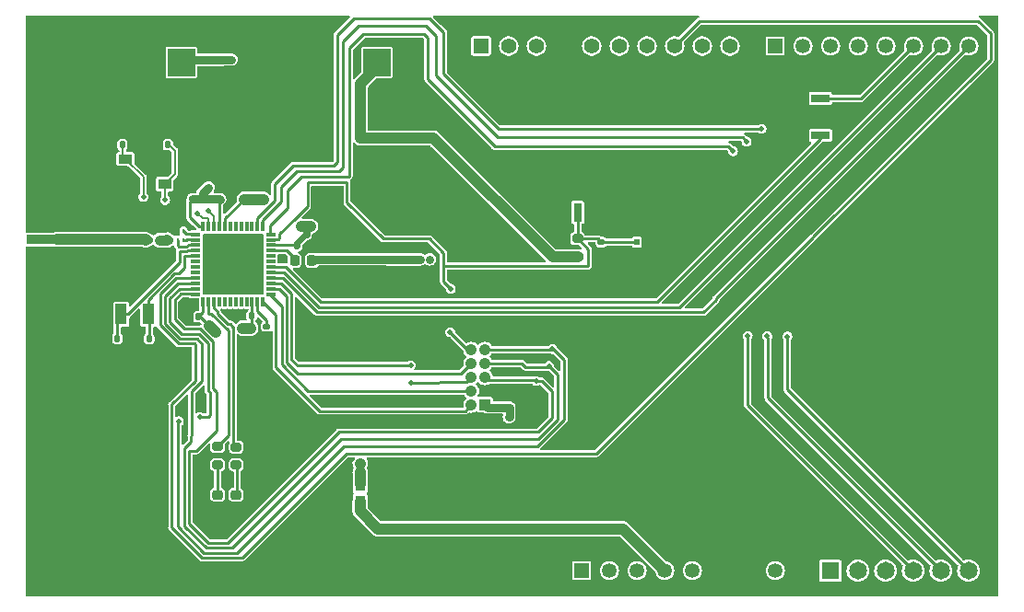
<source format=gbr>
%TF.GenerationSoftware,KiCad,Pcbnew,7.0.10*%
%TF.CreationDate,2024-02-28T21:34:31+00:00*%
%TF.ProjectId,RF_Race_Car,52465f52-6163-4655-9f43-61722e6b6963,rev?*%
%TF.SameCoordinates,Original*%
%TF.FileFunction,Copper,L1,Top*%
%TF.FilePolarity,Positive*%
%FSLAX46Y46*%
G04 Gerber Fmt 4.6, Leading zero omitted, Abs format (unit mm)*
G04 Created by KiCad (PCBNEW 7.0.10) date 2024-02-28 21:34:31*
%MOMM*%
%LPD*%
G01*
G04 APERTURE LIST*
G04 Aperture macros list*
%AMRoundRect*
0 Rectangle with rounded corners*
0 $1 Rounding radius*
0 $2 $3 $4 $5 $6 $7 $8 $9 X,Y pos of 4 corners*
0 Add a 4 corners polygon primitive as box body*
4,1,4,$2,$3,$4,$5,$6,$7,$8,$9,$2,$3,0*
0 Add four circle primitives for the rounded corners*
1,1,$1+$1,$2,$3*
1,1,$1+$1,$4,$5*
1,1,$1+$1,$6,$7*
1,1,$1+$1,$8,$9*
0 Add four rect primitives between the rounded corners*
20,1,$1+$1,$2,$3,$4,$5,0*
20,1,$1+$1,$4,$5,$6,$7,0*
20,1,$1+$1,$6,$7,$8,$9,0*
20,1,$1+$1,$8,$9,$2,$3,0*%
G04 Aperture macros list end*
%TA.AperFunction,SMDPad,CuDef*%
%ADD10RoundRect,0.140000X0.140000X0.170000X-0.140000X0.170000X-0.140000X-0.170000X0.140000X-0.170000X0*%
%TD*%
%TA.AperFunction,SMDPad,CuDef*%
%ADD11RoundRect,0.140000X-0.170000X0.140000X-0.170000X-0.140000X0.170000X-0.140000X0.170000X0.140000X0*%
%TD*%
%TA.AperFunction,SMDPad,CuDef*%
%ADD12RoundRect,0.200000X0.275000X-0.200000X0.275000X0.200000X-0.275000X0.200000X-0.275000X-0.200000X0*%
%TD*%
%TA.AperFunction,SMDPad,CuDef*%
%ADD13RoundRect,0.140000X-0.140000X-0.170000X0.140000X-0.170000X0.140000X0.170000X-0.140000X0.170000X0*%
%TD*%
%TA.AperFunction,SMDPad,CuDef*%
%ADD14RoundRect,0.200000X-0.275000X0.200000X-0.275000X-0.200000X0.275000X-0.200000X0.275000X0.200000X0*%
%TD*%
%TA.AperFunction,SMDPad,CuDef*%
%ADD15RoundRect,0.218750X-0.218750X-0.256250X0.218750X-0.256250X0.218750X0.256250X-0.218750X0.256250X0*%
%TD*%
%TA.AperFunction,ComponentPad*%
%ADD16R,1.350000X1.350000*%
%TD*%
%TA.AperFunction,ComponentPad*%
%ADD17C,1.350000*%
%TD*%
%TA.AperFunction,SMDPad,CuDef*%
%ADD18R,0.900000X0.300000*%
%TD*%
%TA.AperFunction,SMDPad,CuDef*%
%ADD19R,0.300000X0.900000*%
%TD*%
%TA.AperFunction,SMDPad,CuDef*%
%ADD20R,5.250000X5.250000*%
%TD*%
%TA.AperFunction,SMDPad,CuDef*%
%ADD21RoundRect,0.140000X0.170000X-0.140000X0.170000X0.140000X-0.170000X0.140000X-0.170000X-0.140000X0*%
%TD*%
%TA.AperFunction,SMDPad,CuDef*%
%ADD22R,0.800000X1.700000*%
%TD*%
%TA.AperFunction,SMDPad,CuDef*%
%ADD23R,2.500000X2.500000*%
%TD*%
%TA.AperFunction,ComponentPad*%
%ADD24R,1.398000X1.398000*%
%TD*%
%TA.AperFunction,ComponentPad*%
%ADD25C,1.398000*%
%TD*%
%TA.AperFunction,ComponentPad*%
%ADD26R,1.050000X1.050000*%
%TD*%
%TA.AperFunction,ComponentPad*%
%ADD27C,1.050000*%
%TD*%
%TA.AperFunction,SMDPad,CuDef*%
%ADD28R,0.970000X1.000000*%
%TD*%
%TA.AperFunction,SMDPad,CuDef*%
%ADD29R,1.700000X0.800000*%
%TD*%
%TA.AperFunction,SMDPad,CuDef*%
%ADD30R,1.000000X2.600000*%
%TD*%
%TA.AperFunction,SMDPad,CuDef*%
%ADD31R,1.000000X3.300000*%
%TD*%
%TA.AperFunction,SMDPad,CuDef*%
%ADD32R,3.300000X1.000000*%
%TD*%
%TA.AperFunction,SMDPad,CuDef*%
%ADD33R,2.600000X1.000000*%
%TD*%
%TA.AperFunction,SMDPad,CuDef*%
%ADD34RoundRect,0.218750X0.256250X-0.218750X0.256250X0.218750X-0.256250X0.218750X-0.256250X-0.218750X0*%
%TD*%
%TA.AperFunction,SMDPad,CuDef*%
%ADD35R,1.244600X0.889000*%
%TD*%
%TA.AperFunction,SMDPad,CuDef*%
%ADD36R,0.500000X0.600000*%
%TD*%
%TA.AperFunction,ComponentPad*%
%ADD37R,1.650000X1.650000*%
%TD*%
%TA.AperFunction,ComponentPad*%
%ADD38C,1.650000*%
%TD*%
%TA.AperFunction,SMDPad,CuDef*%
%ADD39R,5.600000X0.900000*%
%TD*%
%TA.AperFunction,SMDPad,CuDef*%
%ADD40R,5.600000X1.650000*%
%TD*%
%TA.AperFunction,SMDPad,CuDef*%
%ADD41R,1.100000X1.900000*%
%TD*%
%TA.AperFunction,SMDPad,CuDef*%
%ADD42R,0.254000X0.457200*%
%TD*%
%TA.AperFunction,ViaPad*%
%ADD43C,0.500000*%
%TD*%
%TA.AperFunction,Conductor*%
%ADD44C,0.200000*%
%TD*%
%TA.AperFunction,Conductor*%
%ADD45C,0.250000*%
%TD*%
%TA.AperFunction,Conductor*%
%ADD46C,0.240000*%
%TD*%
%TA.AperFunction,Conductor*%
%ADD47C,0.750000*%
%TD*%
%TA.AperFunction,Conductor*%
%ADD48C,1.000000*%
%TD*%
%TA.AperFunction,Conductor*%
%ADD49C,0.600000*%
%TD*%
%TA.AperFunction,Conductor*%
%ADD50C,0.650000*%
%TD*%
%TA.AperFunction,Conductor*%
%ADD51C,0.950000*%
%TD*%
%TA.AperFunction,Conductor*%
%ADD52C,0.500000*%
%TD*%
G04 APERTURE END LIST*
D10*
%TO.P,C4,1*%
%TO.N,/VDDS*%
X115930000Y-89700000D03*
%TO.P,C4,2*%
%TO.N,GND*%
X114970000Y-89700000D03*
%TD*%
D11*
%TO.P,C3,1*%
%TO.N,Net-(IC1-DCOUPL)*%
X122200000Y-90570000D03*
%TO.P,C3,2*%
%TO.N,GND*%
X122200000Y-91530000D03*
%TD*%
D12*
%TO.P,R1,1*%
%TO.N,/VDDS*%
X150747336Y-84153167D03*
%TO.P,R1,2*%
%TO.N,/RESET_N*%
X150747336Y-82503167D03*
%TD*%
D13*
%TO.P,C14,1*%
%TO.N,/X24M_P*%
X108940000Y-73850000D03*
%TO.P,C14,2*%
%TO.N,GND*%
X109900000Y-73850000D03*
%TD*%
D14*
%TO.P,R3,1*%
%TO.N,/DIO_9*%
X119400000Y-101660000D03*
%TO.P,R3,2*%
%TO.N,Net-(D3-A)*%
X119400000Y-103310000D03*
%TD*%
D15*
%TO.P,L1,1,1*%
%TO.N,/DCDC_SW*%
X124772275Y-84490250D03*
%TO.P,L1,2,2*%
%TO.N,/VDDR*%
X126347275Y-84490250D03*
%TD*%
D16*
%TO.P,J5,1,1*%
%TO.N,unconnected-(J5-Pad1)*%
X168910000Y-64770000D03*
D17*
%TO.P,J5,2,2*%
%TO.N,unconnected-(J5-Pad2)*%
X171450000Y-64770000D03*
%TO.P,J5,3,3*%
%TO.N,unconnected-(J5-Pad3)*%
X173990000Y-64770000D03*
%TO.P,J5,4,4*%
%TO.N,unconnected-(J5-Pad4)*%
X176530000Y-64770000D03*
%TO.P,J5,5,5*%
%TO.N,unconnected-(J5-Pad5)*%
X179070000Y-64770000D03*
%TO.P,J5,6,6*%
%TO.N,/DIO_20_PB1*%
X181610000Y-64770000D03*
%TO.P,J5,7,7*%
%TO.N,/DIO_19*%
X184150000Y-64770000D03*
%TO.P,J5,8,8*%
%TO.N,/DIO_18*%
X186690000Y-64770000D03*
%TD*%
D18*
%TO.P,IC1,1,RF_P*%
%TO.N,/RF_P*%
X115650000Y-82100000D03*
%TO.P,IC1,2,RF_N*%
%TO.N,/RF_N*%
X115650000Y-82600000D03*
%TO.P,IC1,3,RX_TX*%
%TO.N,/RX_TX*%
X115650000Y-83100000D03*
%TO.P,IC1,4,X32K_Q1*%
%TO.N,/X32K_Q1*%
X115650000Y-83600000D03*
%TO.P,IC1,5,X32K_Q2*%
%TO.N,/X32K_Q2*%
X115650000Y-84100000D03*
%TO.P,IC1,6,DIO_1*%
%TO.N,unconnected-(IC1-DIO_1-Pad6)*%
X115650000Y-84600000D03*
%TO.P,IC1,7,DIO_2*%
%TO.N,unconnected-(IC1-DIO_2-Pad7)*%
X115650000Y-85100000D03*
%TO.P,IC1,8,DIO_3*%
%TO.N,unconnected-(IC1-DIO_3-Pad8)*%
X115650000Y-85600000D03*
%TO.P,IC1,9,DIO_4*%
%TO.N,/DIO_4_SPI_CS*%
X115650000Y-86100000D03*
%TO.P,IC1,10,DIO_5*%
%TO.N,/DIO_5_SPI_COPI*%
X115650000Y-86600000D03*
%TO.P,IC1,11,DIO_6*%
%TO.N,/DIO_6_SPI_CIPO*%
X115650000Y-87100000D03*
%TO.P,IC1,12,DIO_7*%
%TO.N,/DIO_7_SPI_SCK*%
X115650000Y-87600000D03*
D19*
%TO.P,IC1,13,VDDS2*%
%TO.N,/VDDS*%
X116350000Y-88300000D03*
%TO.P,IC1,14,DIO_8*%
%TO.N,/DIO_8*%
X116850000Y-88300000D03*
%TO.P,IC1,15,DIO_9*%
%TO.N,/DIO_9*%
X117350000Y-88300000D03*
%TO.P,IC1,16,DIO_10*%
%TO.N,unconnected-(IC1-DIO_10-Pad16)*%
X117850000Y-88300000D03*
%TO.P,IC1,17,DIO_11*%
%TO.N,unconnected-(IC1-DIO_11-Pad17)*%
X118350000Y-88300000D03*
%TO.P,IC1,18,DIO_12*%
%TO.N,unconnected-(IC1-DIO_12-Pad18)*%
X118850000Y-88300000D03*
%TO.P,IC1,19,DIO_13*%
%TO.N,unconnected-(IC1-DIO_13-Pad19)*%
X119350000Y-88300000D03*
%TO.P,IC1,20,DIO_14*%
%TO.N,unconnected-(IC1-DIO_14-Pad20)*%
X119850000Y-88300000D03*
%TO.P,IC1,21,DIO_15*%
%TO.N,unconnected-(IC1-DIO_15-Pad21)*%
X120350000Y-88300000D03*
%TO.P,IC1,22,VDDS3*%
%TO.N,/VDDS*%
X120850000Y-88300000D03*
%TO.P,IC1,23,DCOUPL*%
%TO.N,Net-(IC1-DCOUPL)*%
X121350000Y-88300000D03*
%TO.P,IC1,24,JTAG_TMSC*%
%TO.N,/JTAG_TMSC*%
X121850000Y-88300000D03*
D18*
%TO.P,IC1,25,JTAG_TCKC*%
%TO.N,/JTAG_TCKC*%
X122550000Y-87600000D03*
%TO.P,IC1,26,DIO_16*%
%TO.N,/DIO_16_JTAG_TDO*%
X122550000Y-87100000D03*
%TO.P,IC1,27,DIO_17*%
%TO.N,/DIO_17_JTAG_TDI*%
X122550000Y-86600000D03*
%TO.P,IC1,28,DIO_18*%
%TO.N,/DIO_18*%
X122550000Y-86100000D03*
%TO.P,IC1,29,DIO_19*%
%TO.N,/DIO_19*%
X122550000Y-85600000D03*
%TO.P,IC1,30,DIO_20*%
%TO.N,/DIO_20_PB*%
X122550000Y-85100000D03*
%TO.P,IC1,31,DIO_21*%
%TO.N,unconnected-(IC1-DIO_21-Pad31)*%
X122550000Y-84600000D03*
%TO.P,IC1,32,DIO_22*%
%TO.N,unconnected-(IC1-DIO_22-Pad32)*%
X122550000Y-84100000D03*
%TO.P,IC1,33,DCDC_SW*%
%TO.N,/DCDC_SW*%
X122550000Y-83600000D03*
%TO.P,IC1,34,VDDS_DCDC*%
%TO.N,/VDDS*%
X122550000Y-83100000D03*
%TO.P,IC1,35,RESET_N*%
%TO.N,/RESET_N*%
X122550000Y-82600000D03*
%TO.P,IC1,36,DIO_23*%
%TO.N,/DIO_23*%
X122550000Y-82100000D03*
D19*
%TO.P,IC1,37,DIO_24*%
%TO.N,/DIO_24*%
X121850000Y-81400000D03*
%TO.P,IC1,38,DIO_25*%
%TO.N,/DIO_25*%
X121350000Y-81400000D03*
%TO.P,IC1,39,DIO_26*%
%TO.N,unconnected-(IC1-DIO_26-Pad39)*%
X120850000Y-81400000D03*
%TO.P,IC1,40,DIO_27*%
%TO.N,unconnected-(IC1-DIO_27-Pad40)*%
X120350000Y-81400000D03*
%TO.P,IC1,41,DIO_28*%
%TO.N,unconnected-(IC1-DIO_28-Pad41)*%
X119850000Y-81400000D03*
%TO.P,IC1,42,DIO_29*%
%TO.N,unconnected-(IC1-DIO_29-Pad42)*%
X119350000Y-81400000D03*
%TO.P,IC1,43,DIO_30*%
%TO.N,unconnected-(IC1-DIO_30-Pad43)*%
X118850000Y-81400000D03*
%TO.P,IC1,44,VDDS*%
%TO.N,/VDDS*%
X118350000Y-81400000D03*
%TO.P,IC1,45,VDDR*%
%TO.N,/VDDR*%
X117850000Y-81400000D03*
%TO.P,IC1,46,X24M_N*%
%TO.N,/X24M_N*%
X117350000Y-81400000D03*
%TO.P,IC1,47,X24M_P*%
%TO.N,/X24M_P*%
X116850000Y-81400000D03*
%TO.P,IC1,48,VDDR_RF*%
%TO.N,/VDDR*%
X116350000Y-81400000D03*
D20*
%TO.P,IC1,49,THERMAL_PAD*%
%TO.N,GND*%
X119100000Y-84850000D03*
%TD*%
D21*
%TO.P,C10,1*%
%TO.N,/VDDR*%
X117900000Y-78880000D03*
%TO.P,C10,2*%
%TO.N,GND*%
X117900000Y-77920000D03*
%TD*%
D22*
%TO.P,S1,1*%
%TO.N,/RESET_N*%
X150752171Y-80080549D03*
%TO.P,S1,2*%
%TO.N,GND*%
X154152171Y-80080549D03*
%TD*%
D10*
%TO.P,C2,1*%
%TO.N,/X32K_Q2*%
X111400000Y-91700000D03*
%TO.P,C2,2*%
%TO.N,GND*%
X110440000Y-91700000D03*
%TD*%
D13*
%TO.P,C8,1*%
%TO.N,Net-(C8-Pad1)*%
X111382165Y-82616583D03*
%TO.P,C8,2*%
%TO.N,Net-(U2-UNBALANCED_PORT)*%
X112342165Y-82616583D03*
%TD*%
D23*
%TO.P,TP1,1,1*%
%TO.N,/VDDS*%
X132300000Y-66300000D03*
%TD*%
D16*
%TO.P,J3,1,1*%
%TO.N,unconnected-(J3-Pad1)*%
X151130000Y-113030000D03*
D17*
%TO.P,J3,2,2*%
%TO.N,unconnected-(J3-Pad2)*%
X153670000Y-113030000D03*
%TO.P,J3,3,3*%
%TO.N,unconnected-(J3-Pad3)*%
X156210000Y-113030000D03*
%TO.P,J3,4,4*%
%TO.N,+3.3V*%
X158750000Y-113030000D03*
%TO.P,J3,5,5*%
%TO.N,unconnected-(J3-Pad5)*%
X161290000Y-113030000D03*
%TO.P,J3,6,6*%
%TO.N,GND*%
X163830000Y-113030000D03*
%TO.P,J3,7,7*%
X166370000Y-113030000D03*
%TO.P,J3,8,8*%
%TO.N,unconnected-(J3-Pad8)*%
X168910000Y-113030000D03*
%TD*%
D13*
%TO.P,C6,1*%
%TO.N,/VDDS*%
X124993153Y-83134516D03*
%TO.P,C6,2*%
%TO.N,GND*%
X125953153Y-83134516D03*
%TD*%
D21*
%TO.P,C7,1*%
%TO.N,/VDDS*%
X120150000Y-78860000D03*
%TO.P,C7,2*%
%TO.N,GND*%
X120150000Y-77900000D03*
%TD*%
D24*
%TO.P,J4,1,1*%
%TO.N,unconnected-(J4-Pad1)*%
X141888505Y-64770000D03*
D25*
%TO.P,J4,2,2*%
%TO.N,unconnected-(J4-Pad2)*%
X144428505Y-64770000D03*
%TO.P,J4,3,3*%
%TO.N,unconnected-(J4-Pad3)*%
X146968505Y-64770000D03*
%TO.P,J4,4,4*%
%TO.N,GND*%
X149508505Y-64770000D03*
%TO.P,J4,5,5*%
%TO.N,/DIO_7_SPI_SCK*%
X152048505Y-64770000D03*
%TO.P,J4,6,6*%
%TO.N,/DIO_6_SPI_CIPO*%
X154588505Y-64770000D03*
%TO.P,J4,7,7*%
%TO.N,/DIO_5_SPI_COPI*%
X157128505Y-64770000D03*
%TO.P,J4,8,8*%
%TO.N,/DIO_4_SPI_CS*%
X159668505Y-64770000D03*
%TO.P,J4,9,9*%
%TO.N,unconnected-(J4-Pad9)*%
X162208505Y-64770000D03*
%TO.P,J4,10,10*%
%TO.N,unconnected-(J4-Pad10)*%
X164748505Y-64770000D03*
%TD*%
D26*
%TO.P,J2,1,1*%
%TO.N,/VDDR*%
X142240000Y-97790000D03*
D27*
%TO.P,J2,2,2*%
%TO.N,/JTAG_TMSC*%
X140970000Y-97790000D03*
%TO.P,J2,3,3*%
%TO.N,GND*%
X142240000Y-96520000D03*
%TO.P,J2,4,4*%
%TO.N,/JTAG_TCKC*%
X140970000Y-96520000D03*
%TO.P,J2,5,5*%
%TO.N,/DIO_7_SPI_SCK*%
X142240000Y-95250000D03*
%TO.P,J2,6,6*%
%TO.N,/DIO_17_JTAG_TDI*%
X140970000Y-95250000D03*
%TO.P,J2,7,7*%
%TO.N,/DIO_5_SPI_COPI*%
X142240000Y-93980000D03*
%TO.P,J2,8,8*%
%TO.N,/DIO_16_JTAG_TDO*%
X140970000Y-93980000D03*
%TO.P,J2,9,9*%
%TO.N,/DIO_6_SPI_CIPO*%
X142240000Y-92710000D03*
%TO.P,J2,10,10*%
%TO.N,/RESET_N*%
X140970000Y-92710000D03*
%TD*%
D28*
%TO.P,FL1,1*%
%TO.N,+3.3V*%
X130770000Y-106665000D03*
%TO.P,FL1,2*%
%TO.N,/VDDS*%
X130770000Y-105195000D03*
%TD*%
D10*
%TO.P,C5,1*%
%TO.N,/VDDS*%
X120810000Y-89600000D03*
%TO.P,C5,2*%
%TO.N,GND*%
X119850000Y-89600000D03*
%TD*%
D23*
%TO.P,TP2,1,1*%
%TO.N,/VDDR*%
X114352326Y-66291166D03*
%TD*%
D29*
%TO.P,S2,1*%
%TO.N,/DIO_20_PB*%
X173066025Y-72990187D03*
%TO.P,S2,2*%
%TO.N,/DIO_20_PB1*%
X173066025Y-69590187D03*
%TD*%
D30*
%TO.P,,1*%
%TO.N,GND*%
X107250000Y-79100000D03*
%TO.P,,2*%
X107250000Y-86600000D03*
D31*
%TO.P,,3*%
X107250000Y-91950000D03*
D32*
%TO.P,,4*%
X108400000Y-93100000D03*
D33*
%TO.P,,5*%
X113750000Y-93100000D03*
%TO.P,,6*%
X121250000Y-93100000D03*
D32*
%TO.P,,7*%
X126600000Y-93100000D03*
D31*
%TO.P,,8*%
X127750000Y-91950000D03*
D30*
%TO.P,,9*%
X127750000Y-86600000D03*
%TO.P,,10*%
X127750000Y-79100000D03*
D31*
%TO.P,,11*%
X127750000Y-73750000D03*
D32*
%TO.P,,12*%
X126600000Y-72600000D03*
D33*
%TO.P,,13*%
X121250000Y-72600000D03*
%TO.P,,14*%
X113750000Y-72600000D03*
D32*
%TO.P,,15*%
X108400000Y-72600000D03*
D31*
%TO.P,,16*%
X107250000Y-73750000D03*
%TD*%
D21*
%TO.P,C11,1*%
%TO.N,/VDDR*%
X115400000Y-78860000D03*
%TO.P,C11,2*%
%TO.N,GND*%
X115400000Y-77900000D03*
%TD*%
D13*
%TO.P,C1,1*%
%TO.N,/X32K_Q1*%
X108476064Y-91672773D03*
%TO.P,C1,2*%
%TO.N,GND*%
X109436064Y-91672773D03*
%TD*%
D34*
%TO.P,D3,1,K*%
%TO.N,GND*%
X119380000Y-107650000D03*
%TO.P,D3,2,A*%
%TO.N,Net-(D3-A)*%
X119380000Y-106075000D03*
%TD*%
D35*
%TO.P,Y1,1,1*%
%TO.N,/X24M_P*%
X109220000Y-75170000D03*
%TO.P,Y1,2,2*%
%TO.N,GND*%
X112826800Y-75170000D03*
%TO.P,Y1,3,3*%
%TO.N,/X24M_N*%
X112826800Y-77470000D03*
%TO.P,Y1,4,4*%
%TO.N,GND*%
X109220000Y-77470000D03*
%TD*%
D10*
%TO.P,C13,1*%
%TO.N,/X24M_N*%
X113132825Y-73850000D03*
%TO.P,C13,2*%
%TO.N,GND*%
X112172825Y-73850000D03*
%TD*%
D21*
%TO.P,C9,1*%
%TO.N,/VDDR*%
X128750000Y-84388333D03*
%TO.P,C9,2*%
%TO.N,GND*%
X128750000Y-83428333D03*
%TD*%
D34*
%TO.P,D2,1,K*%
%TO.N,GND*%
X117692524Y-107644544D03*
%TO.P,D2,2,A*%
%TO.N,Net-(D2-A)*%
X117692524Y-106069544D03*
%TD*%
D36*
%TO.P,D1,1,1*%
%TO.N,/RESET_N*%
X156210000Y-82820000D03*
%TO.P,D1,2,2*%
%TO.N,GND*%
X156210000Y-83820000D03*
%TD*%
D37*
%TO.P,J7,01,01*%
%TO.N,unconnected-(J7-Pad01)*%
X173950000Y-113050000D03*
D38*
%TO.P,J7,02,02*%
%TO.N,unconnected-(J7-Pad02)*%
X176490000Y-113050000D03*
%TO.P,J7,03,03*%
%TO.N,unconnected-(J7-Pad03)*%
X179030000Y-113050000D03*
%TO.P,J7,04,04*%
%TO.N,/DIO_23*%
X181570000Y-113050000D03*
%TO.P,J7,05,05*%
%TO.N,/DIO_24*%
X184110000Y-113050000D03*
%TO.P,J7,06,06*%
%TO.N,/DIO_25*%
X186650000Y-113050000D03*
%TD*%
D39*
%TO.P,J1,1*%
%TO.N,Net-(C8-Pad1)*%
X102950000Y-82575000D03*
D40*
%TO.P,J1,2*%
%TO.N,GND*%
X102950000Y-86700000D03*
%TO.P,J1,3*%
X102950000Y-78450000D03*
%TD*%
D41*
%TO.P,Y2,1*%
%TO.N,/X32K_Q1*%
X108825586Y-89455584D03*
%TO.P,Y2,2*%
%TO.N,/X32K_Q2*%
X111325586Y-89455584D03*
%TD*%
D42*
%TO.P,U2,1,UNBALANCED_PORT*%
%TO.N,Net-(U2-UNBALANCED_PORT)*%
X113524000Y-82648200D03*
%TO.P,U2,2,RX/TX*%
%TO.N,/RX_TX*%
X114032000Y-82648200D03*
%TO.P,U2,3,BALANCED_PORT_RF_N*%
%TO.N,/RF_N*%
X114540000Y-82648200D03*
%TO.P,U2,4,BALANCED_PORT_RF_P*%
%TO.N,/RF_P*%
X114540000Y-81810000D03*
%TO.P,U2,5,GND*%
%TO.N,GND*%
X114032000Y-81810000D03*
%TO.P,U2,6,GND*%
X113524000Y-81810000D03*
%TD*%
D11*
%TO.P,C12,1*%
%TO.N,/RESET_N*%
X152938726Y-82820159D03*
%TO.P,C12,2*%
%TO.N,GND*%
X152938726Y-83780159D03*
%TD*%
D14*
%TO.P,R2,1*%
%TO.N,/DIO_8*%
X117700948Y-101634031D03*
%TO.P,R2,2*%
%TO.N,Net-(D2-A)*%
X117700948Y-103284031D03*
%TD*%
D43*
%TO.N,GND*%
X120650000Y-69850000D03*
X121266760Y-100991650D03*
X105410000Y-95250000D03*
X107584017Y-84005205D03*
X109158264Y-84066940D03*
X125730000Y-69850000D03*
X106680000Y-66040000D03*
X134620000Y-91440000D03*
X133350000Y-86360000D03*
X140970000Y-86360000D03*
X111760000Y-69850000D03*
X105410000Y-69850000D03*
X109220000Y-67310000D03*
X104140000Y-67310000D03*
X172469819Y-80853170D03*
X140298189Y-73017418D03*
X139700000Y-78740000D03*
X148590000Y-77470000D03*
X144780000Y-76200000D03*
X146050000Y-69850000D03*
X143510000Y-68580000D03*
X133350000Y-69850000D03*
X135890000Y-69850000D03*
X124460000Y-68580000D03*
X125730000Y-63500000D03*
X121920000Y-63500000D03*
X118110000Y-63500000D03*
X109220000Y-63500000D03*
X105410000Y-63500000D03*
X101600000Y-63500000D03*
X101600000Y-64770000D03*
X101600000Y-68580000D03*
X105410000Y-73660000D03*
X101940716Y-76297322D03*
X132239380Y-83201330D03*
X126373279Y-86034105D03*
X125730000Y-91440000D03*
X134620000Y-77470000D03*
X139700000Y-81280000D03*
X142240000Y-82550000D03*
X146050000Y-86360000D03*
X152400000Y-91440000D03*
X146050000Y-91440000D03*
X158750000Y-99060000D03*
X166370000Y-102870000D03*
X168910000Y-105410000D03*
X175260000Y-105410000D03*
X176049747Y-103765654D03*
X175260000Y-67310000D03*
X187960000Y-73660000D03*
X187960000Y-77470000D03*
X187960000Y-81280000D03*
X187960000Y-85090000D03*
X187960000Y-91440000D03*
X185420000Y-100330000D03*
X181610000Y-93980000D03*
X172720000Y-95250000D03*
X172720000Y-91440000D03*
X172720000Y-87630000D03*
X175260000Y-85090000D03*
X175260000Y-96520000D03*
X158750000Y-102870000D03*
X152400000Y-99060000D03*
X149860000Y-105410000D03*
X133350000Y-106680000D03*
X124460000Y-113030000D03*
X125730000Y-109220000D03*
X128270000Y-106680000D03*
X109220000Y-105410000D03*
X104140000Y-92710000D03*
X104140000Y-97790000D03*
X105410000Y-105410000D03*
X110490000Y-111760000D03*
X104140000Y-113030000D03*
X101600000Y-106680000D03*
X101600000Y-100330000D03*
X101187360Y-98000931D03*
X101600000Y-95250000D03*
X101395449Y-92776131D03*
X100925976Y-90611339D03*
X104903654Y-84039087D03*
X104321358Y-80671892D03*
X102346612Y-80747843D03*
X100700990Y-80773161D03*
X101600000Y-88900000D03*
X102870000Y-88900000D03*
X105410000Y-88900000D03*
X106680000Y-101600000D03*
X111094913Y-100490944D03*
X113030000Y-95250000D03*
X121444188Y-98803293D03*
X120650000Y-96520000D03*
X121255956Y-91976035D03*
X118945416Y-89504984D03*
X119140000Y-84890000D03*
X116920000Y-82670000D03*
X119030000Y-82720000D03*
X116930000Y-84930000D03*
X153180000Y-68840000D03*
X157930000Y-67080000D03*
X119170000Y-87050000D03*
X156210000Y-71330000D03*
X161190000Y-70870000D03*
X168910000Y-70798146D03*
X123650000Y-84450000D03*
X151740000Y-68350000D03*
X153200000Y-67090000D03*
X138720000Y-97550000D03*
X116840000Y-87160000D03*
X157380000Y-107960000D03*
X181730000Y-105290000D03*
X115059343Y-88584913D03*
X173120000Y-107200000D03*
X136850000Y-114270000D03*
X141360000Y-108140000D03*
X161400000Y-67060000D03*
X146900000Y-105200000D03*
X135930000Y-99540000D03*
X150840000Y-66960000D03*
X155590000Y-67290000D03*
X181520000Y-109210000D03*
X119010000Y-108910000D03*
X145550000Y-114250000D03*
X110150000Y-114360000D03*
X121200000Y-84890000D03*
X124200000Y-114310000D03*
X146230000Y-80150000D03*
X101250000Y-110660000D03*
X163440000Y-86940000D03*
X117900000Y-109220000D03*
X163150000Y-67080000D03*
X178530000Y-108860000D03*
X167290000Y-96030000D03*
X188490000Y-68290000D03*
X166430000Y-69150000D03*
X167390000Y-93730000D03*
X150736203Y-101186527D03*
X145910000Y-96540000D03*
X129570000Y-114290000D03*
X163860000Y-83850000D03*
X168080000Y-108800000D03*
X147320000Y-114230000D03*
X163600000Y-77250000D03*
X167640000Y-73510000D03*
X154820000Y-96130000D03*
X131320000Y-114270000D03*
X155670000Y-97160000D03*
X164460000Y-110650000D03*
X136590000Y-103930000D03*
X121360000Y-87130000D03*
X136880000Y-99540000D03*
X121280000Y-82670000D03*
X162410000Y-80480000D03*
X161320000Y-101330000D03*
X156810000Y-104530000D03*
X169200299Y-96693666D03*
X112660000Y-107660000D03*
X116260000Y-114340000D03*
X174900000Y-108270000D03*
X145800000Y-97810000D03*
X120070000Y-113010000D03*
X134840000Y-114270000D03*
X168350000Y-110650000D03*
X128490000Y-111830000D03*
X169200000Y-80700000D03*
X118680000Y-104600000D03*
X157830000Y-94210000D03*
X186000000Y-108970000D03*
X147650000Y-93470000D03*
X164493003Y-68008449D03*
X154400000Y-97230000D03*
X154080000Y-75960000D03*
X144650000Y-105430000D03*
X170300000Y-110630000D03*
X167160000Y-76410000D03*
X125970000Y-114290000D03*
X162190000Y-78630000D03*
X176400000Y-76420000D03*
X177090000Y-110580000D03*
X137990000Y-110520000D03*
X117110000Y-67700000D03*
X144240000Y-94750000D03*
X109360000Y-80070000D03*
X155930000Y-101270000D03*
X170120000Y-67090000D03*
X147960000Y-108080000D03*
X114490000Y-114360000D03*
X162800000Y-106250000D03*
X107640000Y-81000000D03*
X115770000Y-73200000D03*
X150260000Y-69770000D03*
X156210000Y-75820000D03*
X160760000Y-110610000D03*
X155760000Y-107220000D03*
X160350000Y-91630000D03*
X175630000Y-88160000D03*
X149170000Y-110610000D03*
X156740000Y-109230000D03*
X103360000Y-84040000D03*
X165190000Y-88230000D03*
X107580000Y-108190000D03*
X135640000Y-97500000D03*
X101210000Y-103370000D03*
X101220000Y-114380000D03*
X124890000Y-98460000D03*
X121100000Y-74960000D03*
X108210000Y-114360000D03*
X121830000Y-104870000D03*
X161920000Y-95700000D03*
X116830000Y-71760000D03*
X138200000Y-107940000D03*
X162560000Y-99490000D03*
X124310000Y-100660000D03*
X155690000Y-69360000D03*
X146950000Y-99030000D03*
X113040000Y-62630000D03*
X154420000Y-110610000D03*
X116480000Y-68760000D03*
X164600000Y-85540000D03*
X101090000Y-73710000D03*
X166240000Y-99370000D03*
X105010000Y-109500000D03*
X164860000Y-93630000D03*
X139810000Y-105430000D03*
X100710000Y-84010000D03*
X153140000Y-96560000D03*
X159010000Y-110590000D03*
X108540000Y-85430000D03*
X178470000Y-74760000D03*
X155210000Y-87310000D03*
X172500000Y-75540000D03*
X188460000Y-98090000D03*
X182080000Y-76140000D03*
X171540000Y-101770000D03*
X145500000Y-93320000D03*
X175630000Y-92160000D03*
X153340000Y-105830000D03*
X123390000Y-101580000D03*
X159960000Y-93280000D03*
X104980000Y-76530000D03*
X122580000Y-76250000D03*
X162320000Y-104530000D03*
X150250000Y-74900000D03*
X101060000Y-66690000D03*
X123090000Y-70570000D03*
X134730000Y-112750000D03*
X140250000Y-90450000D03*
X147480000Y-81060000D03*
X188500000Y-103520000D03*
X114419997Y-98102640D03*
X129540000Y-86360000D03*
X116470000Y-102730000D03*
X107240000Y-97150000D03*
X101070000Y-71960000D03*
X120060000Y-67370000D03*
X138750000Y-111830000D03*
X145940000Y-94900000D03*
X159410000Y-80960000D03*
X134410000Y-79970000D03*
X155980000Y-81440000D03*
X144560000Y-107860000D03*
X142900000Y-91160000D03*
X141600000Y-105260000D03*
X111050000Y-85380000D03*
X140320000Y-114250000D03*
X132770000Y-91900000D03*
X120060000Y-77080000D03*
X143580000Y-112700000D03*
X185660000Y-72650000D03*
X116210000Y-96820000D03*
X153740000Y-102180000D03*
X161070000Y-92230000D03*
X128790000Y-97710000D03*
X161250000Y-77430000D03*
%TO.N,/DIO_17_JTAG_TDI*%
X135450884Y-95743014D03*
X135422813Y-94141541D03*
%TO.N,/DIO_7_SPI_SCK*%
X146950000Y-95600000D03*
%TO.N,/DIO_5_SPI_COPI*%
X148127164Y-94222836D03*
%TO.N,/DIO_6_SPI_CIPO*%
X116024994Y-98911445D03*
X148439401Y-92651581D03*
X114125306Y-99300000D03*
%TO.N,/VDDR*%
X118941786Y-66017607D03*
X118110000Y-66040000D03*
X137160000Y-84394307D03*
X144480685Y-98015954D03*
X144443823Y-98914389D03*
X116314950Y-78860000D03*
X116850000Y-77780000D03*
X136296235Y-84394307D03*
%TO.N,/RESET_N*%
X139100000Y-87100000D03*
X139050000Y-91100000D03*
%TO.N,/VDDS*%
X130811068Y-73256565D03*
X130780000Y-104009434D03*
X130810000Y-72390000D03*
X119983992Y-90734787D03*
X130780000Y-103210567D03*
X117464767Y-91085234D03*
X116889766Y-90510234D03*
X121250000Y-78950000D03*
X126204930Y-81364865D03*
X121950000Y-78950000D03*
X125398704Y-81364865D03*
X120779211Y-90692033D03*
%TO.N,/DIO_23*%
X166370000Y-91440000D03*
X165032976Y-74453933D03*
%TO.N,/DIO_24*%
X166272914Y-73549113D03*
X168178512Y-91471422D03*
%TO.N,/X24M_N*%
X112861393Y-78934363D03*
X116840000Y-79900000D03*
%TO.N,/X24M_P*%
X110870337Y-78652730D03*
X115831380Y-80181773D03*
%TO.N,/DIO_25*%
X170027403Y-91489372D03*
X167640000Y-72390000D03*
%TD*%
D44*
%TO.N,/X24M_N*%
X116840000Y-79900000D02*
X117350000Y-80410000D01*
X117350000Y-80410000D02*
X117350000Y-81400000D01*
%TO.N,/X24M_P*%
X116800000Y-80650000D02*
X116816792Y-80666792D01*
X116299607Y-80650000D02*
X116800000Y-80650000D01*
X115831380Y-80181773D02*
X116299607Y-80650000D01*
X116816792Y-80666792D02*
X116816792Y-81440993D01*
D45*
%TO.N,/DIO_6_SPI_CIPO*%
X119480000Y-111390000D02*
X129270000Y-101600000D01*
X114045000Y-99380306D02*
X114045000Y-109003713D01*
X114125306Y-99300000D02*
X114045000Y-99380306D01*
X114045000Y-109003713D02*
X116431287Y-111390000D01*
X116431287Y-111390000D02*
X119480000Y-111390000D01*
X129270000Y-101600000D02*
X147084089Y-101600000D01*
X149505000Y-93605883D02*
X148609117Y-92710000D01*
X148609117Y-92710000D02*
X148497820Y-92710000D01*
X147084089Y-101600000D02*
X149505000Y-99179089D01*
X149505000Y-99179089D02*
X149505000Y-93605883D01*
X148497820Y-92710000D02*
X148439401Y-92651581D01*
%TO.N,/DIO_5_SPI_COPI*%
X148127164Y-94222836D02*
X148933204Y-95028876D01*
X148933204Y-95028876D02*
X148933204Y-99132974D01*
X114632124Y-108954441D02*
X114632124Y-101817680D01*
X147169779Y-100896399D02*
X129043601Y-100896399D01*
X116617683Y-110940000D02*
X114632124Y-108954441D01*
X129043601Y-100896399D02*
X119000000Y-110940000D01*
X148933204Y-99132974D02*
X147169779Y-100896399D01*
X119000000Y-110940000D02*
X116617683Y-110940000D01*
X114632124Y-101817680D02*
X115250000Y-101199804D01*
X114184581Y-91700000D02*
X112830000Y-90345419D01*
X115250000Y-101199804D02*
X115250000Y-100650000D01*
X115300306Y-96568135D02*
X116250000Y-95618441D01*
X116250000Y-95618441D02*
X116250000Y-92168565D01*
X112830000Y-87796337D02*
X114035344Y-86590993D01*
X115250000Y-100650000D02*
X115300306Y-100599694D01*
X114035344Y-86590993D02*
X115666792Y-86590993D01*
X115300306Y-100599694D02*
X115300306Y-96568135D01*
X116250000Y-92168565D02*
X115781435Y-91700000D01*
X115781435Y-91700000D02*
X114184581Y-91700000D01*
X112830000Y-90345419D02*
X112830000Y-87796337D01*
%TO.N,/DIO_24*%
X166272914Y-73549113D02*
X165897831Y-73174030D01*
X165897831Y-73174030D02*
X143384030Y-73174030D01*
X137715852Y-67505852D02*
X137715852Y-63811921D01*
X143384030Y-73174030D02*
X137715852Y-67505852D01*
X137715852Y-63811921D02*
X136795397Y-62891466D01*
X123492205Y-77757795D02*
X123492205Y-79107795D01*
X136795397Y-62891466D02*
X130659029Y-62891466D01*
X130659029Y-62891466D02*
X129166166Y-64384329D01*
X129166166Y-64384329D02*
X129166166Y-75985514D01*
X121850000Y-80750000D02*
X121850000Y-81400000D01*
X129166166Y-75985514D02*
X128881680Y-76270000D01*
X128881680Y-76270000D02*
X124980000Y-76270000D01*
X123492205Y-79107795D02*
X121850000Y-80750000D01*
X124980000Y-76270000D02*
X123492205Y-77757795D01*
%TO.N,/X32K_Q1*%
X115666792Y-83590994D02*
X114909006Y-83590994D01*
X108476064Y-89805106D02*
X108825586Y-89455584D01*
X109431269Y-89455584D02*
X108825586Y-89455584D01*
X114909006Y-83590994D02*
X114850000Y-83650000D01*
X114850000Y-83650000D02*
X114200000Y-83650000D01*
X108834905Y-89464903D02*
X108825586Y-89455584D01*
X114200000Y-84686853D02*
X109431269Y-89455584D01*
X108476064Y-91672773D02*
X108476064Y-89805106D01*
X114200000Y-83650000D02*
X114200000Y-84686853D01*
%TO.N,GND*%
X133880000Y-99430000D02*
X133880000Y-99420000D01*
X109436064Y-91672773D02*
X110412773Y-91672773D01*
X133850000Y-99450000D02*
X133870000Y-99430000D01*
X115400000Y-77900000D02*
X115388510Y-77900000D01*
X110412773Y-91672773D02*
X110440000Y-91700000D01*
X133900000Y-99400000D02*
X133950000Y-99450000D01*
X122121678Y-91418322D02*
X122100000Y-91440000D01*
X119674583Y-89424583D02*
X119850000Y-89600000D01*
X133880000Y-99420000D02*
X133900000Y-99400000D01*
X117697980Y-107650000D02*
X117692524Y-107644544D01*
X114970000Y-89700000D02*
X115127803Y-89542197D01*
X122100000Y-91440000D02*
X122121678Y-91461678D01*
X152978567Y-83820000D02*
X152938726Y-83780159D01*
X133870000Y-99430000D02*
X133880000Y-99430000D01*
%TO.N,/X32K_Q2*%
X114129006Y-85700994D02*
X113737403Y-85700994D01*
X113737403Y-85700994D02*
X111325586Y-88112811D01*
X114650000Y-85180000D02*
X114129006Y-85700994D01*
X115045402Y-84090994D02*
X115036396Y-84100000D01*
X111682025Y-89812023D02*
X111325586Y-89455584D01*
X115036396Y-84100000D02*
X114650000Y-84100000D01*
X115666792Y-84090993D02*
X115357468Y-84090993D01*
X115631793Y-84090994D02*
X115045402Y-84090994D01*
X111400000Y-91700000D02*
X111400000Y-89529998D01*
X114650000Y-84100000D02*
X114650000Y-85180000D01*
X111325586Y-88112811D02*
X111325586Y-89455584D01*
X111400000Y-89529998D02*
X111325586Y-89455584D01*
%TO.N,Net-(D2-A)*%
X117700948Y-103284031D02*
X117700948Y-106061120D01*
X117700948Y-106061120D02*
X117692524Y-106069544D01*
%TO.N,/DIO_17_JTAG_TDI*%
X125011647Y-94181831D02*
X135382523Y-94181831D01*
X140498898Y-95721102D02*
X135450884Y-95743014D01*
X135382523Y-94181831D02*
X135422813Y-94141541D01*
X135463103Y-94181831D02*
X135473175Y-94181831D01*
X122550000Y-86600000D02*
X123502614Y-86600000D01*
X123502614Y-86600000D02*
X123511621Y-86590993D01*
X135450884Y-95743014D02*
X135472796Y-95721102D01*
X124482103Y-87561475D02*
X124482103Y-93652287D01*
X140970000Y-95250000D02*
X140498898Y-95721102D01*
X123511621Y-86590993D02*
X124482103Y-87561475D01*
X124482103Y-93652287D02*
X125011647Y-94181831D01*
X135422813Y-94141541D02*
X135463103Y-94181831D01*
%TO.N,Net-(D3-A)*%
X119490000Y-103505961D02*
X119490000Y-105965000D01*
X119490000Y-105965000D02*
X119380000Y-106075000D01*
X119375961Y-106070961D02*
X119380000Y-106075000D01*
%TO.N,/DIO_7_SPI_SCK*%
X118630000Y-110490000D02*
X116840000Y-110490000D01*
X146950000Y-95600000D02*
X147436251Y-95600000D01*
X117575000Y-96613299D02*
X117250000Y-96288299D01*
X114308135Y-87590994D02*
X115666792Y-87590994D01*
X116069375Y-90800000D02*
X114597492Y-90800000D01*
X115745924Y-102004076D02*
X117575000Y-100175000D01*
X116840000Y-110490000D02*
X115082124Y-108732124D01*
X148400000Y-96563749D02*
X148400000Y-99024149D01*
X142508123Y-95518123D02*
X142240000Y-95250000D01*
X146950000Y-95600000D02*
X146868123Y-95518123D01*
X115082124Y-108732124D02*
X115082124Y-102004076D01*
X115082124Y-102004076D02*
X115745924Y-102004076D01*
X114597492Y-90800000D02*
X113750000Y-89952508D01*
X128835449Y-100284551D02*
X118630000Y-110490000D01*
X148400000Y-99024149D02*
X147139598Y-100284551D01*
X117250000Y-96288299D02*
X117250000Y-91980625D01*
X117575000Y-100175000D02*
X117575000Y-96613299D01*
X113750000Y-89952508D02*
X113750000Y-88149129D01*
X147139598Y-100284551D02*
X128835449Y-100284551D01*
X117250000Y-91980625D02*
X116069375Y-90800000D01*
X113750000Y-88149129D02*
X114308135Y-87590994D01*
X147436251Y-95600000D02*
X148400000Y-96563749D01*
X146868123Y-95518123D02*
X142508123Y-95518123D01*
%TO.N,/DIO_5_SPI_COPI*%
X145975305Y-94300000D02*
X145655305Y-93980000D01*
X145655305Y-93980000D02*
X142240000Y-93980000D01*
X148050000Y-94300000D02*
X145975305Y-94300000D01*
X148127164Y-94222836D02*
X148050000Y-94300000D01*
%TO.N,/DIO_6_SPI_CIPO*%
X113300000Y-90179023D02*
X113300000Y-87962733D01*
X116800000Y-96474695D02*
X116800000Y-92082169D01*
X116800000Y-92082169D02*
X115967831Y-91250000D01*
X117025000Y-98688786D02*
X117025000Y-96699695D01*
X114370977Y-91250000D02*
X113300000Y-90179023D01*
X114171738Y-87090995D02*
X115666792Y-87090995D01*
X116802341Y-98911445D02*
X117025000Y-98688786D01*
X148380982Y-92710000D02*
X148439401Y-92651581D01*
X113300000Y-87962733D02*
X114171738Y-87090995D01*
X116024994Y-98911445D02*
X116802341Y-98911445D01*
X117025000Y-96699695D02*
X116800000Y-96474695D01*
X115967831Y-91250000D02*
X114370977Y-91250000D01*
X142240000Y-92710000D02*
X148380982Y-92710000D01*
%TO.N,/DIO_8*%
X116850000Y-89400000D02*
X117116654Y-89400000D01*
X117116654Y-89400000D02*
X118650000Y-90933346D01*
X118650000Y-100617165D02*
X117674057Y-101593108D01*
D46*
X116850000Y-88300000D02*
X116850000Y-89400000D01*
D45*
X118650000Y-90933346D02*
X118650000Y-100617165D01*
%TO.N,/VDDR*%
X116000000Y-81400000D02*
X116350000Y-81400000D01*
D47*
X118132393Y-66017607D02*
X118110000Y-66040000D01*
D45*
X115400000Y-78860000D02*
X115134589Y-79125411D01*
D47*
X116314950Y-78860000D02*
X117880000Y-78860000D01*
X114429079Y-66040000D02*
X114416888Y-66052191D01*
X118941786Y-66017607D02*
X118132393Y-66017607D01*
D45*
X115134589Y-79125411D02*
X115134589Y-80550305D01*
D47*
X137160000Y-84394307D02*
X137160000Y-84408017D01*
X116314950Y-78860000D02*
X115418460Y-78860000D01*
D45*
X115559284Y-80975000D02*
X115575000Y-80975000D01*
D47*
X144480685Y-98015954D02*
X144480685Y-98877527D01*
X116314950Y-78315050D02*
X116314950Y-78860000D01*
X136296235Y-84394307D02*
X133249098Y-84394307D01*
X115418460Y-78860000D02*
X115409230Y-78869230D01*
D45*
X115575000Y-80975000D02*
X116000000Y-81400000D01*
X117816793Y-78963207D02*
X117900000Y-78880000D01*
D47*
X144480685Y-98877527D02*
X144443823Y-98914389D01*
D45*
X126449192Y-84388333D02*
X126347275Y-84490250D01*
X116314950Y-78860000D02*
X115400000Y-78860000D01*
X117850000Y-81400000D02*
X117850000Y-78930000D01*
X115134589Y-80550305D02*
X115559284Y-80975000D01*
D47*
X116850000Y-77780000D02*
X116314950Y-78315050D01*
X137146290Y-84394307D02*
X137146290Y-84394307D01*
D45*
X117850000Y-78930000D02*
X117900000Y-78880000D01*
D47*
X144480685Y-98015954D02*
X142465954Y-98015954D01*
X142465954Y-98015954D02*
X142240000Y-97790000D01*
X133243124Y-84388333D02*
X126449192Y-84388333D01*
X118110000Y-66040000D02*
X114429079Y-66040000D01*
X133249098Y-84394307D02*
X133243124Y-84388333D01*
X117880000Y-78860000D02*
X117900000Y-78880000D01*
X137160000Y-84408017D02*
X137160000Y-84408017D01*
D45*
%TO.N,/DIO_9*%
X117650000Y-89200000D02*
X117650000Y-89381802D01*
X119060865Y-90574469D02*
X119100000Y-90574469D01*
X118618198Y-90350000D02*
X118836396Y-90350000D01*
X119100000Y-101360000D02*
X119400000Y-101660000D01*
X119100000Y-90574469D02*
X119100000Y-101360000D01*
X117650000Y-89381802D02*
X118618198Y-90350000D01*
X117350000Y-88300000D02*
X117350000Y-88900000D01*
X117350000Y-88900000D02*
X117650000Y-89200000D01*
X118836396Y-90350000D02*
X119060865Y-90574469D01*
%TO.N,/RESET_N*%
X129570240Y-77290000D02*
X129570240Y-79200240D01*
X122466794Y-82590993D02*
X122776120Y-82590993D01*
X122501793Y-82590994D02*
X123259006Y-82590994D01*
X150752171Y-82498332D02*
X150747336Y-82503167D01*
X137123835Y-82513835D02*
X138430000Y-83820000D01*
X152621734Y-82503167D02*
X152938726Y-82820159D01*
X138430000Y-85090000D02*
X138510000Y-85010000D01*
X138510000Y-85010000D02*
X151730000Y-85010000D01*
X125935834Y-77290000D02*
X129570240Y-77290000D01*
X152938726Y-82820159D02*
X156209841Y-82820159D01*
X151730000Y-85010000D02*
X151730000Y-83485831D01*
X138430000Y-85090000D02*
X138430000Y-86430000D01*
X138430000Y-83820000D02*
X138430000Y-85090000D01*
X156209841Y-82820159D02*
X156210000Y-82820000D01*
X124875338Y-80574662D02*
X124875338Y-80573382D01*
X124875338Y-80573382D02*
X125935834Y-79512886D01*
X140660000Y-92710000D02*
X140970000Y-92710000D01*
X132883835Y-82513835D02*
X137123835Y-82513835D01*
X138430000Y-86430000D02*
X139100000Y-87100000D01*
X129570240Y-79200240D02*
X132883835Y-82513835D01*
X123259006Y-82590994D02*
X123369906Y-82480094D01*
X123369906Y-82080094D02*
X124875338Y-80574662D01*
X150752171Y-80080549D02*
X150752171Y-82498332D01*
X150747336Y-82503167D02*
X152621734Y-82503167D01*
X139050000Y-91100000D02*
X140660000Y-92710000D01*
X151730000Y-83485831D02*
X150747336Y-82503167D01*
X123369906Y-82480094D02*
X123369906Y-82080094D01*
X125935834Y-79512886D02*
X125935834Y-77290000D01*
%TO.N,/RX_TX*%
X114850000Y-83200000D02*
X114105200Y-83200000D01*
X114105200Y-83200000D02*
X114032000Y-83126800D01*
X114032000Y-83126800D02*
X114032000Y-82648200D01*
X114869006Y-83200994D02*
X114850994Y-83200994D01*
X114850994Y-83200994D02*
X114850000Y-83200000D01*
X115631793Y-83090994D02*
X114979006Y-83090994D01*
X114979006Y-83090994D02*
X114869006Y-83200994D01*
%TO.N,/JTAG_TMSC*%
X123050000Y-89500000D02*
X123050000Y-94359851D01*
X140410000Y-98350000D02*
X140970000Y-97790000D01*
X123050000Y-94359851D02*
X127040149Y-98350000D01*
X121850000Y-88300000D02*
X123050000Y-89500000D01*
X127040149Y-98350000D02*
X140410000Y-98350000D01*
%TO.N,/JTAG_TCKC*%
X122466794Y-87616794D02*
X123578888Y-88728888D01*
X122466794Y-87590994D02*
X122466794Y-87616794D01*
X125995893Y-96520000D02*
X140970000Y-96520000D01*
X123578888Y-94102995D02*
X125995893Y-96520000D01*
X123578888Y-88728888D02*
X123578888Y-94102995D01*
%TO.N,/DIO_16_JTAG_TDO*%
X124032103Y-87782103D02*
X124032103Y-93901964D01*
X125047250Y-94917111D02*
X140032889Y-94917111D01*
X123340995Y-87090995D02*
X124032103Y-87782103D01*
X122466794Y-87090995D02*
X123340995Y-87090995D01*
X140032889Y-94917111D02*
X140970000Y-93980000D01*
X124032103Y-93901964D02*
X125047250Y-94917111D01*
%TO.N,/VDDS*%
X116350000Y-89280000D02*
X115930000Y-89700000D01*
D48*
X130780000Y-104009434D02*
X130808040Y-103978725D01*
X121893431Y-78950000D02*
X121921715Y-78921715D01*
X130808040Y-103978725D02*
X130808040Y-103950685D01*
X119983992Y-90734787D02*
X120736457Y-90734787D01*
D45*
X150454169Y-83860000D02*
X150747336Y-84153167D01*
D48*
X121880000Y-78880000D02*
X120150000Y-78880000D01*
X130808040Y-103182527D02*
X130780000Y-103210567D01*
X130780000Y-105100000D02*
X130780000Y-104009434D01*
D45*
X120810000Y-90661244D02*
X120779211Y-90692033D01*
D49*
X125398704Y-81364865D02*
X125850000Y-81816161D01*
D48*
X130810000Y-72390000D02*
X130810000Y-73255497D01*
D45*
X120736457Y-90734787D02*
X120779211Y-90692033D01*
X115930000Y-89700000D02*
X116079533Y-89700000D01*
D49*
X124973153Y-82895540D02*
X124973153Y-83134516D01*
D45*
X116079533Y-89700000D02*
X116889767Y-90510234D01*
D49*
X125850000Y-82150000D02*
X125718693Y-82150000D01*
D45*
X118350000Y-80650000D02*
X120120000Y-78880000D01*
X117464767Y-91085234D02*
X116079533Y-89700000D01*
D49*
X125850000Y-81816161D02*
X125850000Y-82150000D01*
D47*
X116889766Y-90510234D02*
X116889767Y-90510234D01*
D49*
X125718693Y-82150000D02*
X124973153Y-82895540D01*
D48*
X148458613Y-84185607D02*
X148491053Y-84153167D01*
X130810000Y-68235333D02*
X132794199Y-66251134D01*
D45*
X118350000Y-81400000D02*
X118350000Y-80650000D01*
X120850000Y-89560000D02*
X120810000Y-89600000D01*
X122466794Y-83090992D02*
X124949629Y-83090992D01*
D48*
X116889767Y-90510234D02*
X117464767Y-91085234D01*
X148491053Y-84153167D02*
X150747336Y-84153167D01*
X121250000Y-78950000D02*
X121893431Y-78950000D01*
X130811068Y-73256565D02*
X137529571Y-73256565D01*
X126204930Y-81364865D02*
X125398704Y-81364865D01*
X130810000Y-72390000D02*
X130810000Y-68235333D01*
D45*
X116350000Y-88300000D02*
X116350000Y-89280000D01*
D48*
X121921715Y-78921715D02*
X121880000Y-78880000D01*
D45*
X124949629Y-83090992D02*
X124993153Y-83134516D01*
X120810000Y-89600000D02*
X120810000Y-90661244D01*
X120120000Y-78880000D02*
X120150000Y-78880000D01*
D48*
X137529571Y-73256565D02*
X148458613Y-84185607D01*
D45*
X130810000Y-73255497D02*
X130811068Y-73256565D01*
X120850000Y-88300000D02*
X120850000Y-89560000D01*
%TO.N,+3.3V*%
X158746251Y-113026251D02*
X158750000Y-113030000D01*
D48*
X130770000Y-106665000D02*
X130770000Y-107550000D01*
X154910000Y-109190000D02*
X158746251Y-113026251D01*
X130770000Y-107550000D02*
X132410000Y-109190000D01*
X132410000Y-109190000D02*
X154910000Y-109190000D01*
D45*
%TO.N,/DIO_23*%
X137002861Y-64032861D02*
X136630383Y-63660383D01*
X131079906Y-63660383D02*
X129757934Y-64982355D01*
X166370000Y-97790000D02*
X166370000Y-91440000D01*
X181610000Y-113030000D02*
X166370000Y-97790000D01*
X124100000Y-78088311D02*
X124100000Y-79650000D01*
X143150000Y-74010000D02*
X137002861Y-67862861D01*
X137002861Y-67862861D02*
X137002861Y-64032861D01*
X164589043Y-74010000D02*
X143150000Y-74010000D01*
X124100000Y-79650000D02*
X122466794Y-81283206D01*
X129683048Y-76840000D02*
X125348311Y-76840000D01*
X129757934Y-64982355D02*
X129757934Y-76765114D01*
X125348311Y-76840000D02*
X124100000Y-78088311D01*
X165032976Y-74453933D02*
X164589043Y-74010000D01*
X129757934Y-76765114D02*
X129683048Y-76840000D01*
X136630383Y-63660383D02*
X131079906Y-63660383D01*
X122466794Y-81283206D02*
X122466794Y-82090994D01*
%TO.N,/DIO_24*%
X168178512Y-91657414D02*
X168178512Y-91471422D01*
X184150000Y-113030000D02*
X168226310Y-97106310D01*
X168226310Y-91609616D02*
X168178512Y-91657414D01*
X168226310Y-97106310D02*
X168226310Y-91609616D01*
%TO.N,Net-(C8-Pad1)*%
X103154945Y-82610000D02*
X103136663Y-82591718D01*
D50*
X111382165Y-82616583D02*
X111084573Y-82616583D01*
D48*
X111042990Y-82575000D02*
X102950000Y-82575000D01*
D45*
X111084573Y-82616583D02*
X111083231Y-82615241D01*
D48*
X111083231Y-82615241D02*
X111042990Y-82575000D01*
D45*
X103372564Y-82607171D02*
X103363806Y-82615929D01*
D44*
%TO.N,/X24M_N*%
X113749100Y-76547700D02*
X112826800Y-77470000D01*
X113749100Y-74386963D02*
X113749100Y-76547700D01*
X112826800Y-78899770D02*
X112861393Y-78934363D01*
X113132825Y-73770688D02*
X113749100Y-74386963D01*
X112826800Y-77470000D02*
X112826800Y-78899770D01*
%TO.N,/X24M_P*%
X108970556Y-74920556D02*
X109220000Y-75170000D01*
X108970556Y-73770688D02*
X108970556Y-74920556D01*
X110870337Y-76820337D02*
X109220000Y-75170000D01*
X110870337Y-78652730D02*
X110870337Y-76820337D01*
D48*
%TO.N,Net-(U2-UNBALANCED_PORT)*%
X113042973Y-82616583D02*
X113052165Y-82625775D01*
D51*
X112342165Y-82616583D02*
X113042973Y-82616583D01*
D47*
X113052165Y-82625775D02*
X113200000Y-82625775D01*
D52*
X113386165Y-82625775D02*
X113052165Y-82625775D01*
D45*
%TO.N,/DIO_25*%
X128368076Y-75780000D02*
X128664364Y-75483712D01*
X122950000Y-78975305D02*
X122950000Y-77450000D01*
X138430000Y-63500000D02*
X138430000Y-67310000D01*
X121350000Y-80575305D02*
X122950000Y-78975305D01*
X138430000Y-67310000D02*
X143510000Y-72390000D01*
X128664364Y-75483712D02*
X128664364Y-63752628D01*
X137160000Y-62230000D02*
X138430000Y-63500000D01*
X143510000Y-72390000D02*
X167640000Y-72390000D01*
X128664364Y-63752628D02*
X130186992Y-62230000D01*
X130186992Y-62230000D02*
X137160000Y-62230000D01*
X170027403Y-91489372D02*
X169990712Y-91526063D01*
X121350000Y-81400000D02*
X121350000Y-80575305D01*
X122950000Y-77450000D02*
X124620000Y-75780000D01*
X169990712Y-91526063D02*
X169990712Y-96330712D01*
X169990712Y-96330712D02*
X186690000Y-113030000D01*
X124620000Y-75780000D02*
X128368076Y-75780000D01*
%TO.N,/DCDC_SW*%
X124050994Y-83590994D02*
X124772275Y-84312275D01*
X122501793Y-83590994D02*
X124050994Y-83590994D01*
X124772275Y-84312275D02*
X124772275Y-84490250D01*
D44*
%TO.N,/RF_P*%
X114505659Y-81810000D02*
X114503859Y-81811800D01*
D45*
X114820994Y-82090994D02*
X115666792Y-82090994D01*
D44*
X114540000Y-81810000D02*
X114505659Y-81810000D01*
D45*
X114540000Y-81810000D02*
X114820994Y-82090994D01*
%TO.N,/RF_N*%
X114540000Y-82648200D02*
X114789193Y-82648200D01*
D44*
X114789193Y-82648200D02*
X114790993Y-82650000D01*
D45*
X114850000Y-82590993D02*
X114790993Y-82650000D01*
X115666792Y-82590993D02*
X114850000Y-82590993D01*
%TO.N,/DIO_4_SPI_CS*%
X115595039Y-92150000D02*
X114083038Y-92150000D01*
X172400000Y-82338270D02*
X172400000Y-82380000D01*
X115650000Y-92204961D02*
X115595039Y-92150000D01*
X116244891Y-111840000D02*
X113475000Y-109070109D01*
X113890777Y-86099164D02*
X115338626Y-86099164D01*
X113475000Y-97751371D02*
X115650000Y-95576371D01*
X129523784Y-102266216D02*
X119950000Y-111840000D01*
X172400000Y-82380000D02*
X172358270Y-82380000D01*
X112400000Y-87589941D02*
X113890777Y-86099164D01*
X113475000Y-109070109D02*
X113475000Y-97751371D01*
X161959975Y-62478530D02*
X187542444Y-62478530D01*
X152472054Y-102266216D02*
X129523784Y-102266216D01*
X112400000Y-90466962D02*
X112400000Y-87589941D01*
X159668505Y-64770000D02*
X161959975Y-62478530D01*
X172358270Y-82380000D02*
X152472054Y-102266216D01*
X114083038Y-92150000D02*
X112400000Y-90466962D01*
X188694342Y-66043928D02*
X172400000Y-82338270D01*
X187542444Y-62478530D02*
X188694342Y-63630428D01*
X115650000Y-95576371D02*
X115650000Y-92204961D01*
X119950000Y-111840000D02*
X116244891Y-111840000D01*
X188694342Y-63630428D02*
X188694342Y-66043928D01*
%TO.N,Net-(IC1-DCOUPL)*%
X121350000Y-88300000D02*
X121350000Y-89168510D01*
X121350000Y-89168510D02*
X122200000Y-90018510D01*
X122200000Y-90018510D02*
X122200000Y-90570000D01*
%TO.N,unconnected-(IC1-DIO_2-Pad7)*%
X115666792Y-85090994D02*
X115661792Y-85095994D01*
%TO.N,/DIO_18*%
X122550000Y-86100000D02*
X123657024Y-86100000D01*
X162335816Y-89264184D02*
X163450000Y-88150000D01*
X186690000Y-64770000D02*
X186690000Y-65004296D01*
X163450000Y-88150000D02*
X163450000Y-88010000D01*
X163450000Y-88010000D02*
X186690000Y-64770000D01*
X123657024Y-86100000D02*
X126821208Y-89264184D01*
X126821208Y-89264184D02*
X162335816Y-89264184D01*
%TO.N,/DIO_19*%
X160105816Y-88814184D02*
X184150000Y-64770000D01*
X122466794Y-85590992D02*
X123784412Y-85590992D01*
X123784412Y-85590992D02*
X127007604Y-88814184D01*
X127007604Y-88814184D02*
X160105816Y-88814184D01*
%TO.N,/DIO_20_PB*%
X123920810Y-85090994D02*
X127129816Y-88300000D01*
X173066025Y-73313975D02*
X173066025Y-72990187D01*
X122466794Y-85090994D02*
X123920810Y-85090994D01*
X127129816Y-88300000D02*
X158080000Y-88300000D01*
X158080000Y-88300000D02*
X173066025Y-73313975D01*
%TO.N,/DIO_20_PB1*%
X176789813Y-69590187D02*
X173066025Y-69590187D01*
X181610000Y-64770000D02*
X176789813Y-69590187D01*
%TD*%
%TA.AperFunction,Conductor*%
%TO.N,GND*%
G36*
X189388690Y-61989510D02*
G01*
X189424654Y-62039010D01*
X189429499Y-62069603D01*
X189429499Y-115280603D01*
X189410592Y-115338794D01*
X189361092Y-115374758D01*
X189330499Y-115379603D01*
X100159499Y-115379603D01*
X100101308Y-115360696D01*
X100065344Y-115311196D01*
X100060499Y-115280603D01*
X100060499Y-113724746D01*
X150254500Y-113724746D01*
X150254501Y-113724758D01*
X150266132Y-113783227D01*
X150266134Y-113783233D01*
X150272249Y-113792384D01*
X150310448Y-113849552D01*
X150376769Y-113893867D01*
X150421231Y-113902711D01*
X150435241Y-113905498D01*
X150435246Y-113905498D01*
X150435252Y-113905500D01*
X150435253Y-113905500D01*
X151824747Y-113905500D01*
X151824748Y-113905500D01*
X151883231Y-113893867D01*
X151949552Y-113849552D01*
X151993867Y-113783231D01*
X152005500Y-113724748D01*
X152005500Y-113030000D01*
X152789678Y-113030000D01*
X152808916Y-113213034D01*
X152865784Y-113388054D01*
X152865790Y-113388068D01*
X152898283Y-113444346D01*
X152957805Y-113547440D01*
X153080950Y-113684207D01*
X153229839Y-113792381D01*
X153229843Y-113792383D01*
X153229845Y-113792384D01*
X153285485Y-113817156D01*
X153397966Y-113867236D01*
X153577981Y-113905500D01*
X153577983Y-113905500D01*
X153762017Y-113905500D01*
X153762019Y-113905500D01*
X153942034Y-113867236D01*
X154110161Y-113792381D01*
X154259050Y-113684207D01*
X154382195Y-113547440D01*
X154474214Y-113388059D01*
X154531085Y-113213029D01*
X154550322Y-113030000D01*
X155329678Y-113030000D01*
X155348916Y-113213034D01*
X155405784Y-113388054D01*
X155405790Y-113388068D01*
X155438283Y-113444346D01*
X155497805Y-113547440D01*
X155620950Y-113684207D01*
X155769839Y-113792381D01*
X155769843Y-113792383D01*
X155769845Y-113792384D01*
X155825485Y-113817156D01*
X155937966Y-113867236D01*
X156117981Y-113905500D01*
X156117983Y-113905500D01*
X156302017Y-113905500D01*
X156302019Y-113905500D01*
X156482034Y-113867236D01*
X156650161Y-113792381D01*
X156799050Y-113684207D01*
X156922195Y-113547440D01*
X157014214Y-113388059D01*
X157071085Y-113213029D01*
X157090322Y-113030000D01*
X157071085Y-112846971D01*
X157014214Y-112671941D01*
X157014211Y-112671936D01*
X157014209Y-112671931D01*
X156947109Y-112555713D01*
X156922195Y-112512560D01*
X156799050Y-112375793D01*
X156650161Y-112267619D01*
X156650157Y-112267617D01*
X156650154Y-112267615D01*
X156482036Y-112192765D01*
X156482034Y-112192764D01*
X156482031Y-112192763D01*
X156482030Y-112192763D01*
X156435135Y-112182795D01*
X156302019Y-112154500D01*
X156117981Y-112154500D01*
X156020797Y-112175157D01*
X155937969Y-112192763D01*
X155937963Y-112192765D01*
X155769845Y-112267615D01*
X155769842Y-112267617D01*
X155620948Y-112375794D01*
X155497803Y-112512562D01*
X155497803Y-112512563D01*
X155405790Y-112671931D01*
X155405784Y-112671945D01*
X155348916Y-112846965D01*
X155348915Y-112846969D01*
X155348915Y-112846971D01*
X155348705Y-112848971D01*
X155329678Y-113030000D01*
X154550322Y-113030000D01*
X154531085Y-112846971D01*
X154474214Y-112671941D01*
X154474211Y-112671936D01*
X154474209Y-112671931D01*
X154407109Y-112555713D01*
X154382195Y-112512560D01*
X154259050Y-112375793D01*
X154110161Y-112267619D01*
X154110157Y-112267617D01*
X154110154Y-112267615D01*
X153942036Y-112192765D01*
X153942034Y-112192764D01*
X153942031Y-112192763D01*
X153942030Y-112192763D01*
X153895135Y-112182795D01*
X153762019Y-112154500D01*
X153577981Y-112154500D01*
X153480797Y-112175157D01*
X153397969Y-112192763D01*
X153397963Y-112192765D01*
X153229845Y-112267615D01*
X153229842Y-112267617D01*
X153080948Y-112375794D01*
X152957803Y-112512562D01*
X152957803Y-112512563D01*
X152865790Y-112671931D01*
X152865784Y-112671945D01*
X152808916Y-112846965D01*
X152808915Y-112846969D01*
X152808915Y-112846971D01*
X152808705Y-112848971D01*
X152789678Y-113030000D01*
X152005500Y-113030000D01*
X152005500Y-112335252D01*
X151993867Y-112276769D01*
X151949552Y-112210448D01*
X151949548Y-112210445D01*
X151883233Y-112166134D01*
X151883231Y-112166133D01*
X151883228Y-112166132D01*
X151883227Y-112166132D01*
X151824758Y-112154501D01*
X151824748Y-112154500D01*
X150435252Y-112154500D01*
X150435251Y-112154500D01*
X150435241Y-112154501D01*
X150376772Y-112166132D01*
X150376766Y-112166134D01*
X150310451Y-112210445D01*
X150310445Y-112210451D01*
X150266134Y-112276766D01*
X150266132Y-112276772D01*
X150254501Y-112335241D01*
X150254500Y-112335253D01*
X150254500Y-113724746D01*
X100060499Y-113724746D01*
X100060499Y-83324500D01*
X100079406Y-83266309D01*
X100128906Y-83230345D01*
X100159499Y-83225500D01*
X102671646Y-83225500D01*
X102706751Y-83231933D01*
X102720170Y-83237021D01*
X102781128Y-83260140D01*
X102885301Y-83272789D01*
X102907618Y-83275499D01*
X102907622Y-83275499D01*
X102907628Y-83275500D01*
X110822196Y-83275500D01*
X110862826Y-83284221D01*
X110873299Y-83288935D01*
X111040625Y-83319598D01*
X111210427Y-83309327D01*
X111372837Y-83258719D01*
X111518415Y-83170713D01*
X111538278Y-83150849D01*
X111592790Y-83123071D01*
X111595303Y-83122706D01*
X111611652Y-83120555D01*
X111720481Y-83069807D01*
X111720487Y-83069800D01*
X111722663Y-83068278D01*
X111725853Y-83067302D01*
X111728331Y-83066147D01*
X111728493Y-83066495D01*
X111781174Y-83050385D01*
X111839027Y-83070301D01*
X111853551Y-83083716D01*
X111890936Y-83125915D01*
X111890937Y-83125916D01*
X111955837Y-83170713D01*
X112025939Y-83219101D01*
X112179320Y-83277271D01*
X112221642Y-83282409D01*
X112301296Y-83292082D01*
X112301303Y-83292082D01*
X112301308Y-83292083D01*
X112804570Y-83292083D01*
X112836147Y-83298861D01*
X112836514Y-83297687D01*
X112842226Y-83299465D01*
X112842233Y-83299469D01*
X113009559Y-83330132D01*
X113179360Y-83319861D01*
X113261934Y-83294130D01*
X113341765Y-83269254D01*
X113341766Y-83269253D01*
X113341771Y-83269252D01*
X113487349Y-83181247D01*
X113541389Y-83127206D01*
X113595903Y-83099430D01*
X113656335Y-83109001D01*
X113699600Y-83152265D01*
X113707017Y-83171587D01*
X113712475Y-83191956D01*
X113712795Y-83193148D01*
X113714664Y-83201579D01*
X113721411Y-83239845D01*
X113722164Y-83241148D01*
X113732054Y-83265024D01*
X113732443Y-83266479D01*
X113732447Y-83266487D01*
X113754732Y-83298314D01*
X113759370Y-83305594D01*
X113778802Y-83339250D01*
X113778807Y-83339256D01*
X113808580Y-83364240D01*
X113814945Y-83370072D01*
X113861933Y-83417059D01*
X113867769Y-83423428D01*
X113874944Y-83431979D01*
X113897864Y-83488709D01*
X113892136Y-83529471D01*
X113889412Y-83536955D01*
X113885895Y-83556901D01*
X113881429Y-83573567D01*
X113874500Y-83592604D01*
X113874500Y-84511019D01*
X113855593Y-84569210D01*
X113845504Y-84581023D01*
X109745090Y-88681437D01*
X109690573Y-88709214D01*
X109630141Y-88699643D01*
X109586876Y-88656378D01*
X109576086Y-88611433D01*
X109576086Y-88485837D01*
X109576084Y-88485825D01*
X109570885Y-88459688D01*
X109564453Y-88427353D01*
X109520138Y-88361032D01*
X109520134Y-88361029D01*
X109453819Y-88316718D01*
X109453817Y-88316717D01*
X109453814Y-88316716D01*
X109453813Y-88316716D01*
X109395344Y-88305085D01*
X109395334Y-88305084D01*
X108255838Y-88305084D01*
X108255837Y-88305084D01*
X108255827Y-88305085D01*
X108197358Y-88316716D01*
X108197352Y-88316718D01*
X108131037Y-88361029D01*
X108131031Y-88361035D01*
X108086720Y-88427350D01*
X108086718Y-88427356D01*
X108075087Y-88485825D01*
X108075086Y-88485837D01*
X108075086Y-90425330D01*
X108075087Y-90425342D01*
X108086718Y-90483811D01*
X108086720Y-90483817D01*
X108133879Y-90554394D01*
X108150564Y-90609396D01*
X108150564Y-91165726D01*
X108131657Y-91223917D01*
X108121573Y-91235723D01*
X108062365Y-91294932D01*
X108052838Y-91304459D01*
X108002093Y-91413283D01*
X108002092Y-91413284D01*
X107995564Y-91462873D01*
X107995564Y-91882669D01*
X107995565Y-91882680D01*
X108002091Y-91932259D01*
X108002091Y-91932261D01*
X108052838Y-92041086D01*
X108052839Y-92041087D01*
X108052840Y-92041089D01*
X108137748Y-92125997D01*
X108246577Y-92176745D01*
X108296163Y-92183273D01*
X108655964Y-92183272D01*
X108705551Y-92176745D01*
X108705552Y-92176745D01*
X108786083Y-92139192D01*
X108814380Y-92125997D01*
X108899288Y-92041089D01*
X108950036Y-91932260D01*
X108956564Y-91882674D01*
X108956563Y-91462873D01*
X108950036Y-91413286D01*
X108950036Y-91413284D01*
X108899289Y-91304459D01*
X108899288Y-91304458D01*
X108899288Y-91304457D01*
X108830558Y-91235727D01*
X108802783Y-91181213D01*
X108801564Y-91165726D01*
X108801564Y-90705084D01*
X108820471Y-90646893D01*
X108869971Y-90610929D01*
X108900564Y-90606084D01*
X109395333Y-90606084D01*
X109395334Y-90606084D01*
X109453817Y-90594451D01*
X109520138Y-90550136D01*
X109564453Y-90483815D01*
X109576086Y-90425332D01*
X109576086Y-89804986D01*
X109594993Y-89746795D01*
X109625586Y-89719249D01*
X109643724Y-89708778D01*
X109668712Y-89678997D01*
X109674523Y-89672654D01*
X110406083Y-88941095D01*
X110460599Y-88913319D01*
X110521031Y-88922890D01*
X110564296Y-88966155D01*
X110575086Y-89011100D01*
X110575086Y-90425330D01*
X110575087Y-90425342D01*
X110586718Y-90483811D01*
X110586720Y-90483817D01*
X110622582Y-90537487D01*
X110631034Y-90550136D01*
X110697355Y-90594451D01*
X110741817Y-90603295D01*
X110755827Y-90606082D01*
X110755832Y-90606082D01*
X110755838Y-90606084D01*
X110975500Y-90606084D01*
X111033691Y-90624991D01*
X111069655Y-90674491D01*
X111074500Y-90705084D01*
X111074500Y-91192953D01*
X111055593Y-91251144D01*
X111045509Y-91262950D01*
X111008866Y-91299594D01*
X110976774Y-91331686D01*
X110926029Y-91440510D01*
X110926028Y-91440511D01*
X110926028Y-91440513D01*
X110919596Y-91489374D01*
X110919500Y-91490100D01*
X110919500Y-91909896D01*
X110919501Y-91909907D01*
X110926027Y-91959486D01*
X110926027Y-91959488D01*
X110976774Y-92068313D01*
X110976775Y-92068314D01*
X110976776Y-92068316D01*
X111061684Y-92153224D01*
X111170513Y-92203972D01*
X111220099Y-92210500D01*
X111579900Y-92210499D01*
X111629487Y-92203972D01*
X111629488Y-92203972D01*
X111688137Y-92176622D01*
X111738316Y-92153224D01*
X111823224Y-92068316D01*
X111873972Y-91959487D01*
X111880500Y-91909901D01*
X111880499Y-91490100D01*
X111873972Y-91440513D01*
X111873972Y-91440511D01*
X111823225Y-91331686D01*
X111823224Y-91331685D01*
X111823224Y-91331684D01*
X111754494Y-91262954D01*
X111726719Y-91208440D01*
X111725500Y-91192953D01*
X111725500Y-90705084D01*
X111744407Y-90646893D01*
X111793907Y-90610929D01*
X111824500Y-90606084D01*
X111895333Y-90606084D01*
X111895334Y-90606084D01*
X111953817Y-90594451D01*
X111967351Y-90585407D01*
X112026237Y-90568797D01*
X112083641Y-90589972D01*
X112103449Y-90610935D01*
X112122740Y-90638485D01*
X112127372Y-90645757D01*
X112146806Y-90679417D01*
X112176569Y-90704391D01*
X112182938Y-90710226D01*
X113839779Y-92367068D01*
X113845603Y-92373424D01*
X113870583Y-92403194D01*
X113904246Y-92422629D01*
X113911511Y-92427257D01*
X113943354Y-92449554D01*
X113944805Y-92449942D01*
X113968697Y-92459840D01*
X113969992Y-92460588D01*
X113981228Y-92462568D01*
X114008271Y-92467337D01*
X114016680Y-92469201D01*
X114054231Y-92479263D01*
X114054232Y-92479262D01*
X114054232Y-92479263D01*
X114092935Y-92475877D01*
X114101563Y-92475500D01*
X115225500Y-92475500D01*
X115283691Y-92494407D01*
X115319655Y-92543907D01*
X115324500Y-92574500D01*
X115324500Y-95400536D01*
X115305593Y-95458727D01*
X115295504Y-95470540D01*
X113257940Y-97508103D01*
X113251574Y-97513935D01*
X113221807Y-97538913D01*
X113221805Y-97538915D01*
X113202371Y-97572576D01*
X113197740Y-97579846D01*
X113175446Y-97611687D01*
X113175446Y-97611688D01*
X113175442Y-97611695D01*
X113175051Y-97613157D01*
X113165170Y-97637011D01*
X113164414Y-97638319D01*
X113164410Y-97638331D01*
X113157662Y-97676594D01*
X113155794Y-97685020D01*
X113145736Y-97722558D01*
X113145736Y-97722565D01*
X113149123Y-97761275D01*
X113149500Y-97769904D01*
X113149500Y-109051574D01*
X113149123Y-109060203D01*
X113145736Y-109098914D01*
X113145736Y-109098915D01*
X113155795Y-109136459D01*
X113157664Y-109144888D01*
X113164411Y-109183154D01*
X113165164Y-109184457D01*
X113175054Y-109208333D01*
X113175443Y-109209788D01*
X113175446Y-109209794D01*
X113197732Y-109241621D01*
X113202372Y-109248904D01*
X113221806Y-109282564D01*
X113251569Y-109307538D01*
X113257938Y-109313373D01*
X116001632Y-112057068D01*
X116007456Y-112063424D01*
X116032436Y-112093194D01*
X116066100Y-112112629D01*
X116073371Y-112117261D01*
X116105207Y-112139553D01*
X116106657Y-112139941D01*
X116130540Y-112149834D01*
X116131846Y-112150588D01*
X116170125Y-112157337D01*
X116178549Y-112159205D01*
X116216084Y-112169263D01*
X116254788Y-112165877D01*
X116263416Y-112165500D01*
X119931466Y-112165500D01*
X119940094Y-112165876D01*
X119978807Y-112169264D01*
X120016354Y-112159202D01*
X120024784Y-112157334D01*
X120040858Y-112154500D01*
X120063045Y-112150588D01*
X120063047Y-112150587D01*
X120064345Y-112149838D01*
X120088236Y-112139942D01*
X120088464Y-112139880D01*
X120089684Y-112139554D01*
X120121533Y-112117251D01*
X120128779Y-112112635D01*
X120162455Y-112093194D01*
X120187443Y-112063413D01*
X120193257Y-112057068D01*
X129629615Y-102620712D01*
X129684132Y-102592935D01*
X129699619Y-102591716D01*
X130171631Y-102591716D01*
X130229822Y-102610623D01*
X130265786Y-102660123D01*
X130265786Y-102721309D01*
X130249562Y-102751771D01*
X130176122Y-102845510D01*
X130106305Y-103000633D01*
X130106304Y-103000638D01*
X130075641Y-103167959D01*
X130085913Y-103337758D01*
X130085913Y-103337760D01*
X130085914Y-103337763D01*
X130136522Y-103500173D01*
X130168849Y-103553648D01*
X130182772Y-103613228D01*
X130176695Y-103639964D01*
X130173919Y-103647285D01*
X130161980Y-103669630D01*
X130160175Y-103672162D01*
X130157656Y-103676790D01*
X130155178Y-103681512D01*
X130127136Y-103755452D01*
X130126599Y-103756836D01*
X130097473Y-103830289D01*
X130096127Y-103835417D01*
X130094859Y-103840562D01*
X130085332Y-103919026D01*
X130085142Y-103920499D01*
X130074435Y-103998836D01*
X130074434Y-103998840D01*
X130078946Y-104041307D01*
X130079500Y-104051765D01*
X130079500Y-105142379D01*
X130083778Y-105177602D01*
X130084500Y-105189537D01*
X130084500Y-105714746D01*
X130084501Y-105714758D01*
X130096132Y-105773227D01*
X130096133Y-105773231D01*
X130140448Y-105839552D01*
X130140451Y-105839554D01*
X130140452Y-105839555D01*
X130152620Y-105847686D01*
X130190499Y-105895737D01*
X130192899Y-105956875D01*
X130158906Y-106007748D01*
X130152620Y-106012314D01*
X130140452Y-106020444D01*
X130140445Y-106020451D01*
X130096134Y-106086766D01*
X130096132Y-106086772D01*
X130084501Y-106145241D01*
X130084500Y-106145253D01*
X130084500Y-106493105D01*
X130083778Y-106505038D01*
X130069500Y-106622616D01*
X130069500Y-107525844D01*
X130069319Y-107531823D01*
X130065641Y-107592604D01*
X130076622Y-107652529D01*
X130077521Y-107658437D01*
X130084860Y-107718873D01*
X130084861Y-107718875D01*
X130089255Y-107730461D01*
X130094067Y-107747723D01*
X130096303Y-107759926D01*
X130096305Y-107759933D01*
X130121302Y-107815473D01*
X130123581Y-107820974D01*
X130142140Y-107869909D01*
X130145183Y-107877933D01*
X130145183Y-107877934D01*
X130152229Y-107888141D01*
X130161029Y-107903743D01*
X130166120Y-107915055D01*
X130203676Y-107962992D01*
X130207218Y-107967806D01*
X130241814Y-108017925D01*
X130241818Y-108017930D01*
X130287389Y-108058302D01*
X130291744Y-108062401D01*
X131897597Y-109668254D01*
X131901695Y-109672609D01*
X131942064Y-109718176D01*
X131942066Y-109718178D01*
X131942071Y-109718183D01*
X131992199Y-109752784D01*
X131996994Y-109756312D01*
X132044943Y-109793878D01*
X132044945Y-109793879D01*
X132044948Y-109793881D01*
X132056251Y-109798968D01*
X132071857Y-109807769D01*
X132079439Y-109813002D01*
X132082070Y-109814818D01*
X132139018Y-109836415D01*
X132144536Y-109838701D01*
X132200068Y-109863694D01*
X132212275Y-109865930D01*
X132229528Y-109870740D01*
X132241128Y-109875140D01*
X132301605Y-109882483D01*
X132307466Y-109883374D01*
X132367394Y-109894357D01*
X132428167Y-109890680D01*
X132434144Y-109890500D01*
X154578835Y-109890500D01*
X154637026Y-109909407D01*
X154648839Y-109919496D01*
X157857847Y-113128504D01*
X157885624Y-113183021D01*
X157886300Y-113188157D01*
X157888915Y-113213031D01*
X157888914Y-113213031D01*
X157945784Y-113388054D01*
X157945790Y-113388068D01*
X157978283Y-113444346D01*
X158037805Y-113547440D01*
X158160950Y-113684207D01*
X158309839Y-113792381D01*
X158309843Y-113792383D01*
X158309845Y-113792384D01*
X158365485Y-113817156D01*
X158477966Y-113867236D01*
X158657981Y-113905500D01*
X158657983Y-113905500D01*
X158842017Y-113905500D01*
X158842019Y-113905500D01*
X159022034Y-113867236D01*
X159190161Y-113792381D01*
X159339050Y-113684207D01*
X159462195Y-113547440D01*
X159554214Y-113388059D01*
X159611085Y-113213029D01*
X159630322Y-113030000D01*
X160409678Y-113030000D01*
X160428916Y-113213034D01*
X160485784Y-113388054D01*
X160485790Y-113388068D01*
X160518283Y-113444346D01*
X160577805Y-113547440D01*
X160700950Y-113684207D01*
X160849839Y-113792381D01*
X160849843Y-113792383D01*
X160849845Y-113792384D01*
X160905485Y-113817156D01*
X161017966Y-113867236D01*
X161197981Y-113905500D01*
X161197983Y-113905500D01*
X161382017Y-113905500D01*
X161382019Y-113905500D01*
X161562034Y-113867236D01*
X161730161Y-113792381D01*
X161879050Y-113684207D01*
X162002195Y-113547440D01*
X162094214Y-113388059D01*
X162151085Y-113213029D01*
X162170322Y-113030000D01*
X168029678Y-113030000D01*
X168048916Y-113213034D01*
X168105784Y-113388054D01*
X168105790Y-113388068D01*
X168138283Y-113444346D01*
X168197805Y-113547440D01*
X168320950Y-113684207D01*
X168469839Y-113792381D01*
X168469843Y-113792383D01*
X168469845Y-113792384D01*
X168525485Y-113817156D01*
X168637966Y-113867236D01*
X168817981Y-113905500D01*
X168817983Y-113905500D01*
X169002017Y-113905500D01*
X169002019Y-113905500D01*
X169052612Y-113894746D01*
X172924500Y-113894746D01*
X172924501Y-113894758D01*
X172936132Y-113953227D01*
X172936134Y-113953233D01*
X172968735Y-114002023D01*
X172980448Y-114019552D01*
X173046769Y-114063867D01*
X173091231Y-114072711D01*
X173105241Y-114075498D01*
X173105246Y-114075498D01*
X173105252Y-114075500D01*
X173105253Y-114075500D01*
X174794747Y-114075500D01*
X174794748Y-114075500D01*
X174853231Y-114063867D01*
X174919552Y-114019552D01*
X174963867Y-113953231D01*
X174975500Y-113894748D01*
X174975500Y-113050003D01*
X175459538Y-113050003D01*
X175479336Y-113251028D01*
X175479337Y-113251033D01*
X175537977Y-113444341D01*
X175537979Y-113444346D01*
X175633199Y-113622491D01*
X175761348Y-113778641D01*
X175761353Y-113778647D01*
X175761358Y-113778651D01*
X175917508Y-113906800D01*
X176095653Y-114002020D01*
X176095659Y-114002023D01*
X176230327Y-114042873D01*
X176288966Y-114060662D01*
X176288971Y-114060663D01*
X176489997Y-114080462D01*
X176490000Y-114080462D01*
X176490003Y-114080462D01*
X176691028Y-114060663D01*
X176691033Y-114060662D01*
X176884341Y-114002023D01*
X176964925Y-113958949D01*
X177062491Y-113906800D01*
X177062492Y-113906798D01*
X177062494Y-113906798D01*
X177218647Y-113778647D01*
X177346798Y-113622494D01*
X177386918Y-113547436D01*
X177442020Y-113444346D01*
X177442023Y-113444341D01*
X177500662Y-113251033D01*
X177500663Y-113251028D01*
X177520462Y-113050003D01*
X177999538Y-113050003D01*
X178019336Y-113251028D01*
X178019337Y-113251033D01*
X178077977Y-113444341D01*
X178077979Y-113444346D01*
X178173199Y-113622491D01*
X178301348Y-113778641D01*
X178301353Y-113778647D01*
X178301358Y-113778651D01*
X178457508Y-113906800D01*
X178635653Y-114002020D01*
X178635659Y-114002023D01*
X178770327Y-114042873D01*
X178828966Y-114060662D01*
X178828971Y-114060663D01*
X179029997Y-114080462D01*
X179030000Y-114080462D01*
X179030003Y-114080462D01*
X179231028Y-114060663D01*
X179231033Y-114060662D01*
X179424341Y-114002023D01*
X179504925Y-113958949D01*
X179602491Y-113906800D01*
X179602492Y-113906798D01*
X179602494Y-113906798D01*
X179758647Y-113778647D01*
X179886798Y-113622494D01*
X179926918Y-113547436D01*
X179982020Y-113444346D01*
X179982023Y-113444341D01*
X180040662Y-113251033D01*
X180040663Y-113251028D01*
X180060462Y-113050003D01*
X180060462Y-113049996D01*
X180040663Y-112848971D01*
X180040662Y-112848966D01*
X179986963Y-112671945D01*
X179982023Y-112655659D01*
X179982019Y-112655652D01*
X179886800Y-112477508D01*
X179770054Y-112335252D01*
X179758647Y-112321353D01*
X179704321Y-112276769D01*
X179602491Y-112193199D01*
X179424346Y-112097979D01*
X179424341Y-112097977D01*
X179231033Y-112039337D01*
X179231028Y-112039336D01*
X179030003Y-112019538D01*
X179029997Y-112019538D01*
X178828971Y-112039336D01*
X178828966Y-112039337D01*
X178635658Y-112097977D01*
X178635653Y-112097979D01*
X178457508Y-112193199D01*
X178301358Y-112321348D01*
X178301348Y-112321358D01*
X178173199Y-112477508D01*
X178077979Y-112655653D01*
X178077977Y-112655658D01*
X178019337Y-112848966D01*
X178019336Y-112848971D01*
X177999538Y-113049996D01*
X177999538Y-113050003D01*
X177520462Y-113050003D01*
X177520462Y-113049996D01*
X177500663Y-112848971D01*
X177500662Y-112848966D01*
X177446963Y-112671945D01*
X177442023Y-112655659D01*
X177442019Y-112655652D01*
X177346800Y-112477508D01*
X177230054Y-112335252D01*
X177218647Y-112321353D01*
X177164321Y-112276769D01*
X177062491Y-112193199D01*
X176884346Y-112097979D01*
X176884341Y-112097977D01*
X176691033Y-112039337D01*
X176691028Y-112039336D01*
X176490003Y-112019538D01*
X176489997Y-112019538D01*
X176288971Y-112039336D01*
X176288966Y-112039337D01*
X176095658Y-112097977D01*
X176095653Y-112097979D01*
X175917508Y-112193199D01*
X175761358Y-112321348D01*
X175761348Y-112321358D01*
X175633199Y-112477508D01*
X175537979Y-112655653D01*
X175537977Y-112655658D01*
X175479337Y-112848966D01*
X175479336Y-112848971D01*
X175459538Y-113049996D01*
X175459538Y-113050003D01*
X174975500Y-113050003D01*
X174975500Y-112205252D01*
X174963867Y-112146769D01*
X174919552Y-112080448D01*
X174919548Y-112080445D01*
X174853233Y-112036134D01*
X174853231Y-112036133D01*
X174853228Y-112036132D01*
X174853227Y-112036132D01*
X174794758Y-112024501D01*
X174794748Y-112024500D01*
X173105252Y-112024500D01*
X173105251Y-112024500D01*
X173105241Y-112024501D01*
X173046772Y-112036132D01*
X173046766Y-112036134D01*
X172980451Y-112080445D01*
X172980445Y-112080451D01*
X172936134Y-112146766D01*
X172936132Y-112146772D01*
X172924501Y-112205241D01*
X172924500Y-112205253D01*
X172924500Y-113894746D01*
X169052612Y-113894746D01*
X169182034Y-113867236D01*
X169350161Y-113792381D01*
X169499050Y-113684207D01*
X169622195Y-113547440D01*
X169714214Y-113388059D01*
X169771085Y-113213029D01*
X169790322Y-113030000D01*
X169771085Y-112846971D01*
X169714214Y-112671941D01*
X169714211Y-112671936D01*
X169714209Y-112671931D01*
X169647109Y-112555713D01*
X169622195Y-112512560D01*
X169499050Y-112375793D01*
X169350161Y-112267619D01*
X169350157Y-112267617D01*
X169350154Y-112267615D01*
X169182036Y-112192765D01*
X169182034Y-112192764D01*
X169182031Y-112192763D01*
X169182030Y-112192763D01*
X169135135Y-112182795D01*
X169002019Y-112154500D01*
X168817981Y-112154500D01*
X168720797Y-112175157D01*
X168637969Y-112192763D01*
X168637963Y-112192765D01*
X168469845Y-112267615D01*
X168469842Y-112267617D01*
X168320948Y-112375794D01*
X168197803Y-112512562D01*
X168197803Y-112512563D01*
X168105790Y-112671931D01*
X168105784Y-112671945D01*
X168048916Y-112846965D01*
X168048915Y-112846969D01*
X168048915Y-112846971D01*
X168048705Y-112848971D01*
X168029678Y-113030000D01*
X162170322Y-113030000D01*
X162151085Y-112846971D01*
X162094214Y-112671941D01*
X162094211Y-112671936D01*
X162094209Y-112671931D01*
X162027109Y-112555713D01*
X162002195Y-112512560D01*
X161879050Y-112375793D01*
X161730161Y-112267619D01*
X161730157Y-112267617D01*
X161730154Y-112267615D01*
X161562036Y-112192765D01*
X161562034Y-112192764D01*
X161562031Y-112192763D01*
X161562030Y-112192763D01*
X161515135Y-112182795D01*
X161382019Y-112154500D01*
X161197981Y-112154500D01*
X161100797Y-112175157D01*
X161017969Y-112192763D01*
X161017963Y-112192765D01*
X160849845Y-112267615D01*
X160849842Y-112267617D01*
X160700948Y-112375794D01*
X160577803Y-112512562D01*
X160577803Y-112512563D01*
X160485790Y-112671931D01*
X160485784Y-112671945D01*
X160428916Y-112846965D01*
X160428915Y-112846969D01*
X160428915Y-112846971D01*
X160428705Y-112848971D01*
X160409678Y-113030000D01*
X159630322Y-113030000D01*
X159611085Y-112846971D01*
X159554214Y-112671941D01*
X159554211Y-112671936D01*
X159554209Y-112671931D01*
X159487109Y-112555713D01*
X159462195Y-112512560D01*
X159339050Y-112375793D01*
X159190161Y-112267619D01*
X159190157Y-112267617D01*
X159190154Y-112267615D01*
X159022034Y-112192764D01*
X159022032Y-112192763D01*
X158961867Y-112179974D01*
X158900085Y-112166842D01*
X158850667Y-112140010D01*
X155422401Y-108711744D01*
X155418302Y-108707389D01*
X155377930Y-108661818D01*
X155377925Y-108661814D01*
X155327806Y-108627218D01*
X155322992Y-108623676D01*
X155275055Y-108586120D01*
X155263743Y-108581029D01*
X155248141Y-108572229D01*
X155237933Y-108565183D01*
X155229909Y-108562140D01*
X155180974Y-108543581D01*
X155175481Y-108541305D01*
X155152858Y-108531123D01*
X155119933Y-108516305D01*
X155119926Y-108516303D01*
X155107723Y-108514067D01*
X155090461Y-108509255D01*
X155078875Y-108504861D01*
X155078873Y-108504860D01*
X155018437Y-108497521D01*
X155012529Y-108496622D01*
X154952602Y-108485641D01*
X154894549Y-108489154D01*
X154891822Y-108489319D01*
X154885845Y-108489500D01*
X132741165Y-108489500D01*
X132682974Y-108470593D01*
X132671161Y-108460504D01*
X131499496Y-107288839D01*
X131471719Y-107234322D01*
X131470500Y-107218835D01*
X131470500Y-106622633D01*
X131470499Y-106622616D01*
X131456222Y-106505038D01*
X131455500Y-106493105D01*
X131455500Y-106145253D01*
X131455498Y-106145241D01*
X131452711Y-106131231D01*
X131443867Y-106086769D01*
X131399552Y-106020448D01*
X131399548Y-106020445D01*
X131399547Y-106020444D01*
X131387381Y-106012315D01*
X131349501Y-105964266D01*
X131347099Y-105903127D01*
X131381092Y-105852254D01*
X131387381Y-105847685D01*
X131394399Y-105842995D01*
X131399552Y-105839552D01*
X131443867Y-105773231D01*
X131455500Y-105714748D01*
X131455500Y-105312432D01*
X131461933Y-105277326D01*
X131465140Y-105268872D01*
X131480500Y-105142372D01*
X131480500Y-104202167D01*
X131487471Y-104165676D01*
X131490567Y-104157867D01*
X131491907Y-104152759D01*
X131493180Y-104147597D01*
X131502713Y-104069084D01*
X131502875Y-104067823D01*
X131513606Y-103989320D01*
X131509093Y-103946838D01*
X131508540Y-103936382D01*
X131508540Y-103908316D01*
X131508539Y-103908303D01*
X131503848Y-103869675D01*
X131493180Y-103781813D01*
X131432858Y-103622755D01*
X131431426Y-103620680D01*
X131430974Y-103619166D01*
X131430073Y-103617449D01*
X131430408Y-103617272D01*
X131413926Y-103562051D01*
X131422617Y-103523809D01*
X131481735Y-103392458D01*
X131512398Y-103225133D01*
X131502126Y-103055331D01*
X131451518Y-102892920D01*
X131422857Y-102845510D01*
X131360414Y-102742217D01*
X131362950Y-102740683D01*
X131345982Y-102694412D01*
X131362704Y-102635556D01*
X131410827Y-102597769D01*
X131444913Y-102591716D01*
X152453520Y-102591716D01*
X152462148Y-102592092D01*
X152500861Y-102595480D01*
X152538408Y-102585418D01*
X152546838Y-102583550D01*
X152585099Y-102576804D01*
X152586399Y-102576054D01*
X152610290Y-102566158D01*
X152610518Y-102566096D01*
X152611738Y-102565770D01*
X152643587Y-102543467D01*
X152650833Y-102538851D01*
X152684509Y-102519410D01*
X152709497Y-102489629D01*
X152715308Y-102483286D01*
X163758593Y-91440002D01*
X165914867Y-91440002D01*
X165933302Y-91568225D01*
X165966404Y-91640706D01*
X165987118Y-91686063D01*
X166015554Y-91718880D01*
X166020320Y-91724380D01*
X166044137Y-91780740D01*
X166044500Y-91789211D01*
X166044500Y-97771465D01*
X166044123Y-97780094D01*
X166040736Y-97818805D01*
X166040736Y-97818806D01*
X166050795Y-97856350D01*
X166052664Y-97864779D01*
X166059411Y-97903045D01*
X166060164Y-97904348D01*
X166070054Y-97928224D01*
X166070443Y-97929679D01*
X166070446Y-97929685D01*
X166092732Y-97961512D01*
X166097371Y-97968793D01*
X166116806Y-98002455D01*
X166132893Y-98015954D01*
X166146569Y-98027429D01*
X166152938Y-98033264D01*
X180620870Y-112501196D01*
X180648647Y-112555713D01*
X180639076Y-112616145D01*
X180638176Y-112617868D01*
X180617979Y-112655653D01*
X180617977Y-112655658D01*
X180559337Y-112848966D01*
X180559336Y-112848971D01*
X180539538Y-113049996D01*
X180539538Y-113050003D01*
X180559336Y-113251028D01*
X180559337Y-113251033D01*
X180617977Y-113444341D01*
X180617979Y-113444346D01*
X180713199Y-113622491D01*
X180841348Y-113778641D01*
X180841353Y-113778647D01*
X180841358Y-113778651D01*
X180997508Y-113906800D01*
X181175653Y-114002020D01*
X181175659Y-114002023D01*
X181310327Y-114042873D01*
X181368966Y-114060662D01*
X181368971Y-114060663D01*
X181569997Y-114080462D01*
X181570000Y-114080462D01*
X181570003Y-114080462D01*
X181771028Y-114060663D01*
X181771033Y-114060662D01*
X181964341Y-114002023D01*
X182044925Y-113958949D01*
X182142491Y-113906800D01*
X182142492Y-113906798D01*
X182142494Y-113906798D01*
X182298647Y-113778647D01*
X182426798Y-113622494D01*
X182466918Y-113547436D01*
X182522020Y-113444346D01*
X182522023Y-113444341D01*
X182580662Y-113251033D01*
X182580663Y-113251028D01*
X182600462Y-113050003D01*
X182600462Y-113049996D01*
X182580663Y-112848971D01*
X182580662Y-112848966D01*
X182526963Y-112671945D01*
X182522023Y-112655659D01*
X182522019Y-112655652D01*
X182426800Y-112477508D01*
X182310054Y-112335252D01*
X182298647Y-112321353D01*
X182244321Y-112276769D01*
X182142491Y-112193199D01*
X181964346Y-112097979D01*
X181964341Y-112097977D01*
X181771033Y-112039337D01*
X181771028Y-112039336D01*
X181570003Y-112019538D01*
X181569997Y-112019538D01*
X181368971Y-112039336D01*
X181368966Y-112039337D01*
X181203781Y-112089446D01*
X181142607Y-112088245D01*
X181105039Y-112064713D01*
X166724496Y-97684170D01*
X166696719Y-97629653D01*
X166695500Y-97614166D01*
X166695500Y-91789211D01*
X166714407Y-91731020D01*
X166719680Y-91724380D01*
X166724446Y-91718880D01*
X166752882Y-91686063D01*
X166806697Y-91568226D01*
X166818034Y-91489374D01*
X166820615Y-91471424D01*
X167723379Y-91471424D01*
X167741814Y-91599647D01*
X167781279Y-91686061D01*
X167795630Y-91717485D01*
X167856505Y-91787740D01*
X167876629Y-91810964D01*
X167900447Y-91867323D01*
X167900810Y-91875795D01*
X167900810Y-97087775D01*
X167900433Y-97096404D01*
X167897046Y-97135115D01*
X167897046Y-97135116D01*
X167907105Y-97172660D01*
X167908974Y-97181089D01*
X167915721Y-97219355D01*
X167916474Y-97220658D01*
X167926364Y-97244534D01*
X167926753Y-97245989D01*
X167926756Y-97245995D01*
X167949042Y-97277822D01*
X167953682Y-97285105D01*
X167973116Y-97318765D01*
X168002879Y-97343739D01*
X168009248Y-97349574D01*
X183160869Y-112501196D01*
X183188646Y-112555713D01*
X183179075Y-112616145D01*
X183178176Y-112617866D01*
X183157979Y-112655652D01*
X183157977Y-112655658D01*
X183099337Y-112848966D01*
X183099336Y-112848971D01*
X183079538Y-113049996D01*
X183079538Y-113050003D01*
X183099336Y-113251028D01*
X183099337Y-113251033D01*
X183157977Y-113444341D01*
X183157979Y-113444346D01*
X183253199Y-113622491D01*
X183381348Y-113778641D01*
X183381353Y-113778647D01*
X183381358Y-113778651D01*
X183537508Y-113906800D01*
X183715653Y-114002020D01*
X183715659Y-114002023D01*
X183850327Y-114042873D01*
X183908966Y-114060662D01*
X183908971Y-114060663D01*
X184109997Y-114080462D01*
X184110000Y-114080462D01*
X184110003Y-114080462D01*
X184311028Y-114060663D01*
X184311033Y-114060662D01*
X184504341Y-114002023D01*
X184584925Y-113958949D01*
X184682491Y-113906800D01*
X184682492Y-113906798D01*
X184682494Y-113906798D01*
X184838647Y-113778647D01*
X184966798Y-113622494D01*
X185006918Y-113547436D01*
X185062020Y-113444346D01*
X185062023Y-113444341D01*
X185120662Y-113251033D01*
X185120663Y-113251028D01*
X185140462Y-113050003D01*
X185140462Y-113049996D01*
X185120663Y-112848971D01*
X185120662Y-112848966D01*
X185066963Y-112671945D01*
X185062023Y-112655659D01*
X185062019Y-112655652D01*
X184966800Y-112477508D01*
X184850054Y-112335252D01*
X184838647Y-112321353D01*
X184784321Y-112276769D01*
X184682491Y-112193199D01*
X184504346Y-112097979D01*
X184504341Y-112097977D01*
X184311033Y-112039337D01*
X184311028Y-112039336D01*
X184110003Y-112019538D01*
X184109997Y-112019538D01*
X183908971Y-112039336D01*
X183908963Y-112039338D01*
X183743780Y-112089445D01*
X183682607Y-112088244D01*
X183645039Y-112064712D01*
X168580806Y-97000479D01*
X168553029Y-96945962D01*
X168551810Y-96930475D01*
X168551810Y-91760007D01*
X168560757Y-91718880D01*
X168607011Y-91617598D01*
X168615209Y-91599648D01*
X168631064Y-91489374D01*
X169572270Y-91489374D01*
X169590705Y-91617597D01*
X169644521Y-91735436D01*
X169648349Y-91741392D01*
X169645908Y-91742960D01*
X169664847Y-91787740D01*
X169665212Y-91796238D01*
X169665212Y-96312177D01*
X169664835Y-96320806D01*
X169661622Y-96357535D01*
X169661448Y-96359519D01*
X169665084Y-96373088D01*
X169671507Y-96397062D01*
X169673376Y-96405491D01*
X169680123Y-96443757D01*
X169680876Y-96445060D01*
X169690766Y-96468936D01*
X169691155Y-96470391D01*
X169691158Y-96470397D01*
X169713444Y-96502224D01*
X169718084Y-96509507D01*
X169737518Y-96543167D01*
X169767281Y-96568141D01*
X169773650Y-96573976D01*
X185700870Y-112501196D01*
X185728647Y-112555713D01*
X185719076Y-112616145D01*
X185718176Y-112617868D01*
X185697979Y-112655653D01*
X185697977Y-112655658D01*
X185639337Y-112848966D01*
X185639336Y-112848971D01*
X185619538Y-113049996D01*
X185619538Y-113050003D01*
X185639336Y-113251028D01*
X185639337Y-113251033D01*
X185697977Y-113444341D01*
X185697979Y-113444346D01*
X185793199Y-113622491D01*
X185921348Y-113778641D01*
X185921353Y-113778647D01*
X185921358Y-113778651D01*
X186077508Y-113906800D01*
X186255653Y-114002020D01*
X186255659Y-114002023D01*
X186390327Y-114042873D01*
X186448966Y-114060662D01*
X186448971Y-114060663D01*
X186649997Y-114080462D01*
X186650000Y-114080462D01*
X186650003Y-114080462D01*
X186851028Y-114060663D01*
X186851033Y-114060662D01*
X187044341Y-114002023D01*
X187124925Y-113958949D01*
X187222491Y-113906800D01*
X187222492Y-113906798D01*
X187222494Y-113906798D01*
X187378647Y-113778647D01*
X187506798Y-113622494D01*
X187546918Y-113547436D01*
X187602020Y-113444346D01*
X187602023Y-113444341D01*
X187660662Y-113251033D01*
X187660663Y-113251028D01*
X187680462Y-113050003D01*
X187680462Y-113049996D01*
X187660663Y-112848971D01*
X187660662Y-112848966D01*
X187606963Y-112671945D01*
X187602023Y-112655659D01*
X187602019Y-112655652D01*
X187506800Y-112477508D01*
X187390054Y-112335252D01*
X187378647Y-112321353D01*
X187324321Y-112276769D01*
X187222491Y-112193199D01*
X187044346Y-112097979D01*
X187044341Y-112097977D01*
X186851033Y-112039337D01*
X186851028Y-112039336D01*
X186650003Y-112019538D01*
X186649997Y-112019538D01*
X186448971Y-112039336D01*
X186448966Y-112039337D01*
X186283781Y-112089446D01*
X186222607Y-112088245D01*
X186185039Y-112064713D01*
X170345208Y-96224882D01*
X170317431Y-96170365D01*
X170316212Y-96154878D01*
X170316212Y-91880927D01*
X170335119Y-91822736D01*
X170340381Y-91816108D01*
X170410285Y-91735435D01*
X170464100Y-91617598D01*
X170478072Y-91520419D01*
X170482536Y-91489374D01*
X170482536Y-91489369D01*
X170464100Y-91361146D01*
X170441552Y-91311774D01*
X170410285Y-91243309D01*
X170325452Y-91145405D01*
X170325451Y-91145404D01*
X170325450Y-91145403D01*
X170216476Y-91075370D01*
X170216473Y-91075368D01*
X170216472Y-91075368D01*
X170211946Y-91074039D01*
X170092177Y-91038872D01*
X170092175Y-91038872D01*
X169962631Y-91038872D01*
X169962628Y-91038872D01*
X169838336Y-91075367D01*
X169838329Y-91075370D01*
X169729355Y-91145403D01*
X169644520Y-91243310D01*
X169590705Y-91361146D01*
X169572270Y-91489369D01*
X169572270Y-91489374D01*
X168631064Y-91489374D01*
X168633645Y-91471422D01*
X168632416Y-91462876D01*
X168615209Y-91343196D01*
X168593167Y-91294932D01*
X168561394Y-91225359D01*
X168476561Y-91127455D01*
X168476560Y-91127454D01*
X168476559Y-91127453D01*
X168367585Y-91057420D01*
X168367582Y-91057418D01*
X168367581Y-91057418D01*
X168367578Y-91057417D01*
X168243286Y-91020922D01*
X168243284Y-91020922D01*
X168113740Y-91020922D01*
X168113737Y-91020922D01*
X167989445Y-91057417D01*
X167989438Y-91057420D01*
X167880464Y-91127453D01*
X167795629Y-91225360D01*
X167741814Y-91343196D01*
X167723379Y-91471419D01*
X167723379Y-91471424D01*
X166820615Y-91471424D01*
X166825133Y-91440002D01*
X166825133Y-91439997D01*
X166806697Y-91311774D01*
X166802174Y-91301871D01*
X166752882Y-91193937D01*
X166668049Y-91096033D01*
X166668048Y-91096032D01*
X166668047Y-91096031D01*
X166559073Y-91025998D01*
X166559070Y-91025996D01*
X166559069Y-91025996D01*
X166559066Y-91025995D01*
X166434774Y-90989500D01*
X166434772Y-90989500D01*
X166305228Y-90989500D01*
X166305225Y-90989500D01*
X166180933Y-91025995D01*
X166180926Y-91025998D01*
X166071952Y-91096031D01*
X165987117Y-91193938D01*
X165933302Y-91311774D01*
X165914867Y-91439997D01*
X165914867Y-91440002D01*
X163758593Y-91440002D01*
X172491917Y-82706678D01*
X172512418Y-82690949D01*
X172513042Y-82690588D01*
X172513045Y-82690588D01*
X172530588Y-82680458D01*
X172546230Y-82673166D01*
X172565257Y-82666241D01*
X172565256Y-82666241D01*
X172565260Y-82666240D01*
X172580779Y-82653216D01*
X172594910Y-82643322D01*
X172612455Y-82633194D01*
X172625479Y-82617671D01*
X172637672Y-82605478D01*
X172653194Y-82592455D01*
X172663317Y-82574918D01*
X172673221Y-82560775D01*
X172680916Y-82551606D01*
X172686240Y-82545261D01*
X172693173Y-82526211D01*
X172700458Y-82510589D01*
X172710588Y-82493045D01*
X172710588Y-82493043D01*
X172710953Y-82492412D01*
X172726680Y-82471914D01*
X188911414Y-66287181D01*
X188917773Y-66281356D01*
X188947536Y-66256383D01*
X188966969Y-66222721D01*
X188971608Y-66215441D01*
X188977773Y-66206635D01*
X188993895Y-66183612D01*
X188994284Y-66182159D01*
X189004175Y-66158280D01*
X189004930Y-66156973D01*
X189011680Y-66118689D01*
X189013541Y-66110290D01*
X189023605Y-66072735D01*
X189020219Y-66034030D01*
X189019842Y-66025402D01*
X189019842Y-63648961D01*
X189020219Y-63640332D01*
X189021386Y-63626990D01*
X189023606Y-63601621D01*
X189013546Y-63564080D01*
X189011677Y-63555648D01*
X189004930Y-63517382D01*
X189004182Y-63516087D01*
X188994284Y-63492195D01*
X188993896Y-63490744D01*
X188971606Y-63458910D01*
X188966972Y-63451637D01*
X188947536Y-63417973D01*
X188934684Y-63407189D01*
X188917770Y-63392996D01*
X188911402Y-63387162D01*
X187785712Y-62261472D01*
X187779878Y-62255104D01*
X187754900Y-62225336D01*
X187721239Y-62205902D01*
X187713956Y-62201262D01*
X187682129Y-62178976D01*
X187682123Y-62178973D01*
X187680668Y-62178584D01*
X187656792Y-62168694D01*
X187655489Y-62167941D01*
X187650709Y-62167099D01*
X187596686Y-62138374D01*
X187569864Y-62083381D01*
X187580489Y-62023125D01*
X187624503Y-61980622D01*
X187667901Y-61970603D01*
X189330499Y-61970603D01*
X189388690Y-61989510D01*
G37*
%TD.AperFunction*%
%TA.AperFunction,Conductor*%
G36*
X121459503Y-89738339D02*
G01*
X121779808Y-90058644D01*
X121807585Y-90113161D01*
X121798014Y-90173593D01*
X121779808Y-90198651D01*
X121746776Y-90231683D01*
X121746774Y-90231686D01*
X121696029Y-90340510D01*
X121696028Y-90340511D01*
X121693604Y-90358925D01*
X121689901Y-90387057D01*
X121689500Y-90390100D01*
X121689500Y-90749895D01*
X121689501Y-90749907D01*
X121696027Y-90799486D01*
X121696027Y-90799488D01*
X121746774Y-90908313D01*
X121746775Y-90908314D01*
X121746776Y-90908316D01*
X121831684Y-90993224D01*
X121940513Y-91043972D01*
X121990099Y-91050500D01*
X122409900Y-91050499D01*
X122459487Y-91043972D01*
X122459488Y-91043972D01*
X122568310Y-90993227D01*
X122568310Y-90993226D01*
X122568316Y-90993224D01*
X122568319Y-90993220D01*
X122568709Y-90992948D01*
X122569290Y-90992770D01*
X122576166Y-90989564D01*
X122576616Y-90990529D01*
X122627219Y-90975054D01*
X122685073Y-90994969D01*
X122720172Y-91045086D01*
X122724500Y-91074039D01*
X122724500Y-94341316D01*
X122724123Y-94349945D01*
X122720736Y-94388656D01*
X122720736Y-94388657D01*
X122730795Y-94426201D01*
X122732664Y-94434630D01*
X122739411Y-94472896D01*
X122740164Y-94474199D01*
X122750054Y-94498075D01*
X122750443Y-94499530D01*
X122750446Y-94499536D01*
X122772732Y-94531363D01*
X122777372Y-94538646D01*
X122796806Y-94572306D01*
X122826569Y-94597280D01*
X122832938Y-94603115D01*
X126796879Y-98567056D01*
X126802713Y-98573423D01*
X126827694Y-98603194D01*
X126861358Y-98622630D01*
X126868631Y-98627264D01*
X126889322Y-98641752D01*
X126900465Y-98649554D01*
X126901916Y-98649942D01*
X126925808Y-98659840D01*
X126927103Y-98660588D01*
X126965369Y-98667335D01*
X126973796Y-98669203D01*
X127011342Y-98679264D01*
X127050058Y-98675877D01*
X127058686Y-98675500D01*
X140391466Y-98675500D01*
X140400094Y-98675876D01*
X140438807Y-98679264D01*
X140476354Y-98669202D01*
X140484784Y-98667334D01*
X140523045Y-98660588D01*
X140524345Y-98659838D01*
X140548236Y-98649942D01*
X140548464Y-98649880D01*
X140549684Y-98649554D01*
X140581533Y-98627251D01*
X140588779Y-98622635D01*
X140622455Y-98603194D01*
X140647443Y-98573413D01*
X140653254Y-98567070D01*
X140697624Y-98522700D01*
X140752139Y-98494925D01*
X140800324Y-98499262D01*
X140807532Y-98501784D01*
X140807535Y-98501785D01*
X140807536Y-98501785D01*
X140807539Y-98501786D01*
X140970000Y-98520091D01*
X141132461Y-98501786D01*
X141286775Y-98447789D01*
X141399524Y-98376944D01*
X141458854Y-98361994D01*
X141515641Y-98384773D01*
X141534510Y-98405768D01*
X141570448Y-98459552D01*
X141636769Y-98503867D01*
X141681231Y-98512711D01*
X141695241Y-98515498D01*
X141695246Y-98515498D01*
X141695252Y-98515500D01*
X142148419Y-98515500D01*
X142186304Y-98523035D01*
X142315718Y-98576641D01*
X142428234Y-98591454D01*
X142428236Y-98591454D01*
X142431434Y-98591875D01*
X142431441Y-98591875D01*
X142465954Y-98596419D01*
X142497234Y-98592300D01*
X142510156Y-98591454D01*
X143806185Y-98591454D01*
X143864376Y-98610361D01*
X143900340Y-98659861D01*
X143905185Y-98690454D01*
X143905185Y-98691230D01*
X143897650Y-98729114D01*
X143883135Y-98764156D01*
X143863358Y-98914388D01*
X143863358Y-98914389D01*
X143883135Y-99064621D01*
X143883136Y-99064624D01*
X143941123Y-99204619D01*
X143941124Y-99204621D01*
X143941125Y-99204622D01*
X144033372Y-99324840D01*
X144153590Y-99417087D01*
X144153591Y-99417087D01*
X144153592Y-99417088D01*
X144180482Y-99428226D01*
X144293588Y-99475076D01*
X144393744Y-99488261D01*
X144443822Y-99494854D01*
X144443823Y-99494854D01*
X144443824Y-99494854D01*
X144481381Y-99489909D01*
X144594058Y-99475076D01*
X144734056Y-99417087D01*
X144824091Y-99348001D01*
X144856377Y-99315713D01*
X144866096Y-99307190D01*
X144891136Y-99287978D01*
X144914294Y-99257797D01*
X144914297Y-99257795D01*
X144983384Y-99167760D01*
X145026104Y-99064624D01*
X145041372Y-99027763D01*
X145056185Y-98915247D01*
X145061151Y-98877527D01*
X145057032Y-98846239D01*
X145056185Y-98833317D01*
X145056185Y-98060162D01*
X145057032Y-98047239D01*
X145061151Y-98015953D01*
X145054450Y-97965054D01*
X145041372Y-97865718D01*
X144983383Y-97725721D01*
X144891136Y-97605503D01*
X144770918Y-97513256D01*
X144630921Y-97455267D01*
X144630919Y-97455266D01*
X144630917Y-97455266D01*
X144480686Y-97435488D01*
X144480684Y-97435488D01*
X144449398Y-97439607D01*
X144436476Y-97440454D01*
X143064500Y-97440454D01*
X143006309Y-97421547D01*
X142970345Y-97372047D01*
X142965500Y-97341454D01*
X142965500Y-97245253D01*
X142965498Y-97245241D01*
X142960316Y-97219192D01*
X142953867Y-97186769D01*
X142909552Y-97120448D01*
X142909548Y-97120445D01*
X142843233Y-97076134D01*
X142843231Y-97076133D01*
X142843228Y-97076132D01*
X142843227Y-97076132D01*
X142784758Y-97064501D01*
X142784748Y-97064500D01*
X141695252Y-97064500D01*
X141695251Y-97064500D01*
X141695241Y-97064501D01*
X141680042Y-97067524D01*
X141619281Y-97060331D01*
X141574352Y-97018797D01*
X141562418Y-96958787D01*
X141576906Y-96917754D01*
X141584321Y-96905954D01*
X141627789Y-96836775D01*
X141681786Y-96682461D01*
X141700091Y-96520000D01*
X141681786Y-96357539D01*
X141627789Y-96203225D01*
X141614746Y-96182468D01*
X141540810Y-96064799D01*
X141540809Y-96064798D01*
X141540808Y-96064796D01*
X141431013Y-95955001D01*
X141403238Y-95900487D01*
X141412809Y-95840055D01*
X141431012Y-95814999D01*
X141534998Y-95711013D01*
X141589513Y-95683238D01*
X141649945Y-95692809D01*
X141675000Y-95711012D01*
X141784796Y-95820808D01*
X141784798Y-95820809D01*
X141784799Y-95820810D01*
X141923221Y-95907787D01*
X141923225Y-95907789D01*
X141973840Y-95925500D01*
X142077532Y-95961784D01*
X142077535Y-95961785D01*
X142077536Y-95961785D01*
X142077539Y-95961786D01*
X142240000Y-95980091D01*
X142402461Y-95961786D01*
X142556775Y-95907789D01*
X142556777Y-95907787D01*
X142556779Y-95907787D01*
X142634744Y-95858798D01*
X142687416Y-95843623D01*
X146519791Y-95843623D01*
X146577982Y-95862530D01*
X146594610Y-95877791D01*
X146635949Y-95925500D01*
X146651952Y-95943968D01*
X146732127Y-95995493D01*
X146760931Y-96014004D01*
X146885228Y-96050500D01*
X146885230Y-96050500D01*
X147014770Y-96050500D01*
X147014772Y-96050500D01*
X147139069Y-96014004D01*
X147191840Y-95980090D01*
X147224670Y-95958992D01*
X147283845Y-95943437D01*
X147340861Y-95965636D01*
X147348197Y-95972272D01*
X148045504Y-96669579D01*
X148073281Y-96724096D01*
X148074500Y-96739583D01*
X148074500Y-98848315D01*
X148055593Y-98906506D01*
X148045504Y-98918319D01*
X147033768Y-99930055D01*
X146979251Y-99957832D01*
X146963764Y-99959051D01*
X128853972Y-99959051D01*
X128845343Y-99958674D01*
X128806643Y-99955288D01*
X128806634Y-99955288D01*
X128769108Y-99965343D01*
X128760684Y-99967211D01*
X128722407Y-99973961D01*
X128722400Y-99973964D01*
X128721081Y-99974726D01*
X128697239Y-99984601D01*
X128695775Y-99984993D01*
X128695761Y-99984999D01*
X128663937Y-100007282D01*
X128656658Y-100011919D01*
X128622995Y-100031355D01*
X128598023Y-100061115D01*
X128592190Y-100067481D01*
X118524170Y-110135504D01*
X118469653Y-110163281D01*
X118454166Y-110164500D01*
X117015834Y-110164500D01*
X116957643Y-110145593D01*
X116945830Y-110135504D01*
X115436620Y-108626294D01*
X115408843Y-108571777D01*
X115407624Y-108556290D01*
X115407624Y-106321292D01*
X117017024Y-106321292D01*
X117032573Y-106419463D01*
X117032574Y-106419467D01*
X117070095Y-106493105D01*
X117092866Y-106537795D01*
X117186773Y-106631702D01*
X117305104Y-106691995D01*
X117371654Y-106702535D01*
X117403275Y-106707544D01*
X117403278Y-106707544D01*
X117981773Y-106707544D01*
X118010327Y-106703020D01*
X118079944Y-106691995D01*
X118198275Y-106631702D01*
X118292182Y-106537795D01*
X118352475Y-106419464D01*
X118367160Y-106326748D01*
X118704500Y-106326748D01*
X118720049Y-106424919D01*
X118720050Y-106424923D01*
X118754791Y-106493105D01*
X118780342Y-106543251D01*
X118874249Y-106637158D01*
X118992580Y-106697451D01*
X119056306Y-106707544D01*
X119090751Y-106713000D01*
X119090754Y-106713000D01*
X119669249Y-106713000D01*
X119703694Y-106707544D01*
X119767420Y-106697451D01*
X119885751Y-106637158D01*
X119979658Y-106543251D01*
X120039951Y-106424920D01*
X120055500Y-106326746D01*
X120055500Y-105823254D01*
X120054635Y-105817795D01*
X120050491Y-105791630D01*
X120039951Y-105725080D01*
X119979658Y-105606749D01*
X119885751Y-105512842D01*
X119869554Y-105504589D01*
X119826290Y-105461325D01*
X119815500Y-105416380D01*
X119815500Y-103948570D01*
X119834407Y-103890379D01*
X119869555Y-103860361D01*
X119888528Y-103850692D01*
X119913342Y-103838050D01*
X120003050Y-103748342D01*
X120060646Y-103635304D01*
X120075500Y-103541519D01*
X120075499Y-103078482D01*
X120071386Y-103052510D01*
X120060647Y-102984700D01*
X120060646Y-102984698D01*
X120060646Y-102984696D01*
X120003050Y-102871658D01*
X119913342Y-102781950D01*
X119800304Y-102724354D01*
X119800305Y-102724354D01*
X119706522Y-102709500D01*
X119093479Y-102709500D01*
X119093476Y-102709501D01*
X118999700Y-102724352D01*
X118999695Y-102724354D01*
X118886659Y-102781949D01*
X118796949Y-102871659D01*
X118739354Y-102984695D01*
X118724500Y-103078477D01*
X118724500Y-103541520D01*
X118724501Y-103541523D01*
X118739352Y-103635299D01*
X118739354Y-103635304D01*
X118796950Y-103748342D01*
X118886658Y-103838050D01*
X118999696Y-103895646D01*
X119080987Y-103908521D01*
X119135503Y-103936298D01*
X119163281Y-103990815D01*
X119164500Y-104006302D01*
X119164500Y-105340765D01*
X119145593Y-105398956D01*
X119096093Y-105434920D01*
X119080988Y-105438546D01*
X118992580Y-105452549D01*
X118992576Y-105452550D01*
X118874250Y-105512841D01*
X118780341Y-105606750D01*
X118720050Y-105725076D01*
X118720049Y-105725080D01*
X118704500Y-105823251D01*
X118704500Y-106326748D01*
X118367160Y-106326748D01*
X118368024Y-106321290D01*
X118368024Y-105817798D01*
X118352475Y-105719624D01*
X118292182Y-105601293D01*
X118198275Y-105507386D01*
X118090654Y-105452550D01*
X118080502Y-105447377D01*
X118037238Y-105404112D01*
X118026448Y-105359168D01*
X118026448Y-103965910D01*
X118045355Y-103907719D01*
X118094854Y-103871756D01*
X118101247Y-103869678D01*
X118101247Y-103869677D01*
X118101252Y-103869677D01*
X118214290Y-103812081D01*
X118303998Y-103722373D01*
X118361594Y-103609335D01*
X118376448Y-103515550D01*
X118376447Y-103052513D01*
X118374670Y-103041294D01*
X118361595Y-102958731D01*
X118361594Y-102958729D01*
X118361594Y-102958727D01*
X118303998Y-102845689D01*
X118214290Y-102755981D01*
X118101252Y-102698385D01*
X118101253Y-102698385D01*
X118007470Y-102683531D01*
X117394427Y-102683531D01*
X117394424Y-102683532D01*
X117300648Y-102698383D01*
X117300643Y-102698385D01*
X117187607Y-102755980D01*
X117097897Y-102845690D01*
X117040302Y-102958726D01*
X117025448Y-103052508D01*
X117025448Y-103515551D01*
X117025449Y-103515554D01*
X117040300Y-103609330D01*
X117040302Y-103609335D01*
X117097898Y-103722373D01*
X117187606Y-103812081D01*
X117300644Y-103869677D01*
X117300648Y-103869677D01*
X117307033Y-103871752D01*
X117356536Y-103907712D01*
X117375448Y-103965901D01*
X117375448Y-105352309D01*
X117356541Y-105410500D01*
X117311776Y-105443023D01*
X117312047Y-105443555D01*
X117308691Y-105445264D01*
X117307041Y-105446464D01*
X117307040Y-105446464D01*
X117305102Y-105447093D01*
X117186774Y-105507385D01*
X117092865Y-105601294D01*
X117032574Y-105719620D01*
X117032573Y-105719624D01*
X117017024Y-105817795D01*
X117017024Y-106321292D01*
X115407624Y-106321292D01*
X115407624Y-102428576D01*
X115426531Y-102370385D01*
X115476031Y-102334421D01*
X115506624Y-102329576D01*
X115727390Y-102329576D01*
X115736018Y-102329952D01*
X115774731Y-102333340D01*
X115812278Y-102323278D01*
X115820708Y-102321410D01*
X115858969Y-102314664D01*
X115860269Y-102313914D01*
X115884160Y-102304018D01*
X115884388Y-102303956D01*
X115885608Y-102303630D01*
X115917457Y-102281327D01*
X115924703Y-102276711D01*
X115958379Y-102257270D01*
X115983367Y-102227489D01*
X115989178Y-102221146D01*
X116856446Y-101353878D01*
X116910961Y-101326103D01*
X116971393Y-101335674D01*
X117014658Y-101378939D01*
X117025448Y-101423884D01*
X117025448Y-101865551D01*
X117025449Y-101865554D01*
X117040300Y-101959330D01*
X117040302Y-101959335D01*
X117097898Y-102072373D01*
X117187606Y-102162081D01*
X117300644Y-102219677D01*
X117394429Y-102234531D01*
X118007466Y-102234530D01*
X118007468Y-102234530D01*
X118007469Y-102234529D01*
X118072781Y-102224186D01*
X118101247Y-102219678D01*
X118101247Y-102219677D01*
X118101252Y-102219677D01*
X118214290Y-102162081D01*
X118303998Y-102072373D01*
X118361594Y-101959335D01*
X118376448Y-101865550D01*
X118376447Y-101402513D01*
X118376447Y-101402512D01*
X118376273Y-101400303D01*
X118376447Y-101399577D01*
X118376447Y-101398623D01*
X118376676Y-101398623D01*
X118390552Y-101340807D01*
X118404959Y-101322530D01*
X118605498Y-101121992D01*
X118660013Y-101094216D01*
X118720445Y-101103787D01*
X118763710Y-101147052D01*
X118774500Y-101191997D01*
X118774500Y-101241949D01*
X118763710Y-101286893D01*
X118739355Y-101334691D01*
X118739354Y-101334696D01*
X118724500Y-101428479D01*
X118724500Y-101891520D01*
X118724501Y-101891523D01*
X118739352Y-101985299D01*
X118739354Y-101985304D01*
X118796950Y-102098342D01*
X118886658Y-102188050D01*
X118999696Y-102245646D01*
X119093481Y-102260500D01*
X119706518Y-102260499D01*
X119706520Y-102260499D01*
X119706521Y-102260498D01*
X119753411Y-102253072D01*
X119800299Y-102245647D01*
X119800299Y-102245646D01*
X119800304Y-102245646D01*
X119913342Y-102188050D01*
X120003050Y-102098342D01*
X120060646Y-101985304D01*
X120075500Y-101891519D01*
X120075499Y-101428482D01*
X120066445Y-101371311D01*
X120060647Y-101334700D01*
X120060646Y-101334698D01*
X120060646Y-101334696D01*
X120003050Y-101221658D01*
X119913342Y-101131950D01*
X119800304Y-101074354D01*
X119800305Y-101074354D01*
X119706522Y-101059500D01*
X119706519Y-101059500D01*
X119524500Y-101059500D01*
X119466309Y-101040593D01*
X119430345Y-100991093D01*
X119425500Y-100960500D01*
X119425500Y-91389087D01*
X119444407Y-91330896D01*
X119493907Y-91294932D01*
X119555093Y-91294932D01*
X119580734Y-91307609D01*
X119656062Y-91359605D01*
X119815120Y-91419927D01*
X119919293Y-91432576D01*
X119941610Y-91435286D01*
X119941614Y-91435286D01*
X119941620Y-91435287D01*
X119941624Y-91435287D01*
X120778825Y-91435287D01*
X120778829Y-91435287D01*
X120778835Y-91435286D01*
X120778838Y-91435286D01*
X120788505Y-91434112D01*
X120905329Y-91419927D01*
X121064387Y-91359605D01*
X121204386Y-91262970D01*
X121317191Y-91135639D01*
X121396247Y-90985012D01*
X121436957Y-90819843D01*
X121436957Y-90649731D01*
X121396247Y-90484562D01*
X121317191Y-90333935D01*
X121204386Y-90206604D01*
X121178258Y-90188569D01*
X121141112Y-90139954D01*
X121135500Y-90107096D01*
X121135500Y-90107047D01*
X121154407Y-90048856D01*
X121164490Y-90037049D01*
X121233224Y-89968316D01*
X121283972Y-89859487D01*
X121290500Y-89809901D01*
X121290499Y-89808360D01*
X121290626Y-89807971D01*
X121290712Y-89806666D01*
X121291043Y-89806687D01*
X121309394Y-89750169D01*
X121358887Y-89714195D01*
X121420072Y-89714182D01*
X121459503Y-89738339D01*
G37*
%TD.AperFunction*%
%TA.AperFunction,Conductor*%
G36*
X161892709Y-61989510D02*
G01*
X161928673Y-62039010D01*
X161928673Y-62100196D01*
X161892709Y-62149696D01*
X161851711Y-62167098D01*
X161851175Y-62167193D01*
X161846931Y-62167941D01*
X161846923Y-62167944D01*
X161845615Y-62168700D01*
X161821761Y-62178581D01*
X161820299Y-62178972D01*
X161820292Y-62178975D01*
X161820291Y-62178976D01*
X161788450Y-62201270D01*
X161781180Y-62205901D01*
X161747520Y-62225335D01*
X161722544Y-62255100D01*
X161716711Y-62261466D01*
X160079395Y-63898782D01*
X160024878Y-63926559D01*
X159969126Y-63919219D01*
X159947997Y-63909812D01*
X159947995Y-63909811D01*
X159947994Y-63909811D01*
X159869734Y-63893177D01*
X159763046Y-63870500D01*
X159573964Y-63870500D01*
X159494201Y-63887454D01*
X159389015Y-63909811D01*
X159389010Y-63909813D01*
X159216284Y-63986715D01*
X159216276Y-63986720D01*
X159063308Y-64097856D01*
X158936785Y-64238376D01*
X158842246Y-64402119D01*
X158842246Y-64402120D01*
X158842244Y-64402123D01*
X158842244Y-64402125D01*
X158823021Y-64461287D01*
X158783815Y-64581951D01*
X158764050Y-64770000D01*
X158783815Y-64958048D01*
X158788273Y-64971769D01*
X158842244Y-65137875D01*
X158842245Y-65137877D01*
X158842246Y-65137879D01*
X158842246Y-65137880D01*
X158922741Y-65277299D01*
X158936786Y-65301625D01*
X159063306Y-65442141D01*
X159216277Y-65553281D01*
X159216281Y-65553283D01*
X159216283Y-65553284D01*
X159264895Y-65574927D01*
X159389013Y-65630188D01*
X159573964Y-65669500D01*
X159573967Y-65669500D01*
X159763043Y-65669500D01*
X159763046Y-65669500D01*
X159947997Y-65630188D01*
X160120733Y-65553281D01*
X160273704Y-65442141D01*
X160400224Y-65301625D01*
X160494766Y-65137875D01*
X160553195Y-64958047D01*
X160572960Y-64770000D01*
X161304050Y-64770000D01*
X161323815Y-64958048D01*
X161328273Y-64971769D01*
X161382244Y-65137875D01*
X161382245Y-65137877D01*
X161382246Y-65137879D01*
X161382246Y-65137880D01*
X161462741Y-65277299D01*
X161476786Y-65301625D01*
X161603306Y-65442141D01*
X161756277Y-65553281D01*
X161756281Y-65553283D01*
X161756283Y-65553284D01*
X161804895Y-65574927D01*
X161929013Y-65630188D01*
X162113964Y-65669500D01*
X162113967Y-65669500D01*
X162303043Y-65669500D01*
X162303046Y-65669500D01*
X162487997Y-65630188D01*
X162660733Y-65553281D01*
X162813704Y-65442141D01*
X162940224Y-65301625D01*
X163034766Y-65137875D01*
X163093195Y-64958047D01*
X163112960Y-64770000D01*
X163844050Y-64770000D01*
X163863815Y-64958048D01*
X163868273Y-64971769D01*
X163922244Y-65137875D01*
X163922245Y-65137877D01*
X163922246Y-65137879D01*
X163922246Y-65137880D01*
X164002741Y-65277299D01*
X164016786Y-65301625D01*
X164143306Y-65442141D01*
X164296277Y-65553281D01*
X164296281Y-65553283D01*
X164296283Y-65553284D01*
X164344895Y-65574927D01*
X164469013Y-65630188D01*
X164653964Y-65669500D01*
X164653967Y-65669500D01*
X164843043Y-65669500D01*
X164843046Y-65669500D01*
X165027997Y-65630188D01*
X165200733Y-65553281D01*
X165322591Y-65464746D01*
X168034500Y-65464746D01*
X168034501Y-65464758D01*
X168046132Y-65523227D01*
X168046134Y-65523233D01*
X168090445Y-65589548D01*
X168090448Y-65589552D01*
X168156769Y-65633867D01*
X168201231Y-65642711D01*
X168215241Y-65645498D01*
X168215246Y-65645498D01*
X168215252Y-65645500D01*
X168215253Y-65645500D01*
X169604747Y-65645500D01*
X169604748Y-65645500D01*
X169663231Y-65633867D01*
X169729552Y-65589552D01*
X169773867Y-65523231D01*
X169785500Y-65464748D01*
X169785500Y-64770000D01*
X170569678Y-64770000D01*
X170583914Y-64905451D01*
X170588916Y-64953034D01*
X170645784Y-65128054D01*
X170645790Y-65128068D01*
X170718893Y-65254684D01*
X170737805Y-65287440D01*
X170860950Y-65424207D01*
X171009839Y-65532381D01*
X171009843Y-65532383D01*
X171009845Y-65532384D01*
X171043197Y-65547233D01*
X171177966Y-65607236D01*
X171357981Y-65645500D01*
X171357983Y-65645500D01*
X171542017Y-65645500D01*
X171542019Y-65645500D01*
X171722034Y-65607236D01*
X171890161Y-65532381D01*
X172039050Y-65424207D01*
X172162195Y-65287440D01*
X172248544Y-65137880D01*
X172254209Y-65128068D01*
X172254209Y-65128066D01*
X172254214Y-65128059D01*
X172311085Y-64953029D01*
X172330322Y-64770000D01*
X173109678Y-64770000D01*
X173123914Y-64905451D01*
X173128916Y-64953034D01*
X173185784Y-65128054D01*
X173185790Y-65128068D01*
X173258893Y-65254684D01*
X173277805Y-65287440D01*
X173400950Y-65424207D01*
X173549839Y-65532381D01*
X173549843Y-65532383D01*
X173549845Y-65532384D01*
X173583197Y-65547233D01*
X173717966Y-65607236D01*
X173897981Y-65645500D01*
X173897983Y-65645500D01*
X174082017Y-65645500D01*
X174082019Y-65645500D01*
X174262034Y-65607236D01*
X174430161Y-65532381D01*
X174579050Y-65424207D01*
X174702195Y-65287440D01*
X174788544Y-65137880D01*
X174794209Y-65128068D01*
X174794209Y-65128066D01*
X174794214Y-65128059D01*
X174851085Y-64953029D01*
X174870322Y-64770000D01*
X175649678Y-64770000D01*
X175663914Y-64905451D01*
X175668916Y-64953034D01*
X175725784Y-65128054D01*
X175725790Y-65128068D01*
X175798893Y-65254684D01*
X175817805Y-65287440D01*
X175940950Y-65424207D01*
X176089839Y-65532381D01*
X176089843Y-65532383D01*
X176089845Y-65532384D01*
X176123197Y-65547233D01*
X176257966Y-65607236D01*
X176437981Y-65645500D01*
X176437983Y-65645500D01*
X176622017Y-65645500D01*
X176622019Y-65645500D01*
X176802034Y-65607236D01*
X176970161Y-65532381D01*
X177119050Y-65424207D01*
X177242195Y-65287440D01*
X177328544Y-65137880D01*
X177334209Y-65128068D01*
X177334209Y-65128066D01*
X177334214Y-65128059D01*
X177391085Y-64953029D01*
X177410322Y-64770000D01*
X178189678Y-64770000D01*
X178203914Y-64905451D01*
X178208916Y-64953034D01*
X178265784Y-65128054D01*
X178265790Y-65128068D01*
X178338893Y-65254684D01*
X178357805Y-65287440D01*
X178480950Y-65424207D01*
X178629839Y-65532381D01*
X178629843Y-65532383D01*
X178629845Y-65532384D01*
X178663197Y-65547233D01*
X178797966Y-65607236D01*
X178977981Y-65645500D01*
X178977983Y-65645500D01*
X179162017Y-65645500D01*
X179162019Y-65645500D01*
X179342034Y-65607236D01*
X179510161Y-65532381D01*
X179659050Y-65424207D01*
X179782195Y-65287440D01*
X179868544Y-65137880D01*
X179874209Y-65128068D01*
X179874209Y-65128066D01*
X179874214Y-65128059D01*
X179931085Y-64953029D01*
X179950322Y-64770000D01*
X179931085Y-64586971D01*
X179874214Y-64411941D01*
X179874211Y-64411936D01*
X179874209Y-64411931D01*
X179826935Y-64330052D01*
X179782195Y-64252560D01*
X179659050Y-64115793D01*
X179510161Y-64007619D01*
X179510157Y-64007617D01*
X179510154Y-64007615D01*
X179342036Y-63932765D01*
X179342034Y-63932764D01*
X179342031Y-63932763D01*
X179342030Y-63932763D01*
X179278311Y-63919219D01*
X179162019Y-63894500D01*
X178977981Y-63894500D01*
X178880797Y-63915157D01*
X178797969Y-63932763D01*
X178797963Y-63932765D01*
X178629845Y-64007615D01*
X178629842Y-64007617D01*
X178629839Y-64007618D01*
X178629839Y-64007619D01*
X178617249Y-64016766D01*
X178480948Y-64115794D01*
X178357803Y-64252562D01*
X178357803Y-64252563D01*
X178265790Y-64411931D01*
X178265784Y-64411945D01*
X178208916Y-64586965D01*
X178208915Y-64586969D01*
X178208915Y-64586971D01*
X178189678Y-64770000D01*
X177410322Y-64770000D01*
X177391085Y-64586971D01*
X177334214Y-64411941D01*
X177334211Y-64411936D01*
X177334209Y-64411931D01*
X177286935Y-64330052D01*
X177242195Y-64252560D01*
X177119050Y-64115793D01*
X176970161Y-64007619D01*
X176970157Y-64007617D01*
X176970154Y-64007615D01*
X176802036Y-63932765D01*
X176802034Y-63932764D01*
X176802031Y-63932763D01*
X176802030Y-63932763D01*
X176738311Y-63919219D01*
X176622019Y-63894500D01*
X176437981Y-63894500D01*
X176340797Y-63915157D01*
X176257969Y-63932763D01*
X176257963Y-63932765D01*
X176089845Y-64007615D01*
X176089842Y-64007617D01*
X176089839Y-64007618D01*
X176089839Y-64007619D01*
X176077249Y-64016766D01*
X175940948Y-64115794D01*
X175817803Y-64252562D01*
X175817803Y-64252563D01*
X175725790Y-64411931D01*
X175725784Y-64411945D01*
X175668916Y-64586965D01*
X175668915Y-64586969D01*
X175668915Y-64586971D01*
X175649678Y-64770000D01*
X174870322Y-64770000D01*
X174851085Y-64586971D01*
X174794214Y-64411941D01*
X174794211Y-64411936D01*
X174794209Y-64411931D01*
X174746935Y-64330052D01*
X174702195Y-64252560D01*
X174579050Y-64115793D01*
X174430161Y-64007619D01*
X174430157Y-64007617D01*
X174430154Y-64007615D01*
X174262036Y-63932765D01*
X174262034Y-63932764D01*
X174262031Y-63932763D01*
X174262030Y-63932763D01*
X174198311Y-63919219D01*
X174082019Y-63894500D01*
X173897981Y-63894500D01*
X173800797Y-63915157D01*
X173717969Y-63932763D01*
X173717963Y-63932765D01*
X173549845Y-64007615D01*
X173549842Y-64007617D01*
X173549839Y-64007618D01*
X173549839Y-64007619D01*
X173537249Y-64016766D01*
X173400948Y-64115794D01*
X173277803Y-64252562D01*
X173277803Y-64252563D01*
X173185790Y-64411931D01*
X173185784Y-64411945D01*
X173128916Y-64586965D01*
X173128915Y-64586969D01*
X173128915Y-64586971D01*
X173109678Y-64770000D01*
X172330322Y-64770000D01*
X172311085Y-64586971D01*
X172254214Y-64411941D01*
X172254211Y-64411936D01*
X172254209Y-64411931D01*
X172206935Y-64330052D01*
X172162195Y-64252560D01*
X172039050Y-64115793D01*
X171890161Y-64007619D01*
X171890157Y-64007617D01*
X171890154Y-64007615D01*
X171722036Y-63932765D01*
X171722034Y-63932764D01*
X171722031Y-63932763D01*
X171722030Y-63932763D01*
X171658311Y-63919219D01*
X171542019Y-63894500D01*
X171357981Y-63894500D01*
X171260797Y-63915157D01*
X171177969Y-63932763D01*
X171177963Y-63932765D01*
X171009845Y-64007615D01*
X171009842Y-64007617D01*
X171009839Y-64007618D01*
X171009839Y-64007619D01*
X170997249Y-64016766D01*
X170860948Y-64115794D01*
X170737803Y-64252562D01*
X170737803Y-64252563D01*
X170645790Y-64411931D01*
X170645784Y-64411945D01*
X170588916Y-64586965D01*
X170588915Y-64586969D01*
X170588915Y-64586971D01*
X170569678Y-64770000D01*
X169785500Y-64770000D01*
X169785500Y-64075252D01*
X169773867Y-64016769D01*
X169729552Y-63950448D01*
X169729548Y-63950445D01*
X169663233Y-63906134D01*
X169663231Y-63906133D01*
X169663228Y-63906132D01*
X169663227Y-63906132D01*
X169604758Y-63894501D01*
X169604748Y-63894500D01*
X168215252Y-63894500D01*
X168215251Y-63894500D01*
X168215241Y-63894501D01*
X168156772Y-63906132D01*
X168156766Y-63906134D01*
X168090451Y-63950445D01*
X168090445Y-63950451D01*
X168046134Y-64016766D01*
X168046132Y-64016772D01*
X168034501Y-64075241D01*
X168034500Y-64075253D01*
X168034500Y-65464746D01*
X165322591Y-65464746D01*
X165353704Y-65442141D01*
X165480224Y-65301625D01*
X165574766Y-65137875D01*
X165633195Y-64958047D01*
X165652960Y-64770000D01*
X165633195Y-64581953D01*
X165574766Y-64402125D01*
X165573597Y-64400101D01*
X165532632Y-64329147D01*
X165480224Y-64238375D01*
X165353704Y-64097859D01*
X165200733Y-63986719D01*
X165200729Y-63986717D01*
X165200726Y-63986715D01*
X165027999Y-63909813D01*
X165027994Y-63909811D01*
X164949734Y-63893177D01*
X164843046Y-63870500D01*
X164653964Y-63870500D01*
X164574201Y-63887454D01*
X164469015Y-63909811D01*
X164469010Y-63909813D01*
X164296284Y-63986715D01*
X164296276Y-63986720D01*
X164143308Y-64097856D01*
X164016785Y-64238376D01*
X163922246Y-64402119D01*
X163922246Y-64402120D01*
X163922244Y-64402123D01*
X163922244Y-64402125D01*
X163903021Y-64461287D01*
X163863815Y-64581951D01*
X163844050Y-64770000D01*
X163112960Y-64770000D01*
X163093195Y-64581953D01*
X163034766Y-64402125D01*
X163033597Y-64400101D01*
X162992632Y-64329147D01*
X162940224Y-64238375D01*
X162813704Y-64097859D01*
X162660733Y-63986719D01*
X162660729Y-63986717D01*
X162660726Y-63986715D01*
X162487999Y-63909813D01*
X162487994Y-63909811D01*
X162409734Y-63893177D01*
X162303046Y-63870500D01*
X162113964Y-63870500D01*
X162034201Y-63887454D01*
X161929015Y-63909811D01*
X161929010Y-63909813D01*
X161756284Y-63986715D01*
X161756276Y-63986720D01*
X161603308Y-64097856D01*
X161476785Y-64238376D01*
X161382246Y-64402119D01*
X161382246Y-64402120D01*
X161382244Y-64402123D01*
X161382244Y-64402125D01*
X161363021Y-64461287D01*
X161323815Y-64581951D01*
X161304050Y-64770000D01*
X160572960Y-64770000D01*
X160553195Y-64581953D01*
X160513988Y-64461286D01*
X160513988Y-64400101D01*
X160538137Y-64360692D01*
X162065805Y-62833026D01*
X162120322Y-62805249D01*
X162135809Y-62804030D01*
X187366610Y-62804030D01*
X187424801Y-62822937D01*
X187436614Y-62833026D01*
X188339846Y-63736258D01*
X188367623Y-63790775D01*
X188368842Y-63806262D01*
X188368842Y-65868093D01*
X188349935Y-65926284D01*
X188339846Y-65938097D01*
X172182940Y-82095002D01*
X172176575Y-82100834D01*
X172146264Y-82126269D01*
X172120843Y-82156564D01*
X172115011Y-82162930D01*
X152366224Y-101911720D01*
X152311707Y-101939497D01*
X152296220Y-101940716D01*
X147442706Y-101940716D01*
X147384515Y-101921809D01*
X147348551Y-101872309D01*
X147348551Y-101811123D01*
X147372702Y-101771712D01*
X148523227Y-100621187D01*
X149722072Y-99422342D01*
X149728431Y-99416517D01*
X149758194Y-99391544D01*
X149777624Y-99357888D01*
X149782252Y-99350621D01*
X149804554Y-99318773D01*
X149804942Y-99317325D01*
X149814838Y-99293434D01*
X149815586Y-99292137D01*
X149815585Y-99292137D01*
X149815588Y-99292134D01*
X149822341Y-99253832D01*
X149824198Y-99245455D01*
X149834263Y-99207896D01*
X149830877Y-99169191D01*
X149830500Y-99160563D01*
X149830500Y-93624416D01*
X149830877Y-93615787D01*
X149831543Y-93608171D01*
X149834264Y-93577076D01*
X149824204Y-93539535D01*
X149822335Y-93531103D01*
X149815588Y-93492837D01*
X149814840Y-93491542D01*
X149804942Y-93467650D01*
X149804554Y-93466199D01*
X149782264Y-93434365D01*
X149777630Y-93427092D01*
X149758194Y-93393428D01*
X149754043Y-93389945D01*
X149728428Y-93368451D01*
X149722060Y-93362617D01*
X148883093Y-92523650D01*
X148863046Y-92494777D01*
X148822283Y-92405518D01*
X148737450Y-92307614D01*
X148737449Y-92307613D01*
X148737448Y-92307612D01*
X148628474Y-92237579D01*
X148628471Y-92237577D01*
X148628470Y-92237577D01*
X148628467Y-92237576D01*
X148504175Y-92201081D01*
X148504173Y-92201081D01*
X148374629Y-92201081D01*
X148374626Y-92201081D01*
X148250334Y-92237576D01*
X148250327Y-92237579D01*
X148141352Y-92307613D01*
X148141350Y-92307615D01*
X148104337Y-92350331D01*
X148051941Y-92381927D01*
X148029518Y-92384500D01*
X142947022Y-92384500D01*
X142888831Y-92365593D01*
X142863196Y-92338171D01*
X142843996Y-92307615D01*
X142810808Y-92254796D01*
X142695204Y-92139192D01*
X142695201Y-92139190D01*
X142695200Y-92139189D01*
X142556776Y-92052211D01*
X142402467Y-91998215D01*
X142402464Y-91998214D01*
X142240000Y-91979909D01*
X142077535Y-91998214D01*
X142077532Y-91998215D01*
X141923224Y-92052211D01*
X141923223Y-92052211D01*
X141784799Y-92139189D01*
X141784796Y-92139191D01*
X141784796Y-92139192D01*
X141675001Y-92248986D01*
X141620487Y-92276762D01*
X141560055Y-92267191D01*
X141534999Y-92248987D01*
X141425204Y-92139192D01*
X141425201Y-92139190D01*
X141425200Y-92139189D01*
X141286776Y-92052211D01*
X141132467Y-91998215D01*
X141132464Y-91998214D01*
X140970000Y-91979909D01*
X140807535Y-91998214D01*
X140807532Y-91998215D01*
X140653223Y-92052211D01*
X140602967Y-92083789D01*
X140543636Y-92098739D01*
X140486850Y-92075959D01*
X140480293Y-92069967D01*
X139527558Y-91117232D01*
X139499781Y-91062715D01*
X139499595Y-91061491D01*
X139486697Y-90971774D01*
X139457716Y-90908316D01*
X139432883Y-90853939D01*
X139432882Y-90853938D01*
X139432882Y-90853937D01*
X139348049Y-90756033D01*
X139348048Y-90756032D01*
X139348047Y-90756031D01*
X139239073Y-90685998D01*
X139239070Y-90685996D01*
X139239069Y-90685996D01*
X139239066Y-90685995D01*
X139114774Y-90649500D01*
X139114772Y-90649500D01*
X138985228Y-90649500D01*
X138985225Y-90649500D01*
X138860933Y-90685995D01*
X138860926Y-90685998D01*
X138751952Y-90756031D01*
X138667117Y-90853938D01*
X138613302Y-90971774D01*
X138594867Y-91099997D01*
X138594867Y-91100002D01*
X138613302Y-91228225D01*
X138660191Y-91330896D01*
X138667118Y-91346063D01*
X138748958Y-91440513D01*
X138751952Y-91443968D01*
X138823740Y-91490103D01*
X138860931Y-91514004D01*
X138985228Y-91550500D01*
X138999166Y-91550500D01*
X139057357Y-91569407D01*
X139069170Y-91579496D01*
X140220522Y-92730848D01*
X140248299Y-92785365D01*
X140248895Y-92789766D01*
X140258213Y-92872456D01*
X140258215Y-92872467D01*
X140312211Y-93026775D01*
X140312211Y-93026776D01*
X140399189Y-93165200D01*
X140399192Y-93165204D01*
X140508986Y-93274998D01*
X140536762Y-93329513D01*
X140527191Y-93389945D01*
X140508987Y-93415000D01*
X140447536Y-93476452D01*
X140399189Y-93524799D01*
X140312211Y-93663223D01*
X140312211Y-93663224D01*
X140258215Y-93817532D01*
X140258214Y-93817535D01*
X140249432Y-93895478D01*
X140239909Y-93980000D01*
X140258214Y-94142461D01*
X140258214Y-94142463D01*
X140258215Y-94142464D01*
X140260739Y-94149679D01*
X140262109Y-94210849D01*
X140237297Y-94252375D01*
X139927060Y-94562614D01*
X139872543Y-94590392D01*
X139857056Y-94591611D01*
X135845702Y-94591611D01*
X135787511Y-94572704D01*
X135751547Y-94523204D01*
X135751547Y-94462018D01*
X135770880Y-94427782D01*
X135805695Y-94387604D01*
X135859510Y-94269767D01*
X135876776Y-94149679D01*
X135877946Y-94141543D01*
X135877946Y-94141538D01*
X135859510Y-94013315D01*
X135844295Y-93980000D01*
X135805695Y-93895478D01*
X135720862Y-93797574D01*
X135720861Y-93797573D01*
X135720860Y-93797572D01*
X135611886Y-93727539D01*
X135611883Y-93727537D01*
X135611882Y-93727537D01*
X135611879Y-93727536D01*
X135487587Y-93691041D01*
X135487585Y-93691041D01*
X135358041Y-93691041D01*
X135358038Y-93691041D01*
X135233746Y-93727536D01*
X135233739Y-93727539D01*
X135124764Y-93797573D01*
X135103461Y-93822160D01*
X135051066Y-93853758D01*
X135028640Y-93856331D01*
X125187482Y-93856331D01*
X125129291Y-93837424D01*
X125117478Y-93827335D01*
X124836599Y-93546456D01*
X124808822Y-93491939D01*
X124807603Y-93476452D01*
X124807603Y-87949913D01*
X124826510Y-87891722D01*
X124876010Y-87855758D01*
X124937196Y-87855758D01*
X124976607Y-87879909D01*
X126577938Y-89481240D01*
X126583772Y-89487607D01*
X126608753Y-89517378D01*
X126642417Y-89536814D01*
X126649690Y-89541448D01*
X126670381Y-89555936D01*
X126681524Y-89563738D01*
X126682975Y-89564126D01*
X126706867Y-89574024D01*
X126708162Y-89574772D01*
X126746428Y-89581519D01*
X126754860Y-89583388D01*
X126792401Y-89593448D01*
X126831113Y-89590060D01*
X126839742Y-89589684D01*
X162317282Y-89589684D01*
X162325910Y-89590060D01*
X162364623Y-89593448D01*
X162402170Y-89583386D01*
X162410600Y-89581518D01*
X162448861Y-89574772D01*
X162450161Y-89574022D01*
X162474052Y-89564126D01*
X162474280Y-89564064D01*
X162475500Y-89563738D01*
X162507349Y-89541435D01*
X162514595Y-89536819D01*
X162548271Y-89517378D01*
X162573259Y-89487597D01*
X162579070Y-89481254D01*
X163667066Y-88393258D01*
X163673425Y-88387433D01*
X163703194Y-88362455D01*
X163722635Y-88328779D01*
X163727251Y-88321533D01*
X163749554Y-88289684D01*
X163749942Y-88288236D01*
X163759838Y-88264345D01*
X163760586Y-88263048D01*
X163760585Y-88263048D01*
X163760588Y-88263045D01*
X163767341Y-88224743D01*
X163769198Y-88216366D01*
X163779263Y-88178807D01*
X163779263Y-88178803D01*
X163779741Y-88173341D01*
X163803647Y-88117019D01*
X163808346Y-88111978D01*
X186297289Y-65623036D01*
X186351804Y-65595261D01*
X186407556Y-65602601D01*
X186417966Y-65607236D01*
X186597981Y-65645500D01*
X186597983Y-65645500D01*
X186782017Y-65645500D01*
X186782019Y-65645500D01*
X186962034Y-65607236D01*
X187130161Y-65532381D01*
X187279050Y-65424207D01*
X187402195Y-65287440D01*
X187488544Y-65137880D01*
X187494209Y-65128068D01*
X187494209Y-65128066D01*
X187494214Y-65128059D01*
X187551085Y-64953029D01*
X187570322Y-64770000D01*
X187551085Y-64586971D01*
X187494214Y-64411941D01*
X187494211Y-64411936D01*
X187494209Y-64411931D01*
X187446935Y-64330052D01*
X187402195Y-64252560D01*
X187279050Y-64115793D01*
X187130161Y-64007619D01*
X187130157Y-64007617D01*
X187130154Y-64007615D01*
X186962036Y-63932765D01*
X186962034Y-63932764D01*
X186962031Y-63932763D01*
X186962030Y-63932763D01*
X186898311Y-63919219D01*
X186782019Y-63894500D01*
X186597981Y-63894500D01*
X186500797Y-63915157D01*
X186417969Y-63932763D01*
X186417963Y-63932765D01*
X186249845Y-64007615D01*
X186249842Y-64007617D01*
X186249839Y-64007618D01*
X186249839Y-64007619D01*
X186237249Y-64016766D01*
X186100948Y-64115794D01*
X185977803Y-64252562D01*
X185977803Y-64252563D01*
X185885790Y-64411931D01*
X185885784Y-64411945D01*
X185828916Y-64586965D01*
X185809678Y-64770000D01*
X185828915Y-64953031D01*
X185863562Y-65059664D01*
X185863561Y-65120849D01*
X185839411Y-65160260D01*
X163232940Y-87766732D01*
X163226574Y-87772564D01*
X163196807Y-87797542D01*
X163196805Y-87797544D01*
X163177371Y-87831205D01*
X163172740Y-87838475D01*
X163150446Y-87870316D01*
X163150446Y-87870317D01*
X163150442Y-87870324D01*
X163150051Y-87871786D01*
X163140170Y-87895640D01*
X163139414Y-87896948D01*
X163139410Y-87896960D01*
X163132662Y-87935224D01*
X163130795Y-87943648D01*
X163120736Y-87981194D01*
X163120257Y-87986666D01*
X163096346Y-88042985D01*
X163091638Y-88048033D01*
X162229986Y-88909687D01*
X162175469Y-88937465D01*
X162159982Y-88938684D01*
X160680650Y-88938684D01*
X160622459Y-88919777D01*
X160586495Y-88870277D01*
X160586495Y-88809091D01*
X160610646Y-88769680D01*
X166382655Y-82997671D01*
X183757288Y-65623036D01*
X183811803Y-65595261D01*
X183867557Y-65602601D01*
X183877966Y-65607236D01*
X184057981Y-65645500D01*
X184057983Y-65645500D01*
X184242017Y-65645500D01*
X184242019Y-65645500D01*
X184422034Y-65607236D01*
X184590161Y-65532381D01*
X184739050Y-65424207D01*
X184862195Y-65287440D01*
X184948544Y-65137880D01*
X184954209Y-65128068D01*
X184954209Y-65128066D01*
X184954214Y-65128059D01*
X185011085Y-64953029D01*
X185030322Y-64770000D01*
X185011085Y-64586971D01*
X184954214Y-64411941D01*
X184954211Y-64411936D01*
X184954209Y-64411931D01*
X184906935Y-64330052D01*
X184862195Y-64252560D01*
X184739050Y-64115793D01*
X184590161Y-64007619D01*
X184590157Y-64007617D01*
X184590154Y-64007615D01*
X184422036Y-63932765D01*
X184422034Y-63932764D01*
X184422031Y-63932763D01*
X184422030Y-63932763D01*
X184358311Y-63919219D01*
X184242019Y-63894500D01*
X184057981Y-63894500D01*
X183960797Y-63915157D01*
X183877969Y-63932763D01*
X183877963Y-63932765D01*
X183709845Y-64007615D01*
X183709842Y-64007617D01*
X183709839Y-64007618D01*
X183709839Y-64007619D01*
X183697249Y-64016766D01*
X183560948Y-64115794D01*
X183437803Y-64252562D01*
X183437803Y-64252563D01*
X183345790Y-64411931D01*
X183345784Y-64411945D01*
X183288916Y-64586965D01*
X183269678Y-64770000D01*
X183288915Y-64953031D01*
X183323562Y-65059665D01*
X183323561Y-65120851D01*
X183299411Y-65160261D01*
X159999986Y-88459688D01*
X159945469Y-88487465D01*
X159929982Y-88488684D01*
X158590650Y-88488684D01*
X158532459Y-88469777D01*
X158496495Y-88420277D01*
X158496495Y-88359091D01*
X158520646Y-88319680D01*
X173220643Y-73619683D01*
X173275160Y-73591906D01*
X173290647Y-73590687D01*
X173935772Y-73590687D01*
X173935773Y-73590687D01*
X173994256Y-73579054D01*
X174060577Y-73534739D01*
X174104892Y-73468418D01*
X174116525Y-73409935D01*
X174116525Y-72570439D01*
X174115082Y-72563187D01*
X174106139Y-72518226D01*
X174104892Y-72511956D01*
X174060577Y-72445635D01*
X174060573Y-72445632D01*
X173994258Y-72401321D01*
X173994256Y-72401320D01*
X173994253Y-72401319D01*
X173994252Y-72401319D01*
X173935783Y-72389688D01*
X173935773Y-72389687D01*
X172196277Y-72389687D01*
X172196276Y-72389687D01*
X172196266Y-72389688D01*
X172137797Y-72401319D01*
X172137791Y-72401321D01*
X172071476Y-72445632D01*
X172071470Y-72445638D01*
X172027159Y-72511953D01*
X172027157Y-72511959D01*
X172015526Y-72570428D01*
X172015525Y-72570440D01*
X172015525Y-73409933D01*
X172015526Y-73409945D01*
X172027157Y-73468414D01*
X172027159Y-73468420D01*
X172069562Y-73531879D01*
X172071473Y-73534739D01*
X172137794Y-73579054D01*
X172137799Y-73579055D01*
X172144322Y-73581757D01*
X172190850Y-73621490D01*
X172205137Y-73680984D01*
X172181726Y-73737514D01*
X172176446Y-73743227D01*
X157974170Y-87945504D01*
X157919653Y-87973281D01*
X157904166Y-87974500D01*
X127305650Y-87974500D01*
X127247459Y-87955593D01*
X127235646Y-87945504D01*
X124624896Y-85334754D01*
X124597119Y-85280237D01*
X124606690Y-85219805D01*
X124649955Y-85176540D01*
X124694900Y-85165750D01*
X125024024Y-85165750D01*
X125052578Y-85161226D01*
X125122195Y-85150201D01*
X125240526Y-85089908D01*
X125334433Y-84996001D01*
X125394726Y-84877670D01*
X125408383Y-84791440D01*
X125410275Y-84779498D01*
X125709275Y-84779498D01*
X125716994Y-84828231D01*
X125723889Y-84871769D01*
X125724824Y-84877669D01*
X125724825Y-84877673D01*
X125771207Y-84968702D01*
X125785117Y-84996001D01*
X125879024Y-85089908D01*
X125997355Y-85150201D01*
X126063905Y-85160741D01*
X126095526Y-85165750D01*
X126095529Y-85165750D01*
X126599024Y-85165750D01*
X126627578Y-85161226D01*
X126697195Y-85150201D01*
X126815526Y-85089908D01*
X126909433Y-84996001D01*
X126909434Y-84995998D01*
X126912604Y-84992829D01*
X126967121Y-84965052D01*
X126982608Y-84963833D01*
X133159513Y-84963833D01*
X133172434Y-84964679D01*
X133211378Y-84969807D01*
X133249098Y-84974773D01*
X133249099Y-84974773D01*
X133280385Y-84970654D01*
X133293307Y-84969807D01*
X136333954Y-84969807D01*
X136333955Y-84969807D01*
X136446471Y-84954994D01*
X136586468Y-84897005D01*
X136658918Y-84841411D01*
X136716590Y-84820988D01*
X136775256Y-84838364D01*
X136779433Y-84841398D01*
X136869767Y-84910715D01*
X137009764Y-84968704D01*
X137122441Y-84983538D01*
X137159999Y-84988483D01*
X137160000Y-84988483D01*
X137160001Y-84988483D01*
X137190047Y-84984527D01*
X137310236Y-84968704D01*
X137450233Y-84910715D01*
X137570451Y-84818468D01*
X137662698Y-84698250D01*
X137720687Y-84558253D01*
X137730669Y-84482431D01*
X137740466Y-84408017D01*
X137736347Y-84376729D01*
X137735500Y-84363807D01*
X137735500Y-84356588D01*
X137735500Y-84356587D01*
X137720687Y-84244071D01*
X137662698Y-84104074D01*
X137570451Y-83983856D01*
X137450233Y-83891609D01*
X137447775Y-83890591D01*
X137380234Y-83862614D01*
X137310236Y-83833620D01*
X137310234Y-83833619D01*
X137310232Y-83833619D01*
X137160001Y-83813841D01*
X137159999Y-83813841D01*
X137128713Y-83817960D01*
X137115791Y-83818807D01*
X137108569Y-83818807D01*
X136996057Y-83833619D01*
X136996051Y-83833621D01*
X136856056Y-83891608D01*
X136856054Y-83891610D01*
X136781529Y-83948795D01*
X136723853Y-83969219D01*
X136665187Y-83951841D01*
X136660995Y-83948795D01*
X136586469Y-83891609D01*
X136586468Y-83891608D01*
X136458310Y-83838524D01*
X136446471Y-83833620D01*
X136446469Y-83833619D01*
X136446467Y-83833619D01*
X136333955Y-83818807D01*
X133332709Y-83818807D01*
X133319787Y-83817960D01*
X133277643Y-83812411D01*
X133277618Y-83812409D01*
X133243125Y-83807868D01*
X133243123Y-83807868D01*
X133211844Y-83811986D01*
X133198922Y-83812833D01*
X126411472Y-83812833D01*
X126403343Y-83813903D01*
X126390423Y-83814750D01*
X126095526Y-83814750D01*
X125997355Y-83830299D01*
X125997351Y-83830300D01*
X125879025Y-83890591D01*
X125785116Y-83984500D01*
X125724825Y-84102826D01*
X125724824Y-84102830D01*
X125709275Y-84201001D01*
X125709275Y-84779498D01*
X125410275Y-84779498D01*
X125410275Y-84201001D01*
X125401196Y-84143680D01*
X125394726Y-84102830D01*
X125334433Y-83984499D01*
X125240526Y-83890592D01*
X125240523Y-83890590D01*
X125125974Y-83832224D01*
X125082709Y-83788960D01*
X125073138Y-83728528D01*
X125100916Y-83674011D01*
X125155432Y-83646234D01*
X125170918Y-83645015D01*
X125173053Y-83645015D01*
X125222640Y-83638488D01*
X125222641Y-83638488D01*
X125288997Y-83607545D01*
X125331469Y-83587740D01*
X125416377Y-83502832D01*
X125467125Y-83394003D01*
X125473653Y-83344417D01*
X125473653Y-83143860D01*
X125492560Y-83085669D01*
X125502643Y-83073863D01*
X125909459Y-82667046D01*
X125963974Y-82639270D01*
X125965280Y-82639072D01*
X125992457Y-82635165D01*
X126018920Y-82623078D01*
X126032135Y-82618149D01*
X126060053Y-82609953D01*
X126084527Y-82594224D01*
X126096914Y-82587460D01*
X126123373Y-82575377D01*
X126145353Y-82556330D01*
X126156659Y-82547867D01*
X126181128Y-82532143D01*
X126200176Y-82510159D01*
X126210159Y-82500176D01*
X126232143Y-82481128D01*
X126247868Y-82456656D01*
X126256330Y-82445353D01*
X126275377Y-82423373D01*
X126287460Y-82396914D01*
X126294224Y-82384527D01*
X126309953Y-82360053D01*
X126318149Y-82332135D01*
X126323078Y-82318920D01*
X126335165Y-82292457D01*
X126339305Y-82263656D01*
X126342304Y-82249873D01*
X126350500Y-82221961D01*
X126350500Y-82127176D01*
X126369407Y-82068985D01*
X126414391Y-82034611D01*
X126532860Y-81989683D01*
X126672859Y-81893048D01*
X126785664Y-81765717D01*
X126864720Y-81615090D01*
X126905430Y-81449921D01*
X126905430Y-81279809D01*
X126864720Y-81114640D01*
X126785664Y-80964013D01*
X126672859Y-80836682D01*
X126532860Y-80740047D01*
X126373802Y-80679725D01*
X126361152Y-80678189D01*
X126247311Y-80664365D01*
X126247302Y-80664365D01*
X125483688Y-80664365D01*
X125425497Y-80645458D01*
X125389533Y-80595958D01*
X125389533Y-80534772D01*
X125413684Y-80495361D01*
X125762982Y-80146063D01*
X126152900Y-79756144D01*
X126159259Y-79750319D01*
X126184979Y-79728738D01*
X126189028Y-79725341D01*
X126208469Y-79691665D01*
X126213085Y-79684419D01*
X126235388Y-79652570D01*
X126235776Y-79651122D01*
X126245672Y-79627231D01*
X126246422Y-79625931D01*
X126253168Y-79587670D01*
X126255038Y-79579234D01*
X126265098Y-79541693D01*
X126261711Y-79502977D01*
X126261334Y-79494349D01*
X126261334Y-77714500D01*
X126280241Y-77656309D01*
X126329741Y-77620345D01*
X126360334Y-77615500D01*
X129145740Y-77615500D01*
X129203931Y-77634407D01*
X129239895Y-77683907D01*
X129244740Y-77714500D01*
X129244740Y-79181705D01*
X129244363Y-79190334D01*
X129240976Y-79229045D01*
X129240976Y-79229046D01*
X129251035Y-79266590D01*
X129252904Y-79275019D01*
X129259651Y-79313285D01*
X129260404Y-79314588D01*
X129270294Y-79338464D01*
X129270683Y-79339919D01*
X129270686Y-79339925D01*
X129292972Y-79371752D01*
X129297612Y-79379035D01*
X129317046Y-79412695D01*
X129346809Y-79437669D01*
X129353178Y-79443504D01*
X132640565Y-82730891D01*
X132646399Y-82737258D01*
X132671380Y-82767029D01*
X132705044Y-82786465D01*
X132712317Y-82791099D01*
X132733008Y-82805587D01*
X132744151Y-82813389D01*
X132745602Y-82813777D01*
X132769494Y-82823675D01*
X132770789Y-82824423D01*
X132809055Y-82831170D01*
X132817487Y-82833039D01*
X132855028Y-82843099D01*
X132893740Y-82839711D01*
X132902369Y-82839335D01*
X136948001Y-82839335D01*
X137006192Y-82858242D01*
X137018005Y-82868331D01*
X138075504Y-83925830D01*
X138103281Y-83980347D01*
X138104500Y-83995834D01*
X138104500Y-85034110D01*
X138101127Y-85059732D01*
X138100736Y-85061189D01*
X138100736Y-85061194D01*
X138104123Y-85099904D01*
X138104500Y-85108533D01*
X138104500Y-86411465D01*
X138104123Y-86420094D01*
X138100736Y-86458805D01*
X138100736Y-86458806D01*
X138110795Y-86496350D01*
X138112664Y-86504779D01*
X138119411Y-86543045D01*
X138120164Y-86544348D01*
X138130054Y-86568224D01*
X138130443Y-86569679D01*
X138130446Y-86569685D01*
X138152732Y-86601512D01*
X138157372Y-86608795D01*
X138176806Y-86642455D01*
X138206569Y-86667429D01*
X138212938Y-86673264D01*
X138622440Y-87082766D01*
X138650217Y-87137283D01*
X138650428Y-87138681D01*
X138663302Y-87228225D01*
X138682267Y-87269751D01*
X138717118Y-87346063D01*
X138778147Y-87416495D01*
X138801952Y-87443968D01*
X138910926Y-87514001D01*
X138910931Y-87514004D01*
X139035228Y-87550500D01*
X139035230Y-87550500D01*
X139164770Y-87550500D01*
X139164772Y-87550500D01*
X139289069Y-87514004D01*
X139398049Y-87443967D01*
X139482882Y-87346063D01*
X139536697Y-87228226D01*
X139555133Y-87100000D01*
X139552655Y-87082766D01*
X139536697Y-86971774D01*
X139517729Y-86930241D01*
X139482882Y-86853937D01*
X139398049Y-86756033D01*
X139398048Y-86756032D01*
X139398047Y-86756031D01*
X139289073Y-86685998D01*
X139289070Y-86685996D01*
X139289069Y-86685996D01*
X139289066Y-86685995D01*
X139164774Y-86649500D01*
X139164772Y-86649500D01*
X139150834Y-86649500D01*
X139092643Y-86630593D01*
X139080830Y-86620504D01*
X138784496Y-86324170D01*
X138756719Y-86269653D01*
X138755500Y-86254166D01*
X138755500Y-85434500D01*
X138774407Y-85376309D01*
X138823907Y-85340345D01*
X138854500Y-85335500D01*
X151787394Y-85335500D01*
X151806432Y-85328570D01*
X151823096Y-85324105D01*
X151843045Y-85320588D01*
X151860591Y-85310457D01*
X151876224Y-85303168D01*
X151895260Y-85296240D01*
X151910779Y-85283216D01*
X151924910Y-85273322D01*
X151942455Y-85263194D01*
X151955479Y-85247671D01*
X151967672Y-85235478D01*
X151983194Y-85222455D01*
X151993317Y-85204918D01*
X152003221Y-85190775D01*
X152015167Y-85176540D01*
X152016240Y-85175261D01*
X152023173Y-85156211D01*
X152030459Y-85140588D01*
X152040588Y-85123045D01*
X152044104Y-85103096D01*
X152048572Y-85086426D01*
X152055500Y-85067394D01*
X152055500Y-84952606D01*
X152055500Y-83504364D01*
X152055877Y-83495735D01*
X152058301Y-83468027D01*
X152059264Y-83457024D01*
X152049204Y-83419483D01*
X152047335Y-83411051D01*
X152040588Y-83372785D01*
X152039840Y-83371490D01*
X152029942Y-83347598D01*
X152029554Y-83346147D01*
X152018340Y-83330132D01*
X152007264Y-83314313D01*
X152002630Y-83307040D01*
X151983194Y-83273376D01*
X151978882Y-83269758D01*
X151953428Y-83248399D01*
X151947060Y-83242565D01*
X151702166Y-82997671D01*
X151674389Y-82943154D01*
X151683960Y-82882722D01*
X151727225Y-82839457D01*
X151772170Y-82828667D01*
X152329227Y-82828667D01*
X152387418Y-82847574D01*
X152423382Y-82897074D01*
X152428227Y-82927667D01*
X152428227Y-83000066D01*
X152434753Y-83049645D01*
X152434753Y-83049647D01*
X152485500Y-83158472D01*
X152485501Y-83158473D01*
X152485502Y-83158475D01*
X152570410Y-83243383D01*
X152570411Y-83243383D01*
X152570412Y-83243384D01*
X152581167Y-83248399D01*
X152679239Y-83294131D01*
X152728825Y-83300659D01*
X153148626Y-83300658D01*
X153198213Y-83294131D01*
X153198214Y-83294131D01*
X153261654Y-83264548D01*
X153307042Y-83243383D01*
X153375771Y-83174653D01*
X153430286Y-83146878D01*
X153445773Y-83145659D01*
X155683208Y-83145659D01*
X155741399Y-83164566D01*
X155762973Y-83191956D01*
X155765716Y-83190124D01*
X155811549Y-83258718D01*
X155815448Y-83264552D01*
X155881769Y-83308867D01*
X155926231Y-83317711D01*
X155940241Y-83320498D01*
X155940246Y-83320498D01*
X155940252Y-83320500D01*
X155940253Y-83320500D01*
X156479747Y-83320500D01*
X156479748Y-83320500D01*
X156538231Y-83308867D01*
X156604552Y-83264552D01*
X156648867Y-83198231D01*
X156660500Y-83139748D01*
X156660500Y-82500252D01*
X156659387Y-82494659D01*
X156656696Y-82481128D01*
X156648867Y-82441769D01*
X156604552Y-82375448D01*
X156604548Y-82375445D01*
X156538233Y-82331134D01*
X156538231Y-82331133D01*
X156538228Y-82331132D01*
X156538227Y-82331132D01*
X156479758Y-82319501D01*
X156479748Y-82319500D01*
X155940252Y-82319500D01*
X155940251Y-82319500D01*
X155940241Y-82319501D01*
X155881772Y-82331132D01*
X155881766Y-82331134D01*
X155815451Y-82375445D01*
X155815445Y-82375451D01*
X155765715Y-82449877D01*
X155762454Y-82447698D01*
X155734779Y-82480085D01*
X155683075Y-82494659D01*
X153445773Y-82494659D01*
X153387582Y-82475752D01*
X153375775Y-82465668D01*
X153307042Y-82396935D01*
X153307040Y-82396934D01*
X153307039Y-82396933D01*
X153198215Y-82346188D01*
X153198214Y-82346187D01*
X153173420Y-82342923D01*
X153148627Y-82339659D01*
X153148626Y-82339659D01*
X152959560Y-82339659D01*
X152901369Y-82320752D01*
X152889556Y-82310663D01*
X152865002Y-82286109D01*
X152859168Y-82279741D01*
X152834190Y-82249973D01*
X152800529Y-82230539D01*
X152793246Y-82225899D01*
X152761419Y-82203613D01*
X152761413Y-82203610D01*
X152759958Y-82203221D01*
X152736082Y-82193331D01*
X152734779Y-82192578D01*
X152696513Y-82185831D01*
X152688084Y-82183962D01*
X152665320Y-82177863D01*
X152650541Y-82173903D01*
X152650540Y-82173903D01*
X152650539Y-82173903D01*
X152611829Y-82177290D01*
X152603200Y-82177667D01*
X151468549Y-82177667D01*
X151410358Y-82158760D01*
X151380340Y-82123612D01*
X151350387Y-82064827D01*
X151350386Y-82064825D01*
X151260678Y-81975117D01*
X151147640Y-81917521D01*
X151146080Y-81917014D01*
X151144751Y-81916049D01*
X151140697Y-81913983D01*
X151141024Y-81913340D01*
X151096579Y-81881051D01*
X151077671Y-81822861D01*
X151077671Y-81230049D01*
X151096578Y-81171858D01*
X151146078Y-81135894D01*
X151167184Y-81132551D01*
X151167083Y-81131525D01*
X151171909Y-81131049D01*
X151171919Y-81131049D01*
X151230402Y-81119416D01*
X151296723Y-81075101D01*
X151341038Y-81008780D01*
X151352671Y-80950297D01*
X151352671Y-79210801D01*
X151341038Y-79152318D01*
X151296723Y-79085997D01*
X151276141Y-79072244D01*
X151230404Y-79041683D01*
X151230402Y-79041682D01*
X151230399Y-79041681D01*
X151230398Y-79041681D01*
X151171929Y-79030050D01*
X151171919Y-79030049D01*
X150332423Y-79030049D01*
X150332422Y-79030049D01*
X150332412Y-79030050D01*
X150273943Y-79041681D01*
X150273937Y-79041683D01*
X150207622Y-79085994D01*
X150207616Y-79086000D01*
X150163305Y-79152315D01*
X150163303Y-79152321D01*
X150151672Y-79210790D01*
X150151671Y-79210802D01*
X150151671Y-80950295D01*
X150151672Y-80950307D01*
X150163303Y-81008776D01*
X150163304Y-81008780D01*
X150207619Y-81075101D01*
X150273940Y-81119416D01*
X150318402Y-81128260D01*
X150332412Y-81131047D01*
X150332413Y-81131047D01*
X150332423Y-81131049D01*
X150332432Y-81131049D01*
X150337259Y-81131525D01*
X150337007Y-81134082D01*
X150385862Y-81149956D01*
X150421826Y-81199456D01*
X150426671Y-81230049D01*
X150426671Y-81820353D01*
X150407764Y-81878544D01*
X150358264Y-81914508D01*
X150350761Y-81916309D01*
X150347028Y-81917522D01*
X150233995Y-81975116D01*
X150144285Y-82064826D01*
X150086690Y-82177862D01*
X150071836Y-82271644D01*
X150071836Y-82734687D01*
X150071837Y-82734690D01*
X150086688Y-82828466D01*
X150086690Y-82828471D01*
X150144286Y-82941509D01*
X150233994Y-83031217D01*
X150347032Y-83088813D01*
X150440817Y-83103667D01*
X150846501Y-83103666D01*
X150904692Y-83122573D01*
X150916505Y-83132662D01*
X151130832Y-83346989D01*
X151158609Y-83401506D01*
X151149038Y-83461938D01*
X151105773Y-83505203D01*
X151045341Y-83514774D01*
X151025723Y-83509560D01*
X150989269Y-83495735D01*
X150916208Y-83468027D01*
X150903558Y-83466491D01*
X150789717Y-83452667D01*
X150789708Y-83452667D01*
X148757338Y-83452667D01*
X148699147Y-83433760D01*
X148687334Y-83423671D01*
X138041972Y-72778309D01*
X138037873Y-72773954D01*
X137997501Y-72728383D01*
X137997496Y-72728379D01*
X137947377Y-72693783D01*
X137942563Y-72690241D01*
X137894626Y-72652685D01*
X137883314Y-72647594D01*
X137867712Y-72638794D01*
X137857504Y-72631748D01*
X137849480Y-72628705D01*
X137800545Y-72610146D01*
X137795052Y-72607870D01*
X137772429Y-72597688D01*
X137739504Y-72582870D01*
X137739497Y-72582868D01*
X137727294Y-72580632D01*
X137710032Y-72575820D01*
X137698446Y-72571426D01*
X137698444Y-72571425D01*
X137638008Y-72564086D01*
X137632100Y-72563187D01*
X137572173Y-72552206D01*
X137514120Y-72555719D01*
X137511393Y-72555884D01*
X137505416Y-72556065D01*
X131609500Y-72556065D01*
X131551309Y-72537158D01*
X131515345Y-72487658D01*
X131510500Y-72457065D01*
X131510500Y-68566498D01*
X131529407Y-68508307D01*
X131539496Y-68496494D01*
X132256494Y-67779496D01*
X132311011Y-67751719D01*
X132326498Y-67750500D01*
X133569747Y-67750500D01*
X133569748Y-67750500D01*
X133628231Y-67738867D01*
X133694552Y-67694552D01*
X133738867Y-67628231D01*
X133750500Y-67569748D01*
X133750500Y-65030252D01*
X133738867Y-64971769D01*
X133694552Y-64905448D01*
X133681336Y-64896617D01*
X133628233Y-64861134D01*
X133628231Y-64861133D01*
X133628228Y-64861132D01*
X133628227Y-64861132D01*
X133569758Y-64849501D01*
X133569748Y-64849500D01*
X131030252Y-64849500D01*
X131030251Y-64849500D01*
X131030241Y-64849501D01*
X130971772Y-64861132D01*
X130971766Y-64861134D01*
X130905451Y-64905445D01*
X130905445Y-64905451D01*
X130861134Y-64971766D01*
X130861132Y-64971772D01*
X130849501Y-65030241D01*
X130849500Y-65030253D01*
X130849500Y-67164167D01*
X130830593Y-67222358D01*
X130820503Y-67234171D01*
X130331742Y-67722931D01*
X130327390Y-67727028D01*
X130281816Y-67767404D01*
X130263909Y-67793347D01*
X130215292Y-67830496D01*
X130154124Y-67831974D01*
X130103770Y-67797216D01*
X130083463Y-67739499D01*
X130083434Y-67737108D01*
X130083434Y-65158189D01*
X130102341Y-65099998D01*
X130112430Y-65088185D01*
X131185736Y-64014879D01*
X131240253Y-63987102D01*
X131255740Y-63985883D01*
X136454549Y-63985883D01*
X136512740Y-64004790D01*
X136524553Y-64014879D01*
X136648365Y-64138691D01*
X136676142Y-64193208D01*
X136677361Y-64208695D01*
X136677361Y-67844326D01*
X136676984Y-67852955D01*
X136673597Y-67891666D01*
X136673597Y-67891667D01*
X136683656Y-67929211D01*
X136685525Y-67937640D01*
X136692272Y-67975906D01*
X136693025Y-67977209D01*
X136702915Y-68001085D01*
X136703304Y-68002540D01*
X136703307Y-68002546D01*
X136725593Y-68034373D01*
X136730233Y-68041656D01*
X136749667Y-68075316D01*
X136779430Y-68100290D01*
X136785799Y-68106125D01*
X142906741Y-74227068D01*
X142912565Y-74233424D01*
X142937545Y-74263194D01*
X142971208Y-74282629D01*
X142978473Y-74287257D01*
X143010316Y-74309554D01*
X143011767Y-74309942D01*
X143035659Y-74319840D01*
X143036954Y-74320588D01*
X143048190Y-74322568D01*
X143075233Y-74327337D01*
X143083642Y-74329201D01*
X143121193Y-74339263D01*
X143121194Y-74339262D01*
X143121194Y-74339263D01*
X143159897Y-74335877D01*
X143168525Y-74335500D01*
X164413209Y-74335500D01*
X164471400Y-74354407D01*
X164483213Y-74364496D01*
X164555416Y-74436699D01*
X164583193Y-74491216D01*
X164583404Y-74492614D01*
X164596278Y-74582158D01*
X164626014Y-74647269D01*
X164650094Y-74699996D01*
X164734927Y-74797900D01*
X164734928Y-74797901D01*
X164843902Y-74867934D01*
X164843907Y-74867937D01*
X164968204Y-74904433D01*
X164968206Y-74904433D01*
X165097746Y-74904433D01*
X165097748Y-74904433D01*
X165222045Y-74867937D01*
X165331025Y-74797900D01*
X165415858Y-74699996D01*
X165469673Y-74582159D01*
X165488109Y-74453933D01*
X165485859Y-74438287D01*
X165469673Y-74325707D01*
X165430633Y-74240223D01*
X165415858Y-74207870D01*
X165331025Y-74109966D01*
X165331024Y-74109965D01*
X165331023Y-74109964D01*
X165222049Y-74039931D01*
X165222046Y-74039929D01*
X165222045Y-74039929D01*
X165222042Y-74039928D01*
X165097750Y-74003433D01*
X165097748Y-74003433D01*
X165083810Y-74003433D01*
X165025619Y-73984526D01*
X165013806Y-73974437D01*
X164832311Y-73792942D01*
X164826477Y-73786574D01*
X164801499Y-73756806D01*
X164767838Y-73737372D01*
X164760555Y-73732732D01*
X164728728Y-73710446D01*
X164728722Y-73710443D01*
X164727267Y-73710054D01*
X164703391Y-73700164D01*
X164702088Y-73699411D01*
X164682887Y-73696026D01*
X164628864Y-73667300D01*
X164602042Y-73612307D01*
X164612668Y-73552051D01*
X164656681Y-73509549D01*
X164700079Y-73499530D01*
X165721997Y-73499530D01*
X165780188Y-73518437D01*
X165792001Y-73528526D01*
X165795354Y-73531879D01*
X165823131Y-73586396D01*
X165823342Y-73587794D01*
X165836216Y-73677338D01*
X165889012Y-73792942D01*
X165890032Y-73795176D01*
X165974865Y-73893080D01*
X165974866Y-73893081D01*
X166059748Y-73947631D01*
X166083845Y-73963117D01*
X166208142Y-73999613D01*
X166208144Y-73999613D01*
X166337684Y-73999613D01*
X166337686Y-73999613D01*
X166461983Y-73963117D01*
X166570963Y-73893080D01*
X166655796Y-73795176D01*
X166709611Y-73677339D01*
X166722687Y-73586396D01*
X166728047Y-73549115D01*
X166728047Y-73549110D01*
X166709611Y-73420887D01*
X166698599Y-73396774D01*
X166655796Y-73303050D01*
X166570963Y-73205146D01*
X166570962Y-73205145D01*
X166570961Y-73205144D01*
X166461987Y-73135111D01*
X166461984Y-73135109D01*
X166461983Y-73135109D01*
X166461980Y-73135108D01*
X166337688Y-73098613D01*
X166337686Y-73098613D01*
X166323748Y-73098613D01*
X166265557Y-73079706D01*
X166253744Y-73069617D01*
X166141099Y-72956972D01*
X166135265Y-72950604D01*
X166110287Y-72920836D01*
X166076626Y-72901402D01*
X166069347Y-72896765D01*
X166067672Y-72895592D01*
X166030854Y-72846725D01*
X166029790Y-72785549D01*
X166064887Y-72735431D01*
X166122740Y-72715515D01*
X166124462Y-72715500D01*
X167284147Y-72715500D01*
X167337670Y-72731216D01*
X167422214Y-72785549D01*
X167450931Y-72804004D01*
X167575228Y-72840500D01*
X167575230Y-72840500D01*
X167704770Y-72840500D01*
X167704772Y-72840500D01*
X167829069Y-72804004D01*
X167938049Y-72733967D01*
X168022882Y-72636063D01*
X168076697Y-72518226D01*
X168087134Y-72445632D01*
X168095133Y-72390002D01*
X168095133Y-72389997D01*
X168076697Y-72261774D01*
X168022882Y-72143938D01*
X168022882Y-72143937D01*
X167938049Y-72046033D01*
X167938048Y-72046032D01*
X167938047Y-72046031D01*
X167829073Y-71975998D01*
X167829070Y-71975996D01*
X167829069Y-71975996D01*
X167829066Y-71975995D01*
X167704774Y-71939500D01*
X167704772Y-71939500D01*
X167575228Y-71939500D01*
X167575225Y-71939500D01*
X167450933Y-71975995D01*
X167450926Y-71975998D01*
X167337670Y-72048784D01*
X167284147Y-72064500D01*
X143685834Y-72064500D01*
X143627643Y-72045593D01*
X143615830Y-72035504D01*
X141590259Y-70009933D01*
X172015525Y-70009933D01*
X172015526Y-70009945D01*
X172027157Y-70068414D01*
X172027158Y-70068418D01*
X172071473Y-70134739D01*
X172137794Y-70179054D01*
X172182256Y-70187898D01*
X172196266Y-70190685D01*
X172196271Y-70190685D01*
X172196277Y-70190687D01*
X172196278Y-70190687D01*
X173935772Y-70190687D01*
X173935773Y-70190687D01*
X173994256Y-70179054D01*
X174060577Y-70134739D01*
X174104892Y-70068418D01*
X174116525Y-70009935D01*
X174116525Y-70009924D01*
X174117001Y-70005099D01*
X174119558Y-70005350D01*
X174135432Y-69956496D01*
X174184932Y-69920532D01*
X174215525Y-69915687D01*
X176771279Y-69915687D01*
X176779907Y-69916063D01*
X176818620Y-69919451D01*
X176856167Y-69909389D01*
X176864597Y-69907521D01*
X176902858Y-69900775D01*
X176904158Y-69900025D01*
X176928049Y-69890129D01*
X176928277Y-69890067D01*
X176929497Y-69889741D01*
X176961346Y-69867438D01*
X176968592Y-69862822D01*
X177002268Y-69843381D01*
X177027256Y-69813600D01*
X177033067Y-69807257D01*
X181217288Y-65623036D01*
X181271803Y-65595261D01*
X181327557Y-65602601D01*
X181337966Y-65607236D01*
X181517981Y-65645500D01*
X181517983Y-65645500D01*
X181702017Y-65645500D01*
X181702019Y-65645500D01*
X181882034Y-65607236D01*
X182050161Y-65532381D01*
X182199050Y-65424207D01*
X182322195Y-65287440D01*
X182408544Y-65137880D01*
X182414209Y-65128068D01*
X182414209Y-65128066D01*
X182414214Y-65128059D01*
X182471085Y-64953029D01*
X182490322Y-64770000D01*
X182471085Y-64586971D01*
X182414214Y-64411941D01*
X182414211Y-64411936D01*
X182414209Y-64411931D01*
X182366935Y-64330052D01*
X182322195Y-64252560D01*
X182199050Y-64115793D01*
X182050161Y-64007619D01*
X182050157Y-64007617D01*
X182050154Y-64007615D01*
X181882036Y-63932765D01*
X181882034Y-63932764D01*
X181882031Y-63932763D01*
X181882030Y-63932763D01*
X181818311Y-63919219D01*
X181702019Y-63894500D01*
X181517981Y-63894500D01*
X181420797Y-63915157D01*
X181337969Y-63932763D01*
X181337963Y-63932765D01*
X181169845Y-64007615D01*
X181169842Y-64007617D01*
X181169839Y-64007618D01*
X181169839Y-64007619D01*
X181157249Y-64016766D01*
X181020948Y-64115794D01*
X180897803Y-64252562D01*
X180897803Y-64252563D01*
X180805790Y-64411931D01*
X180805784Y-64411945D01*
X180748916Y-64586965D01*
X180729678Y-64770000D01*
X180748915Y-64953031D01*
X180783562Y-65059665D01*
X180783561Y-65120851D01*
X180759411Y-65160261D01*
X176683983Y-69235691D01*
X176629466Y-69263468D01*
X176613979Y-69264687D01*
X174215525Y-69264687D01*
X174157334Y-69245780D01*
X174121370Y-69196280D01*
X174118027Y-69175173D01*
X174117001Y-69175275D01*
X174116525Y-69170448D01*
X174116525Y-69170439D01*
X174104892Y-69111956D01*
X174060577Y-69045635D01*
X174060573Y-69045632D01*
X173994258Y-69001321D01*
X173994256Y-69001320D01*
X173994253Y-69001319D01*
X173994252Y-69001319D01*
X173935783Y-68989688D01*
X173935773Y-68989687D01*
X172196277Y-68989687D01*
X172196276Y-68989687D01*
X172196266Y-68989688D01*
X172137797Y-69001319D01*
X172137791Y-69001321D01*
X172071476Y-69045632D01*
X172071470Y-69045638D01*
X172027159Y-69111953D01*
X172027157Y-69111959D01*
X172015526Y-69170428D01*
X172015525Y-69170440D01*
X172015525Y-70009933D01*
X141590259Y-70009933D01*
X138784496Y-67204170D01*
X138756719Y-67149653D01*
X138755500Y-67134166D01*
X138755500Y-65488746D01*
X140989005Y-65488746D01*
X140989006Y-65488758D01*
X141000637Y-65547227D01*
X141000639Y-65547233D01*
X141044950Y-65613548D01*
X141044953Y-65613552D01*
X141111274Y-65657867D01*
X141155736Y-65666711D01*
X141169746Y-65669498D01*
X141169751Y-65669498D01*
X141169757Y-65669500D01*
X141169758Y-65669500D01*
X142607252Y-65669500D01*
X142607253Y-65669500D01*
X142665736Y-65657867D01*
X142732057Y-65613552D01*
X142776372Y-65547231D01*
X142788005Y-65488748D01*
X142788005Y-64770000D01*
X143524050Y-64770000D01*
X143543815Y-64958048D01*
X143548273Y-64971769D01*
X143602244Y-65137875D01*
X143602245Y-65137877D01*
X143602246Y-65137879D01*
X143602246Y-65137880D01*
X143682741Y-65277299D01*
X143696786Y-65301625D01*
X143823306Y-65442141D01*
X143976277Y-65553281D01*
X143976281Y-65553283D01*
X143976283Y-65553284D01*
X144024895Y-65574927D01*
X144149013Y-65630188D01*
X144333964Y-65669500D01*
X144333967Y-65669500D01*
X144523043Y-65669500D01*
X144523046Y-65669500D01*
X144707997Y-65630188D01*
X144880733Y-65553281D01*
X145033704Y-65442141D01*
X145160224Y-65301625D01*
X145254766Y-65137875D01*
X145313195Y-64958047D01*
X145332960Y-64770000D01*
X146064050Y-64770000D01*
X146083815Y-64958048D01*
X146088273Y-64971769D01*
X146142244Y-65137875D01*
X146142245Y-65137877D01*
X146142246Y-65137879D01*
X146142246Y-65137880D01*
X146222741Y-65277299D01*
X146236786Y-65301625D01*
X146363306Y-65442141D01*
X146516277Y-65553281D01*
X146516281Y-65553283D01*
X146516283Y-65553284D01*
X146564895Y-65574927D01*
X146689013Y-65630188D01*
X146873964Y-65669500D01*
X146873967Y-65669500D01*
X147063043Y-65669500D01*
X147063046Y-65669500D01*
X147247997Y-65630188D01*
X147420733Y-65553281D01*
X147573704Y-65442141D01*
X147700224Y-65301625D01*
X147794766Y-65137875D01*
X147853195Y-64958047D01*
X147872960Y-64770000D01*
X151144050Y-64770000D01*
X151163815Y-64958048D01*
X151168273Y-64971769D01*
X151222244Y-65137875D01*
X151222245Y-65137877D01*
X151222246Y-65137879D01*
X151222246Y-65137880D01*
X151302741Y-65277299D01*
X151316786Y-65301625D01*
X151443306Y-65442141D01*
X151596277Y-65553281D01*
X151596281Y-65553283D01*
X151596283Y-65553284D01*
X151644895Y-65574927D01*
X151769013Y-65630188D01*
X151953964Y-65669500D01*
X151953967Y-65669500D01*
X152143043Y-65669500D01*
X152143046Y-65669500D01*
X152327997Y-65630188D01*
X152500733Y-65553281D01*
X152653704Y-65442141D01*
X152780224Y-65301625D01*
X152874766Y-65137875D01*
X152933195Y-64958047D01*
X152952960Y-64770000D01*
X153684050Y-64770000D01*
X153703815Y-64958048D01*
X153708273Y-64971769D01*
X153762244Y-65137875D01*
X153762245Y-65137877D01*
X153762246Y-65137879D01*
X153762246Y-65137880D01*
X153842741Y-65277299D01*
X153856786Y-65301625D01*
X153983306Y-65442141D01*
X154136277Y-65553281D01*
X154136281Y-65553283D01*
X154136283Y-65553284D01*
X154184895Y-65574927D01*
X154309013Y-65630188D01*
X154493964Y-65669500D01*
X154493967Y-65669500D01*
X154683043Y-65669500D01*
X154683046Y-65669500D01*
X154867997Y-65630188D01*
X155040733Y-65553281D01*
X155193704Y-65442141D01*
X155320224Y-65301625D01*
X155414766Y-65137875D01*
X155473195Y-64958047D01*
X155492960Y-64770000D01*
X156224050Y-64770000D01*
X156243815Y-64958048D01*
X156248273Y-64971769D01*
X156302244Y-65137875D01*
X156302245Y-65137877D01*
X156302246Y-65137879D01*
X156302246Y-65137880D01*
X156382741Y-65277299D01*
X156396786Y-65301625D01*
X156523306Y-65442141D01*
X156676277Y-65553281D01*
X156676281Y-65553283D01*
X156676283Y-65553284D01*
X156724895Y-65574927D01*
X156849013Y-65630188D01*
X157033964Y-65669500D01*
X157033967Y-65669500D01*
X157223043Y-65669500D01*
X157223046Y-65669500D01*
X157407997Y-65630188D01*
X157580733Y-65553281D01*
X157733704Y-65442141D01*
X157860224Y-65301625D01*
X157954766Y-65137875D01*
X158013195Y-64958047D01*
X158032960Y-64770000D01*
X158013195Y-64581953D01*
X157954766Y-64402125D01*
X157953597Y-64400101D01*
X157912632Y-64329147D01*
X157860224Y-64238375D01*
X157733704Y-64097859D01*
X157580733Y-63986719D01*
X157580729Y-63986717D01*
X157580726Y-63986715D01*
X157407999Y-63909813D01*
X157407994Y-63909811D01*
X157329734Y-63893177D01*
X157223046Y-63870500D01*
X157033964Y-63870500D01*
X156954201Y-63887454D01*
X156849015Y-63909811D01*
X156849010Y-63909813D01*
X156676284Y-63986715D01*
X156676276Y-63986720D01*
X156523308Y-64097856D01*
X156396785Y-64238376D01*
X156302246Y-64402119D01*
X156302246Y-64402120D01*
X156302244Y-64402123D01*
X156302244Y-64402125D01*
X156283021Y-64461287D01*
X156243815Y-64581951D01*
X156224050Y-64770000D01*
X155492960Y-64770000D01*
X155473195Y-64581953D01*
X155414766Y-64402125D01*
X155413597Y-64400101D01*
X155372632Y-64329147D01*
X155320224Y-64238375D01*
X155193704Y-64097859D01*
X155040733Y-63986719D01*
X155040729Y-63986717D01*
X155040726Y-63986715D01*
X154867999Y-63909813D01*
X154867994Y-63909811D01*
X154789734Y-63893177D01*
X154683046Y-63870500D01*
X154493964Y-63870500D01*
X154414201Y-63887454D01*
X154309015Y-63909811D01*
X154309010Y-63909813D01*
X154136284Y-63986715D01*
X154136276Y-63986720D01*
X153983308Y-64097856D01*
X153856785Y-64238376D01*
X153762246Y-64402119D01*
X153762246Y-64402120D01*
X153762244Y-64402123D01*
X153762244Y-64402125D01*
X153743021Y-64461287D01*
X153703815Y-64581951D01*
X153684050Y-64770000D01*
X152952960Y-64770000D01*
X152933195Y-64581953D01*
X152874766Y-64402125D01*
X152873597Y-64400101D01*
X152832632Y-64329147D01*
X152780224Y-64238375D01*
X152653704Y-64097859D01*
X152500733Y-63986719D01*
X152500729Y-63986717D01*
X152500726Y-63986715D01*
X152327999Y-63909813D01*
X152327994Y-63909811D01*
X152249734Y-63893177D01*
X152143046Y-63870500D01*
X151953964Y-63870500D01*
X151874201Y-63887454D01*
X151769015Y-63909811D01*
X151769010Y-63909813D01*
X151596284Y-63986715D01*
X151596276Y-63986720D01*
X151443308Y-64097856D01*
X151316785Y-64238376D01*
X151222246Y-64402119D01*
X151222246Y-64402120D01*
X151222244Y-64402123D01*
X151222244Y-64402125D01*
X151203021Y-64461287D01*
X151163815Y-64581951D01*
X151144050Y-64770000D01*
X147872960Y-64770000D01*
X147853195Y-64581953D01*
X147794766Y-64402125D01*
X147793597Y-64400101D01*
X147752632Y-64329147D01*
X147700224Y-64238375D01*
X147573704Y-64097859D01*
X147420733Y-63986719D01*
X147420729Y-63986717D01*
X147420726Y-63986715D01*
X147247999Y-63909813D01*
X147247994Y-63909811D01*
X147169734Y-63893177D01*
X147063046Y-63870500D01*
X146873964Y-63870500D01*
X146794201Y-63887454D01*
X146689015Y-63909811D01*
X146689010Y-63909813D01*
X146516284Y-63986715D01*
X146516276Y-63986720D01*
X146363308Y-64097856D01*
X146236785Y-64238376D01*
X146142246Y-64402119D01*
X146142246Y-64402120D01*
X146142244Y-64402123D01*
X146142244Y-64402125D01*
X146123021Y-64461287D01*
X146083815Y-64581951D01*
X146064050Y-64770000D01*
X145332960Y-64770000D01*
X145313195Y-64581953D01*
X145254766Y-64402125D01*
X145253597Y-64400101D01*
X145212632Y-64329147D01*
X145160224Y-64238375D01*
X145033704Y-64097859D01*
X144880733Y-63986719D01*
X144880729Y-63986717D01*
X144880726Y-63986715D01*
X144707999Y-63909813D01*
X144707994Y-63909811D01*
X144629734Y-63893177D01*
X144523046Y-63870500D01*
X144333964Y-63870500D01*
X144254201Y-63887454D01*
X144149015Y-63909811D01*
X144149010Y-63909813D01*
X143976284Y-63986715D01*
X143976276Y-63986720D01*
X143823308Y-64097856D01*
X143696785Y-64238376D01*
X143602246Y-64402119D01*
X143602246Y-64402120D01*
X143602244Y-64402123D01*
X143602244Y-64402125D01*
X143583021Y-64461287D01*
X143543815Y-64581951D01*
X143524050Y-64770000D01*
X142788005Y-64770000D01*
X142788005Y-64051252D01*
X142776372Y-63992769D01*
X142732057Y-63926448D01*
X142722132Y-63919816D01*
X142665738Y-63882134D01*
X142665736Y-63882133D01*
X142665733Y-63882132D01*
X142665732Y-63882132D01*
X142607263Y-63870501D01*
X142607253Y-63870500D01*
X141169757Y-63870500D01*
X141169756Y-63870500D01*
X141169746Y-63870501D01*
X141111277Y-63882132D01*
X141111271Y-63882134D01*
X141044956Y-63926445D01*
X141044950Y-63926451D01*
X141000639Y-63992766D01*
X141000637Y-63992772D01*
X140989006Y-64051241D01*
X140989005Y-64051253D01*
X140989005Y-65488746D01*
X138755500Y-65488746D01*
X138755500Y-63518524D01*
X138755877Y-63509895D01*
X138759263Y-63471193D01*
X138749201Y-63433642D01*
X138747335Y-63425224D01*
X138746056Y-63417971D01*
X138741162Y-63390212D01*
X138740588Y-63386954D01*
X138739840Y-63385659D01*
X138729942Y-63361767D01*
X138729554Y-63360316D01*
X138707257Y-63328473D01*
X138702626Y-63321203D01*
X138683194Y-63287545D01*
X138653434Y-63262573D01*
X138647066Y-63256739D01*
X138194357Y-62804030D01*
X137529932Y-62139606D01*
X137502156Y-62085090D01*
X137511727Y-62024658D01*
X137554992Y-61981393D01*
X137599937Y-61970603D01*
X161834518Y-61970603D01*
X161892709Y-61989510D01*
G37*
%TD.AperFunction*%
%TA.AperFunction,Conductor*%
G36*
X114920751Y-96862689D02*
G01*
X114964016Y-96905954D01*
X114974806Y-96950899D01*
X114974806Y-100444311D01*
X114956903Y-100501093D01*
X114950448Y-100510310D01*
X114950443Y-100510323D01*
X114950051Y-100511786D01*
X114940170Y-100535640D01*
X114939414Y-100536948D01*
X114939410Y-100536960D01*
X114932662Y-100575223D01*
X114930794Y-100583649D01*
X114920736Y-100621187D01*
X114920736Y-100621194D01*
X114924123Y-100659904D01*
X114924500Y-100668533D01*
X114924500Y-101023969D01*
X114905593Y-101082160D01*
X114895504Y-101093973D01*
X114539504Y-101449973D01*
X114484987Y-101477750D01*
X114424555Y-101468179D01*
X114381290Y-101424914D01*
X114370500Y-101379969D01*
X114370500Y-99731992D01*
X114389407Y-99673801D01*
X114415975Y-99648709D01*
X114423355Y-99643967D01*
X114508188Y-99546063D01*
X114562003Y-99428226D01*
X114576780Y-99325448D01*
X114580439Y-99300002D01*
X114580439Y-99299997D01*
X114562003Y-99171774D01*
X114558855Y-99164882D01*
X114508188Y-99053937D01*
X114423355Y-98956033D01*
X114423354Y-98956032D01*
X114423353Y-98956031D01*
X114314379Y-98885998D01*
X114314376Y-98885996D01*
X114314375Y-98885996D01*
X114285532Y-98877527D01*
X114190080Y-98849500D01*
X114190078Y-98849500D01*
X114060534Y-98849500D01*
X114060531Y-98849500D01*
X113965080Y-98877527D01*
X113936241Y-98885995D01*
X113929443Y-98887991D01*
X113928671Y-98885364D01*
X113879835Y-98890965D01*
X113826559Y-98860876D01*
X113801145Y-98805219D01*
X113800500Y-98793938D01*
X113800500Y-97927205D01*
X113819407Y-97869014D01*
X113829496Y-97857201D01*
X114805802Y-96880895D01*
X114860319Y-96853118D01*
X114920751Y-96862689D01*
G37*
%TD.AperFunction*%
%TA.AperFunction,Conductor*%
G36*
X116420445Y-96005064D02*
G01*
X116463710Y-96048329D01*
X116474500Y-96093274D01*
X116474500Y-96456160D01*
X116474123Y-96464789D01*
X116470736Y-96503500D01*
X116470736Y-96503501D01*
X116480795Y-96541045D01*
X116482664Y-96549474D01*
X116489411Y-96587740D01*
X116490164Y-96589043D01*
X116500054Y-96612919D01*
X116500443Y-96614374D01*
X116500446Y-96614380D01*
X116522732Y-96646207D01*
X116527372Y-96653490D01*
X116546806Y-96687150D01*
X116576569Y-96712124D01*
X116582938Y-96717959D01*
X116670504Y-96805525D01*
X116698281Y-96860042D01*
X116699500Y-96875529D01*
X116699500Y-98486945D01*
X116680593Y-98545136D01*
X116631093Y-98581100D01*
X116600500Y-98585945D01*
X116380847Y-98585945D01*
X116327324Y-98570229D01*
X116214067Y-98497443D01*
X116214064Y-98497441D01*
X116214063Y-98497441D01*
X116214060Y-98497440D01*
X116089768Y-98460945D01*
X116089766Y-98460945D01*
X115960222Y-98460945D01*
X115960219Y-98460945D01*
X115835927Y-98497440D01*
X115835920Y-98497443D01*
X115778329Y-98534455D01*
X115719154Y-98550010D01*
X115662137Y-98527811D01*
X115629058Y-98476338D01*
X115625806Y-98451171D01*
X115625806Y-96743968D01*
X115644713Y-96685777D01*
X115654796Y-96673970D01*
X116305496Y-96023269D01*
X116360013Y-95995493D01*
X116420445Y-96005064D01*
G37*
%TD.AperFunction*%
%TA.AperFunction,Conductor*%
G36*
X140321169Y-96864407D02*
G01*
X140346802Y-96891827D01*
X140355679Y-96905954D01*
X140396853Y-96971483D01*
X140399192Y-96975204D01*
X140508986Y-97084998D01*
X140536762Y-97139513D01*
X140527191Y-97199945D01*
X140508987Y-97225000D01*
X140452624Y-97281364D01*
X140399189Y-97334799D01*
X140312211Y-97473223D01*
X140312211Y-97473224D01*
X140258215Y-97627532D01*
X140258214Y-97627535D01*
X140256998Y-97638331D01*
X140241026Y-97780094D01*
X140239909Y-97790004D01*
X140253927Y-97914415D01*
X140241654Y-97974357D01*
X140196492Y-98015637D01*
X140155550Y-98024500D01*
X127215983Y-98024500D01*
X127157792Y-98005593D01*
X127145979Y-97995504D01*
X126164979Y-97014504D01*
X126137202Y-96959987D01*
X126146773Y-96899555D01*
X126190038Y-96856290D01*
X126234983Y-96845500D01*
X140262978Y-96845500D01*
X140321169Y-96864407D01*
G37*
%TD.AperFunction*%
%TA.AperFunction,Conductor*%
G36*
X145537663Y-94324407D02*
G01*
X145549475Y-94334496D01*
X145641179Y-94426201D01*
X145732041Y-94517063D01*
X145737875Y-94523430D01*
X145762850Y-94553194D01*
X145796513Y-94572629D01*
X145803778Y-94577257D01*
X145835621Y-94599554D01*
X145837072Y-94599942D01*
X145860964Y-94609840D01*
X145862259Y-94610588D01*
X145873495Y-94612568D01*
X145900538Y-94617337D01*
X145908947Y-94619201D01*
X145946498Y-94629263D01*
X145946499Y-94629262D01*
X145946499Y-94629263D01*
X145985202Y-94625877D01*
X145993830Y-94625500D01*
X147891728Y-94625500D01*
X147932854Y-94634446D01*
X147938090Y-94636836D01*
X147938095Y-94636840D01*
X148062392Y-94673336D01*
X148076330Y-94673336D01*
X148134521Y-94692243D01*
X148146334Y-94702332D01*
X148578708Y-95134706D01*
X148606485Y-95189223D01*
X148607704Y-95204710D01*
X148607704Y-96072119D01*
X148588797Y-96130310D01*
X148539297Y-96166274D01*
X148478111Y-96166274D01*
X148438700Y-96142123D01*
X147679519Y-95382942D01*
X147673685Y-95376574D01*
X147648707Y-95346806D01*
X147615046Y-95327372D01*
X147607763Y-95322732D01*
X147575936Y-95300446D01*
X147575930Y-95300443D01*
X147574475Y-95300054D01*
X147550599Y-95290164D01*
X147549296Y-95289411D01*
X147511030Y-95282664D01*
X147502601Y-95280795D01*
X147477699Y-95274123D01*
X147465058Y-95270736D01*
X147465057Y-95270736D01*
X147465056Y-95270736D01*
X147426346Y-95274123D01*
X147417717Y-95274500D01*
X147305853Y-95274500D01*
X147252330Y-95258784D01*
X147139073Y-95185998D01*
X147139070Y-95185996D01*
X147139069Y-95185996D01*
X147139066Y-95185995D01*
X147014774Y-95149500D01*
X147014772Y-95149500D01*
X146885228Y-95149500D01*
X146885225Y-95149500D01*
X146773252Y-95182378D01*
X146760935Y-95185995D01*
X146754137Y-95187991D01*
X146753659Y-95186363D01*
X146724884Y-95192623D01*
X143052098Y-95192623D01*
X142993907Y-95173716D01*
X142957943Y-95124216D01*
X142953721Y-95104708D01*
X142951787Y-95087544D01*
X142951784Y-95087532D01*
X142929713Y-95024459D01*
X142897789Y-94933225D01*
X142820758Y-94810632D01*
X142810810Y-94794799D01*
X142810809Y-94794798D01*
X142810808Y-94794796D01*
X142701013Y-94685001D01*
X142673238Y-94630487D01*
X142682809Y-94570055D01*
X142701012Y-94544999D01*
X142810808Y-94435204D01*
X142863196Y-94351828D01*
X142910165Y-94312617D01*
X142947022Y-94305500D01*
X145479472Y-94305500D01*
X145537663Y-94324407D01*
G37*
%TD.AperFunction*%
%TA.AperFunction,Conductor*%
G36*
X148227973Y-93051215D02*
G01*
X148250332Y-93065585D01*
X148374629Y-93102081D01*
X148374631Y-93102081D01*
X148499864Y-93102081D01*
X148558055Y-93120988D01*
X148569868Y-93131077D01*
X149150504Y-93711713D01*
X149178281Y-93766230D01*
X149179500Y-93781717D01*
X149179500Y-94575838D01*
X149160593Y-94634029D01*
X149111093Y-94669993D01*
X149049907Y-94669993D01*
X149010496Y-94645842D01*
X148604722Y-94240068D01*
X148576945Y-94185551D01*
X148576759Y-94184327D01*
X148563861Y-94094610D01*
X148526734Y-94013315D01*
X148510047Y-93976775D01*
X148510046Y-93976774D01*
X148510046Y-93976773D01*
X148425213Y-93878869D01*
X148425212Y-93878868D01*
X148425211Y-93878867D01*
X148316237Y-93808834D01*
X148316234Y-93808832D01*
X148316233Y-93808832D01*
X148316230Y-93808831D01*
X148191938Y-93772336D01*
X148191936Y-93772336D01*
X148062392Y-93772336D01*
X148062389Y-93772336D01*
X147938097Y-93808831D01*
X147938090Y-93808834D01*
X147829115Y-93878868D01*
X147829114Y-93878869D01*
X147775860Y-93940330D01*
X147723465Y-93971927D01*
X147701040Y-93974500D01*
X146151139Y-93974500D01*
X146092948Y-93955593D01*
X146081136Y-93945504D01*
X145898579Y-93762948D01*
X145892744Y-93756580D01*
X145867761Y-93726806D01*
X145834100Y-93707372D01*
X145826817Y-93702732D01*
X145794990Y-93680446D01*
X145794984Y-93680443D01*
X145793529Y-93680054D01*
X145769653Y-93670164D01*
X145768350Y-93669411D01*
X145730084Y-93662664D01*
X145721655Y-93660795D01*
X145696753Y-93654123D01*
X145684112Y-93650736D01*
X145684111Y-93650736D01*
X145684110Y-93650736D01*
X145645400Y-93654123D01*
X145636771Y-93654500D01*
X142947022Y-93654500D01*
X142888831Y-93635593D01*
X142863196Y-93608171D01*
X142810810Y-93524799D01*
X142810809Y-93524798D01*
X142810808Y-93524796D01*
X142701013Y-93415001D01*
X142673238Y-93360487D01*
X142682809Y-93300055D01*
X142701012Y-93274999D01*
X142810808Y-93165204D01*
X142863196Y-93081828D01*
X142910165Y-93042617D01*
X142947022Y-93035500D01*
X148174450Y-93035500D01*
X148227973Y-93051215D01*
G37*
%TD.AperFunction*%
%TA.AperFunction,Conductor*%
G36*
X115113254Y-87933177D02*
G01*
X115121769Y-87938867D01*
X115166231Y-87947711D01*
X115180241Y-87950498D01*
X115180246Y-87950498D01*
X115180252Y-87950500D01*
X115900500Y-87950500D01*
X115958691Y-87969407D01*
X115994655Y-88018907D01*
X115999500Y-88049500D01*
X115999500Y-88769748D01*
X116011133Y-88828231D01*
X116011133Y-88828232D01*
X116011134Y-88828233D01*
X116014866Y-88837243D01*
X116012367Y-88838277D01*
X116024500Y-88878268D01*
X116024500Y-89090500D01*
X116005593Y-89148691D01*
X115956093Y-89184655D01*
X115925501Y-89189500D01*
X115750104Y-89189500D01*
X115750092Y-89189501D01*
X115700513Y-89196027D01*
X115700511Y-89196027D01*
X115591686Y-89246774D01*
X115506774Y-89331686D01*
X115456029Y-89440510D01*
X115456028Y-89440511D01*
X115449500Y-89490100D01*
X115449500Y-89909896D01*
X115449501Y-89909907D01*
X115456027Y-89959486D01*
X115456027Y-89959488D01*
X115506774Y-90068313D01*
X115506775Y-90068314D01*
X115506776Y-90068316D01*
X115591684Y-90153224D01*
X115700513Y-90203972D01*
X115750099Y-90210500D01*
X116088698Y-90210499D01*
X116146889Y-90229406D01*
X116158702Y-90239495D01*
X116178679Y-90259472D01*
X116206456Y-90313989D01*
X116203194Y-90358925D01*
X116195680Y-90383039D01*
X116194601Y-90388931D01*
X116191712Y-90388401D01*
X116173606Y-90434398D01*
X116122010Y-90467284D01*
X116105832Y-90470066D01*
X116069062Y-90473283D01*
X116059467Y-90474123D01*
X116050841Y-90474500D01*
X114773326Y-90474500D01*
X114715135Y-90455593D01*
X114703322Y-90445504D01*
X114104496Y-89846678D01*
X114076719Y-89792161D01*
X114075500Y-89776674D01*
X114075500Y-88324963D01*
X114094407Y-88266772D01*
X114104496Y-88254959D01*
X114413965Y-87945490D01*
X114468482Y-87917713D01*
X114483969Y-87916494D01*
X115058254Y-87916494D01*
X115113254Y-87933177D01*
G37*
%TD.AperFunction*%
%TA.AperFunction,Conductor*%
G36*
X118119315Y-88938379D02*
G01*
X118180241Y-88950498D01*
X118180246Y-88950498D01*
X118180252Y-88950500D01*
X118180253Y-88950500D01*
X118519747Y-88950500D01*
X118519748Y-88950500D01*
X118536786Y-88947111D01*
X118580685Y-88938379D01*
X118619315Y-88938379D01*
X118680241Y-88950498D01*
X118680246Y-88950498D01*
X118680252Y-88950500D01*
X118680253Y-88950500D01*
X119019747Y-88950500D01*
X119019748Y-88950500D01*
X119036786Y-88947111D01*
X119080685Y-88938379D01*
X119119315Y-88938379D01*
X119180241Y-88950498D01*
X119180246Y-88950498D01*
X119180252Y-88950500D01*
X119180253Y-88950500D01*
X119519747Y-88950500D01*
X119519748Y-88950500D01*
X119536786Y-88947111D01*
X119580685Y-88938379D01*
X119619315Y-88938379D01*
X119680241Y-88950498D01*
X119680246Y-88950498D01*
X119680252Y-88950500D01*
X119680253Y-88950500D01*
X120019747Y-88950500D01*
X120019748Y-88950500D01*
X120036786Y-88947111D01*
X120080685Y-88938379D01*
X120119315Y-88938379D01*
X120180241Y-88950498D01*
X120180246Y-88950498D01*
X120180252Y-88950500D01*
X120180253Y-88950500D01*
X120425500Y-88950500D01*
X120483691Y-88969407D01*
X120519655Y-89018907D01*
X120524500Y-89049500D01*
X120524500Y-89059077D01*
X120505593Y-89117268D01*
X120477699Y-89140261D01*
X120478781Y-89141806D01*
X120471688Y-89146772D01*
X120386774Y-89231686D01*
X120336029Y-89340510D01*
X120336028Y-89340511D01*
X120329500Y-89390100D01*
X120329500Y-89809896D01*
X120329501Y-89809907D01*
X120336027Y-89859485D01*
X120351864Y-89893447D01*
X120359321Y-89954176D01*
X120329659Y-90007690D01*
X120274206Y-90033549D01*
X120262140Y-90034287D01*
X119941610Y-90034287D01*
X119815120Y-90049647D01*
X119656062Y-90109969D01*
X119516064Y-90206603D01*
X119516061Y-90206605D01*
X119433552Y-90299740D01*
X119380812Y-90330759D01*
X119319912Y-90324853D01*
X119309949Y-90319828D01*
X119294913Y-90311147D01*
X119280777Y-90301248D01*
X119265263Y-90288230D01*
X119265258Y-90288227D01*
X119246221Y-90281298D01*
X119230584Y-90274006D01*
X119218555Y-90267061D01*
X119198051Y-90251329D01*
X119079664Y-90132942D01*
X119073830Y-90126574D01*
X119048852Y-90096806D01*
X119015191Y-90077372D01*
X119007908Y-90072732D01*
X118976081Y-90050446D01*
X118976075Y-90050443D01*
X118974620Y-90050054D01*
X118950744Y-90040164D01*
X118949441Y-90039411D01*
X118911175Y-90032664D01*
X118902746Y-90030795D01*
X118881678Y-90025150D01*
X118865203Y-90020736D01*
X118865202Y-90020736D01*
X118865201Y-90020736D01*
X118826491Y-90024123D01*
X118817862Y-90024500D01*
X118794032Y-90024500D01*
X118735841Y-90005593D01*
X118724028Y-89995504D01*
X118005506Y-89276982D01*
X117977729Y-89222465D01*
X117976887Y-89198356D01*
X117979264Y-89171193D01*
X117969204Y-89133652D01*
X117967335Y-89125220D01*
X117960588Y-89086955D01*
X117957740Y-89079130D01*
X117955604Y-89017982D01*
X117989818Y-88967257D01*
X118031451Y-88948171D01*
X118078231Y-88938867D01*
X118078232Y-88938865D01*
X118080685Y-88938378D01*
X118119315Y-88938379D01*
G37*
%TD.AperFunction*%
%TA.AperFunction,Conductor*%
G36*
X116680241Y-82050498D02*
G01*
X116680246Y-82050498D01*
X116680252Y-82050500D01*
X116680253Y-82050500D01*
X117019747Y-82050500D01*
X117019748Y-82050500D01*
X117038279Y-82046814D01*
X117080685Y-82038379D01*
X117119315Y-82038379D01*
X117180241Y-82050498D01*
X117180246Y-82050498D01*
X117180252Y-82050500D01*
X117180253Y-82050500D01*
X117519747Y-82050500D01*
X117519748Y-82050500D01*
X117538279Y-82046814D01*
X117580685Y-82038379D01*
X117619315Y-82038379D01*
X117680241Y-82050498D01*
X117680246Y-82050498D01*
X117680252Y-82050500D01*
X117680253Y-82050500D01*
X118019747Y-82050500D01*
X118019748Y-82050500D01*
X118038279Y-82046814D01*
X118080685Y-82038379D01*
X118119315Y-82038379D01*
X118180241Y-82050498D01*
X118180246Y-82050498D01*
X118180252Y-82050500D01*
X118180253Y-82050500D01*
X118519747Y-82050500D01*
X118519748Y-82050500D01*
X118538279Y-82046814D01*
X118580685Y-82038379D01*
X118619315Y-82038379D01*
X118680241Y-82050498D01*
X118680246Y-82050498D01*
X118680252Y-82050500D01*
X118680253Y-82050500D01*
X119019747Y-82050500D01*
X119019748Y-82050500D01*
X119038279Y-82046814D01*
X119080685Y-82038379D01*
X119119315Y-82038379D01*
X119180241Y-82050498D01*
X119180246Y-82050498D01*
X119180252Y-82050500D01*
X119180253Y-82050500D01*
X119519747Y-82050500D01*
X119519748Y-82050500D01*
X119538279Y-82046814D01*
X119580685Y-82038379D01*
X119619315Y-82038379D01*
X119680241Y-82050498D01*
X119680246Y-82050498D01*
X119680252Y-82050500D01*
X119680253Y-82050500D01*
X120019747Y-82050500D01*
X120019748Y-82050500D01*
X120038279Y-82046814D01*
X120080685Y-82038379D01*
X120119315Y-82038379D01*
X120180241Y-82050498D01*
X120180246Y-82050498D01*
X120180252Y-82050500D01*
X120180253Y-82050500D01*
X120519747Y-82050500D01*
X120519748Y-82050500D01*
X120538279Y-82046814D01*
X120580685Y-82038379D01*
X120619315Y-82038379D01*
X120680241Y-82050498D01*
X120680246Y-82050498D01*
X120680252Y-82050500D01*
X120680253Y-82050500D01*
X121019747Y-82050500D01*
X121019748Y-82050500D01*
X121038279Y-82046814D01*
X121080685Y-82038379D01*
X121119315Y-82038379D01*
X121180241Y-82050498D01*
X121180246Y-82050498D01*
X121180252Y-82050500D01*
X121180253Y-82050500D01*
X121519747Y-82050500D01*
X121519748Y-82050500D01*
X121538279Y-82046814D01*
X121580685Y-82038379D01*
X121619315Y-82038379D01*
X121680241Y-82050498D01*
X121680246Y-82050498D01*
X121680252Y-82050500D01*
X121800500Y-82050500D01*
X121858691Y-82069407D01*
X121894655Y-82118907D01*
X121899500Y-82149500D01*
X121899500Y-82269751D01*
X121911621Y-82330686D01*
X121911621Y-82369314D01*
X121899500Y-82430248D01*
X121899500Y-82769751D01*
X121911621Y-82830686D01*
X121911621Y-82869314D01*
X121899500Y-82930248D01*
X121899500Y-83269751D01*
X121911621Y-83330686D01*
X121911621Y-83369314D01*
X121899500Y-83430248D01*
X121899500Y-83769751D01*
X121911621Y-83830686D01*
X121911621Y-83869314D01*
X121899500Y-83930248D01*
X121899500Y-84269751D01*
X121911621Y-84330686D01*
X121911621Y-84369314D01*
X121899500Y-84430248D01*
X121899500Y-84769751D01*
X121911621Y-84830686D01*
X121911621Y-84869314D01*
X121899500Y-84930248D01*
X121899500Y-85269751D01*
X121911621Y-85330686D01*
X121911621Y-85369314D01*
X121899500Y-85430248D01*
X121899500Y-85769751D01*
X121911621Y-85830686D01*
X121911621Y-85869314D01*
X121899500Y-85930248D01*
X121899500Y-86269751D01*
X121911621Y-86330686D01*
X121911621Y-86369314D01*
X121899500Y-86430248D01*
X121899500Y-86769751D01*
X121911621Y-86830686D01*
X121911621Y-86869314D01*
X121899500Y-86930248D01*
X121899500Y-87269751D01*
X121911621Y-87330686D01*
X121911621Y-87369314D01*
X121899500Y-87430248D01*
X121899500Y-87550500D01*
X121880593Y-87608691D01*
X121831093Y-87644655D01*
X121800500Y-87649500D01*
X121680248Y-87649500D01*
X121619314Y-87661621D01*
X121580686Y-87661621D01*
X121519751Y-87649500D01*
X121519748Y-87649500D01*
X121180252Y-87649500D01*
X121180248Y-87649500D01*
X121119314Y-87661621D01*
X121080686Y-87661621D01*
X121019751Y-87649500D01*
X121019748Y-87649500D01*
X120680252Y-87649500D01*
X120680248Y-87649500D01*
X120619314Y-87661621D01*
X120580686Y-87661621D01*
X120519751Y-87649500D01*
X120519748Y-87649500D01*
X120180252Y-87649500D01*
X120180248Y-87649500D01*
X120119314Y-87661621D01*
X120080686Y-87661621D01*
X120019751Y-87649500D01*
X120019748Y-87649500D01*
X119680252Y-87649500D01*
X119680248Y-87649500D01*
X119619314Y-87661621D01*
X119580686Y-87661621D01*
X119519751Y-87649500D01*
X119519748Y-87649500D01*
X119180252Y-87649500D01*
X119180248Y-87649500D01*
X119119314Y-87661621D01*
X119080686Y-87661621D01*
X119019751Y-87649500D01*
X119019748Y-87649500D01*
X118680252Y-87649500D01*
X118680248Y-87649500D01*
X118619314Y-87661621D01*
X118580686Y-87661621D01*
X118519751Y-87649500D01*
X118519748Y-87649500D01*
X118180252Y-87649500D01*
X118180248Y-87649500D01*
X118119314Y-87661621D01*
X118080686Y-87661621D01*
X118019751Y-87649500D01*
X118019748Y-87649500D01*
X117680252Y-87649500D01*
X117680248Y-87649500D01*
X117619314Y-87661621D01*
X117580686Y-87661621D01*
X117519751Y-87649500D01*
X117519748Y-87649500D01*
X117180252Y-87649500D01*
X117180248Y-87649500D01*
X117119314Y-87661621D01*
X117080686Y-87661621D01*
X117019751Y-87649500D01*
X117019748Y-87649500D01*
X116680252Y-87649500D01*
X116680248Y-87649500D01*
X116619314Y-87661621D01*
X116580686Y-87661621D01*
X116519751Y-87649500D01*
X116519748Y-87649500D01*
X116399500Y-87649500D01*
X116341309Y-87630593D01*
X116305345Y-87581093D01*
X116300500Y-87550500D01*
X116300500Y-87430253D01*
X116300498Y-87430241D01*
X116288379Y-87369315D01*
X116288379Y-87330685D01*
X116300498Y-87269758D01*
X116300500Y-87269746D01*
X116300500Y-86930253D01*
X116300498Y-86930241D01*
X116288379Y-86869315D01*
X116288379Y-86830685D01*
X116300498Y-86769758D01*
X116300500Y-86769746D01*
X116300500Y-86430253D01*
X116300498Y-86430241D01*
X116288379Y-86369315D01*
X116288379Y-86330685D01*
X116300498Y-86269758D01*
X116300500Y-86269746D01*
X116300500Y-85930253D01*
X116300498Y-85930241D01*
X116288379Y-85869315D01*
X116288379Y-85830685D01*
X116300498Y-85769758D01*
X116300500Y-85769746D01*
X116300500Y-85430253D01*
X116300498Y-85430241D01*
X116288379Y-85369315D01*
X116288379Y-85330685D01*
X116300498Y-85269758D01*
X116300500Y-85269746D01*
X116300500Y-84930253D01*
X116300498Y-84930241D01*
X116288379Y-84869315D01*
X116288379Y-84830685D01*
X116300498Y-84769758D01*
X116300500Y-84769746D01*
X116300500Y-84430253D01*
X116300498Y-84430241D01*
X116288379Y-84369315D01*
X116288379Y-84330685D01*
X116300498Y-84269758D01*
X116300500Y-84269746D01*
X116300500Y-83930253D01*
X116300498Y-83930241D01*
X116288379Y-83869315D01*
X116288379Y-83830685D01*
X116300498Y-83769758D01*
X116300500Y-83769746D01*
X116300500Y-83430253D01*
X116300498Y-83430241D01*
X116288379Y-83369315D01*
X116288379Y-83330685D01*
X116300498Y-83269758D01*
X116300500Y-83269746D01*
X116300500Y-82930253D01*
X116300498Y-82930241D01*
X116288379Y-82869315D01*
X116288379Y-82830685D01*
X116300498Y-82769758D01*
X116300500Y-82769746D01*
X116300500Y-82430253D01*
X116300498Y-82430241D01*
X116288379Y-82369315D01*
X116288379Y-82330685D01*
X116300498Y-82269758D01*
X116300500Y-82269746D01*
X116300500Y-82149500D01*
X116319407Y-82091309D01*
X116368907Y-82055345D01*
X116399500Y-82050500D01*
X116519747Y-82050500D01*
X116519748Y-82050500D01*
X116538279Y-82046814D01*
X116580685Y-82038379D01*
X116619315Y-82038379D01*
X116680241Y-82050498D01*
G37*
%TD.AperFunction*%
%TA.AperFunction,Conductor*%
G36*
X123933351Y-83935401D02*
G01*
X123945164Y-83945490D01*
X124107685Y-84108011D01*
X124135462Y-84162528D01*
X124135463Y-84193496D01*
X124134275Y-84200999D01*
X124134275Y-84680128D01*
X124115368Y-84738319D01*
X124065868Y-84774283D01*
X124018085Y-84777624D01*
X123995591Y-84773658D01*
X123987160Y-84771789D01*
X123962258Y-84765117D01*
X123949617Y-84761730D01*
X123949616Y-84761730D01*
X123949615Y-84761730D01*
X123910905Y-84765117D01*
X123902276Y-84765494D01*
X123299500Y-84765494D01*
X123241309Y-84746587D01*
X123205345Y-84697087D01*
X123200500Y-84666494D01*
X123200500Y-84430253D01*
X123200498Y-84430241D01*
X123188379Y-84369315D01*
X123188379Y-84330685D01*
X123200498Y-84269758D01*
X123200500Y-84269746D01*
X123200500Y-84015494D01*
X123219407Y-83957303D01*
X123268907Y-83921339D01*
X123299500Y-83916494D01*
X123875160Y-83916494D01*
X123933351Y-83935401D01*
G37*
%TD.AperFunction*%
%TA.AperFunction,Conductor*%
G36*
X130262527Y-73695529D02*
G01*
X130263882Y-73697442D01*
X130281817Y-73723426D01*
X130309852Y-73748263D01*
X130318299Y-73756710D01*
X130343139Y-73784748D01*
X130355010Y-73792942D01*
X130373964Y-73806025D01*
X130383375Y-73813398D01*
X130409148Y-73836231D01*
X130409149Y-73836231D01*
X130409151Y-73836233D01*
X130439636Y-73852233D01*
X130449863Y-73858415D01*
X130483138Y-73881383D01*
X130483140Y-73881383D01*
X130483142Y-73881385D01*
X130520940Y-73895720D01*
X130531837Y-73900624D01*
X130559775Y-73915287D01*
X130590417Y-73922839D01*
X130601826Y-73926394D01*
X130642196Y-73941705D01*
X130685059Y-73946909D01*
X130696815Y-73949063D01*
X130724944Y-73955997D01*
X130753912Y-73955997D01*
X130765843Y-73956718D01*
X130768696Y-73957065D01*
X137198406Y-73957065D01*
X137256597Y-73975972D01*
X137268410Y-73986061D01*
X147797845Y-84515496D01*
X147825622Y-84570013D01*
X147816051Y-84630445D01*
X147772786Y-84673710D01*
X147727841Y-84684500D01*
X138854500Y-84684500D01*
X138796309Y-84665593D01*
X138760345Y-84616093D01*
X138755500Y-84585500D01*
X138755500Y-83838524D01*
X138755877Y-83829895D01*
X138759263Y-83791193D01*
X138753517Y-83769751D01*
X138749201Y-83753642D01*
X138747335Y-83745224D01*
X138744391Y-83728528D01*
X138740588Y-83706955D01*
X138740588Y-83706954D01*
X138739840Y-83705659D01*
X138729942Y-83681767D01*
X138729554Y-83680316D01*
X138707257Y-83648473D01*
X138702626Y-83641203D01*
X138683194Y-83607545D01*
X138653434Y-83582573D01*
X138647066Y-83576739D01*
X137367103Y-82296777D01*
X137361269Y-82290409D01*
X137336291Y-82260641D01*
X137302630Y-82241207D01*
X137295347Y-82236567D01*
X137263520Y-82214281D01*
X137263514Y-82214278D01*
X137262059Y-82213889D01*
X137238183Y-82203999D01*
X137236880Y-82203246D01*
X137198614Y-82196499D01*
X137190185Y-82194630D01*
X137165283Y-82187958D01*
X137152642Y-82184571D01*
X137152641Y-82184571D01*
X137152640Y-82184571D01*
X137113930Y-82187958D01*
X137105301Y-82188335D01*
X133059669Y-82188335D01*
X133001478Y-82169428D01*
X132989665Y-82159339D01*
X129924736Y-79094410D01*
X129896959Y-79039893D01*
X129895740Y-79024406D01*
X129895740Y-77232606D01*
X129890902Y-77219314D01*
X129888809Y-77213563D01*
X129884347Y-77196912D01*
X129880828Y-77176955D01*
X129880827Y-77176953D01*
X129879323Y-77168422D01*
X129882972Y-77167778D01*
X129881416Y-77123302D01*
X129900742Y-77086950D01*
X129920491Y-77063413D01*
X129926302Y-77057070D01*
X129975000Y-77008372D01*
X129981359Y-77002547D01*
X130001299Y-76985816D01*
X130011128Y-76977569D01*
X130030569Y-76943893D01*
X130035185Y-76936647D01*
X130057488Y-76904798D01*
X130057876Y-76903350D01*
X130067772Y-76879459D01*
X130068522Y-76878159D01*
X130075268Y-76839898D01*
X130077138Y-76831462D01*
X130087198Y-76793921D01*
X130087073Y-76792497D01*
X130083811Y-76755205D01*
X130083434Y-76746577D01*
X130083434Y-73753720D01*
X130102341Y-73695529D01*
X130151841Y-73659565D01*
X130213027Y-73659565D01*
X130262527Y-73695529D01*
G37*
%TD.AperFunction*%
%TA.AperFunction,Conductor*%
G36*
X129805244Y-61989510D02*
G01*
X129841208Y-62039010D01*
X129841208Y-62100196D01*
X129817057Y-62139607D01*
X128447304Y-63509360D01*
X128440938Y-63515192D01*
X128411171Y-63540170D01*
X128411169Y-63540172D01*
X128391735Y-63573833D01*
X128387104Y-63581103D01*
X128364810Y-63612944D01*
X128364810Y-63612945D01*
X128364806Y-63612952D01*
X128364415Y-63614414D01*
X128354534Y-63638268D01*
X128353778Y-63639576D01*
X128353774Y-63639588D01*
X128347026Y-63677851D01*
X128345158Y-63686277D01*
X128335100Y-63723815D01*
X128335100Y-63723822D01*
X128338487Y-63762532D01*
X128338864Y-63771161D01*
X128338864Y-75307878D01*
X128319957Y-75366069D01*
X128309868Y-75377882D01*
X128262246Y-75425504D01*
X128207729Y-75453281D01*
X128192242Y-75454500D01*
X124638534Y-75454500D01*
X124629905Y-75454123D01*
X124591194Y-75450736D01*
X124591187Y-75450736D01*
X124553649Y-75460794D01*
X124545223Y-75462662D01*
X124506960Y-75469410D01*
X124506948Y-75469414D01*
X124505640Y-75470170D01*
X124481786Y-75480051D01*
X124480324Y-75480442D01*
X124480317Y-75480445D01*
X124480316Y-75480446D01*
X124448475Y-75502740D01*
X124441205Y-75507371D01*
X124407545Y-75526805D01*
X124382569Y-75556570D01*
X124376736Y-75562936D01*
X122732940Y-77206732D01*
X122726574Y-77212564D01*
X122696807Y-77237542D01*
X122696805Y-77237544D01*
X122677371Y-77271205D01*
X122672740Y-77278475D01*
X122650446Y-77310316D01*
X122650446Y-77310317D01*
X122650442Y-77310324D01*
X122650051Y-77311786D01*
X122640170Y-77335640D01*
X122639414Y-77336948D01*
X122639410Y-77336960D01*
X122632662Y-77375223D01*
X122630794Y-77383649D01*
X122620736Y-77421187D01*
X122620736Y-77421194D01*
X122624123Y-77459904D01*
X122624500Y-77468533D01*
X122624500Y-78394835D01*
X122605593Y-78453026D01*
X122556093Y-78488990D01*
X122494907Y-78488990D01*
X122455498Y-78464840D01*
X122435041Y-78444384D01*
X122392401Y-78401744D01*
X122388302Y-78397389D01*
X122347930Y-78351818D01*
X122347925Y-78351814D01*
X122297806Y-78317218D01*
X122292992Y-78313676D01*
X122245055Y-78276120D01*
X122233743Y-78271029D01*
X122218141Y-78262229D01*
X122207933Y-78255183D01*
X122199909Y-78252140D01*
X122150974Y-78233581D01*
X122145481Y-78231305D01*
X122122858Y-78221123D01*
X122089933Y-78206305D01*
X122089926Y-78206303D01*
X122077723Y-78204067D01*
X122060461Y-78199255D01*
X122048875Y-78194861D01*
X122048873Y-78194860D01*
X121988437Y-78187521D01*
X121982529Y-78186622D01*
X121922602Y-78175641D01*
X121864549Y-78179154D01*
X121861822Y-78179319D01*
X121855845Y-78179500D01*
X120107618Y-78179500D01*
X119981128Y-78194860D01*
X119822070Y-78255182D01*
X119682072Y-78351816D01*
X119682069Y-78351818D01*
X119569267Y-78479146D01*
X119490209Y-78629776D01*
X119449500Y-78794941D01*
X119449500Y-78965055D01*
X119460878Y-79011220D01*
X119456444Y-79072244D01*
X119434758Y-79104914D01*
X118344504Y-80195169D01*
X118289987Y-80222946D01*
X118229555Y-80213375D01*
X118186290Y-80170110D01*
X118175500Y-80125165D01*
X118175500Y-79442823D01*
X118194407Y-79384632D01*
X118214231Y-79364282D01*
X118310451Y-79290451D01*
X118402698Y-79170232D01*
X118460687Y-79030235D01*
X118480465Y-78880000D01*
X118460687Y-78729764D01*
X118402698Y-78589767D01*
X118333612Y-78499732D01*
X118318191Y-78484311D01*
X118309655Y-78474576D01*
X118290451Y-78449548D01*
X118260270Y-78426390D01*
X118260268Y-78426388D01*
X118170233Y-78357302D01*
X118156993Y-78351818D01*
X118125104Y-78338609D01*
X118111220Y-78332858D01*
X118030236Y-78299313D01*
X118030233Y-78299312D01*
X118030232Y-78299312D01*
X117914519Y-78284078D01*
X117914494Y-78284076D01*
X117880001Y-78279535D01*
X117879999Y-78279535D01*
X117848720Y-78283653D01*
X117835798Y-78284500D01*
X117389037Y-78284500D01*
X117330846Y-78265593D01*
X117294882Y-78216093D01*
X117294882Y-78154907D01*
X117310495Y-78125233D01*
X117352698Y-78070233D01*
X117410687Y-77930235D01*
X117430465Y-77780000D01*
X117410687Y-77629765D01*
X117352698Y-77489767D01*
X117260451Y-77369549D01*
X117140233Y-77277302D01*
X117140232Y-77277301D01*
X117140230Y-77277300D01*
X117000239Y-77219314D01*
X117000232Y-77219312D01*
X116850001Y-77199535D01*
X116849999Y-77199535D01*
X116699767Y-77219312D01*
X116699762Y-77219314D01*
X116559767Y-77277301D01*
X116559766Y-77277302D01*
X116469733Y-77346387D01*
X116469728Y-77346391D01*
X115939263Y-77876854D01*
X115929531Y-77885389D01*
X115904504Y-77904594D01*
X115904492Y-77904606D01*
X115880337Y-77936085D01*
X115880329Y-77936094D01*
X115880330Y-77936095D01*
X115880267Y-77936177D01*
X115880257Y-77936190D01*
X115848887Y-77977073D01*
X115825085Y-78008093D01*
X115820613Y-78013920D01*
X115812251Y-78024817D01*
X115754264Y-78164811D01*
X115754262Y-78164816D01*
X115749838Y-78198423D01*
X115723496Y-78253648D01*
X115669725Y-78282842D01*
X115651685Y-78284500D01*
X115462662Y-78284500D01*
X115449740Y-78283653D01*
X115418461Y-78279535D01*
X115418459Y-78279535D01*
X115383964Y-78284076D01*
X115383945Y-78284077D01*
X115268227Y-78299312D01*
X115268221Y-78299314D01*
X115128227Y-78357301D01*
X115039599Y-78425306D01*
X115039600Y-78425307D01*
X115039587Y-78425317D01*
X115039495Y-78425387D01*
X115008016Y-78449542D01*
X115008002Y-78449556D01*
X114988792Y-78474589D01*
X114980273Y-78484305D01*
X114975619Y-78488960D01*
X114975617Y-78488962D01*
X114966766Y-78500496D01*
X114958238Y-78510221D01*
X114946777Y-78521683D01*
X114946772Y-78521689D01*
X114945571Y-78524266D01*
X114934395Y-78542683D01*
X114906532Y-78578997D01*
X114906531Y-78578997D01*
X114848544Y-78718992D01*
X114848542Y-78718997D01*
X114828765Y-78869229D01*
X114828765Y-78869231D01*
X114838544Y-78943515D01*
X114836014Y-78982072D01*
X114834640Y-78987197D01*
X114824759Y-79011051D01*
X114824003Y-79012359D01*
X114823999Y-79012371D01*
X114817251Y-79050634D01*
X114815383Y-79059060D01*
X114805325Y-79096598D01*
X114805325Y-79096605D01*
X114808712Y-79135315D01*
X114809089Y-79143944D01*
X114809089Y-80531770D01*
X114808712Y-80540399D01*
X114805325Y-80579110D01*
X114805325Y-80579111D01*
X114815384Y-80616655D01*
X114817253Y-80625084D01*
X114824000Y-80663350D01*
X114824753Y-80664653D01*
X114834643Y-80688529D01*
X114835032Y-80689984D01*
X114835035Y-80689990D01*
X114857321Y-80721817D01*
X114861961Y-80729100D01*
X114881395Y-80762760D01*
X114911164Y-80787739D01*
X114917533Y-80793575D01*
X115316020Y-81192063D01*
X115321855Y-81198431D01*
X115346827Y-81228192D01*
X115346830Y-81228195D01*
X115380484Y-81247625D01*
X115387764Y-81252262D01*
X115394577Y-81257032D01*
X115407801Y-81268127D01*
X115720170Y-81580496D01*
X115747947Y-81635013D01*
X115738376Y-81695445D01*
X115695111Y-81738710D01*
X115650166Y-81749500D01*
X115180249Y-81749500D01*
X115112206Y-81763035D01*
X115111890Y-81761448D01*
X115091547Y-81765494D01*
X114996828Y-81765494D01*
X114938637Y-81746587D01*
X114926824Y-81736498D01*
X114896496Y-81706170D01*
X114868719Y-81651653D01*
X114867500Y-81636166D01*
X114867500Y-81561653D01*
X114867498Y-81561641D01*
X114864711Y-81547631D01*
X114855867Y-81503169D01*
X114811552Y-81436848D01*
X114811548Y-81436845D01*
X114745233Y-81392534D01*
X114745231Y-81392533D01*
X114745228Y-81392532D01*
X114745227Y-81392532D01*
X114686758Y-81380901D01*
X114686748Y-81380900D01*
X114393252Y-81380900D01*
X114393251Y-81380900D01*
X114393241Y-81380901D01*
X114334772Y-81392532D01*
X114334766Y-81392534D01*
X114268451Y-81436845D01*
X114268445Y-81436851D01*
X114224134Y-81503166D01*
X114224132Y-81503172D01*
X114212501Y-81561641D01*
X114212500Y-81561653D01*
X114212500Y-81726586D01*
X114209869Y-81749257D01*
X114207312Y-81760126D01*
X114206165Y-81764543D01*
X114201238Y-81781861D01*
X114199062Y-81795204D01*
X114198479Y-81797678D01*
X114210825Y-81886180D01*
X114211349Y-81890700D01*
X114211567Y-81893048D01*
X114212077Y-81898540D01*
X114212500Y-81907684D01*
X114212500Y-82058346D01*
X114212501Y-82058358D01*
X114220941Y-82100785D01*
X114213751Y-82161546D01*
X114172219Y-82206476D01*
X114123844Y-82219100D01*
X113885249Y-82219100D01*
X113826768Y-82230732D01*
X113817761Y-82234464D01*
X113816427Y-82231245D01*
X113774083Y-82243174D01*
X113739311Y-82231875D01*
X113738239Y-82234464D01*
X113729231Y-82230732D01*
X113670750Y-82219100D01*
X113665912Y-82218624D01*
X113666044Y-82217281D01*
X113613449Y-82200193D01*
X113593712Y-82181159D01*
X113577455Y-82160408D01*
X113508340Y-82091293D01*
X113408030Y-82012705D01*
X113296123Y-81962339D01*
X113252906Y-81942888D01*
X113252901Y-81942887D01*
X113085579Y-81912224D01*
X112915780Y-81922496D01*
X112915777Y-81922497D01*
X112872017Y-81936133D01*
X112870515Y-81936601D01*
X112841063Y-81941083D01*
X112301296Y-81941083D01*
X112179322Y-81955894D01*
X112179320Y-81955895D01*
X112025938Y-82014065D01*
X111890936Y-82107250D01*
X111853553Y-82149446D01*
X111800813Y-82180463D01*
X111739913Y-82174557D01*
X111722664Y-82164888D01*
X111720477Y-82163356D01*
X111611653Y-82112611D01*
X111604495Y-82111668D01*
X111600258Y-82111110D01*
X111545035Y-82084767D01*
X111539082Y-82078607D01*
X111534109Y-82072994D01*
X111510919Y-82046817D01*
X111498695Y-82038379D01*
X111460796Y-82012218D01*
X111455982Y-82008676D01*
X111408045Y-81971120D01*
X111396733Y-81966029D01*
X111381131Y-81957229D01*
X111370923Y-81950183D01*
X111353731Y-81943663D01*
X111313964Y-81928581D01*
X111308471Y-81926305D01*
X111277186Y-81912225D01*
X111252923Y-81901305D01*
X111252916Y-81901303D01*
X111240713Y-81899067D01*
X111223451Y-81894255D01*
X111220276Y-81893051D01*
X111217028Y-81891819D01*
X111211865Y-81889861D01*
X111211863Y-81889860D01*
X111151427Y-81882521D01*
X111145519Y-81881622D01*
X111085592Y-81870641D01*
X111027539Y-81874154D01*
X111024812Y-81874319D01*
X111018835Y-81874500D01*
X102907618Y-81874500D01*
X102781128Y-81889860D01*
X102706751Y-81918067D01*
X102671646Y-81924500D01*
X100159499Y-81924500D01*
X100101308Y-81905593D01*
X100065344Y-81856093D01*
X100060499Y-81825500D01*
X100060499Y-75634246D01*
X108397200Y-75634246D01*
X108397201Y-75634258D01*
X108408832Y-75692727D01*
X108408833Y-75692731D01*
X108453148Y-75759052D01*
X108519469Y-75803367D01*
X108563931Y-75812211D01*
X108577941Y-75814998D01*
X108577946Y-75814998D01*
X108577952Y-75815000D01*
X109399021Y-75815000D01*
X109457212Y-75833907D01*
X109469025Y-75843996D01*
X110540841Y-76915812D01*
X110568618Y-76970329D01*
X110569837Y-76985816D01*
X110569837Y-78274667D01*
X110550930Y-78332858D01*
X110545657Y-78339497D01*
X110487455Y-78406666D01*
X110487453Y-78406670D01*
X110433639Y-78524504D01*
X110415204Y-78652727D01*
X110415204Y-78652732D01*
X110433639Y-78780955D01*
X110473953Y-78869229D01*
X110487455Y-78898793D01*
X110572288Y-78996697D01*
X110572289Y-78996698D01*
X110681263Y-79066731D01*
X110681268Y-79066734D01*
X110805565Y-79103230D01*
X110805567Y-79103230D01*
X110935107Y-79103230D01*
X110935109Y-79103230D01*
X111059406Y-79066734D01*
X111168386Y-78996697D01*
X111253219Y-78898793D01*
X111307034Y-78780956D01*
X111322578Y-78672846D01*
X111325470Y-78652732D01*
X111325470Y-78652727D01*
X111307034Y-78524504D01*
X111290801Y-78488960D01*
X111253219Y-78406667D01*
X111195016Y-78339496D01*
X111171200Y-78283138D01*
X111170837Y-78274667D01*
X111170837Y-77934246D01*
X112004000Y-77934246D01*
X112004001Y-77934258D01*
X112015632Y-77992727D01*
X112015634Y-77992733D01*
X112059945Y-78059048D01*
X112059948Y-78059052D01*
X112126269Y-78103367D01*
X112170731Y-78112211D01*
X112184741Y-78114998D01*
X112184746Y-78114998D01*
X112184752Y-78115000D01*
X112427300Y-78115000D01*
X112485491Y-78133907D01*
X112521455Y-78183407D01*
X112526300Y-78214000D01*
X112526300Y-78596222D01*
X112507393Y-78654413D01*
X112502121Y-78661052D01*
X112478510Y-78688301D01*
X112424695Y-78806137D01*
X112406260Y-78934360D01*
X112406260Y-78934365D01*
X112424695Y-79062588D01*
X112478510Y-79180424D01*
X112478511Y-79180426D01*
X112556789Y-79270765D01*
X112563345Y-79278331D01*
X112659186Y-79339924D01*
X112672324Y-79348367D01*
X112796621Y-79384863D01*
X112796623Y-79384863D01*
X112926163Y-79384863D01*
X112926165Y-79384863D01*
X113050462Y-79348367D01*
X113159442Y-79278330D01*
X113244275Y-79180426D01*
X113298090Y-79062589D01*
X113316526Y-78934363D01*
X113307161Y-78869231D01*
X113298090Y-78806137D01*
X113286590Y-78780955D01*
X113244275Y-78688300D01*
X113159442Y-78590396D01*
X113159441Y-78590395D01*
X113154805Y-78585045D01*
X113156364Y-78583693D01*
X113129869Y-78539741D01*
X113127300Y-78517332D01*
X113127300Y-78214000D01*
X113146207Y-78155809D01*
X113195707Y-78119845D01*
X113226300Y-78115000D01*
X113468847Y-78115000D01*
X113468848Y-78115000D01*
X113527331Y-78103367D01*
X113593652Y-78059052D01*
X113637967Y-77992731D01*
X113649600Y-77934248D01*
X113649600Y-77113177D01*
X113668507Y-77054986D01*
X113678590Y-77043180D01*
X113915503Y-76806266D01*
X113926764Y-76798193D01*
X113926005Y-76797187D01*
X113933321Y-76791661D01*
X113933328Y-76791658D01*
X113964977Y-76756939D01*
X113968095Y-76753674D01*
X113981274Y-76740497D01*
X113981338Y-76740402D01*
X113989853Y-76729653D01*
X114009016Y-76708633D01*
X114012565Y-76699470D01*
X114023206Y-76679282D01*
X114028756Y-76671181D01*
X114035269Y-76643485D01*
X114039320Y-76630406D01*
X114049600Y-76603873D01*
X114049600Y-76594048D01*
X114052229Y-76571383D01*
X114054479Y-76561819D01*
X114050549Y-76533644D01*
X114049600Y-76519968D01*
X114049600Y-74452131D01*
X114051831Y-74438458D01*
X114050605Y-74438287D01*
X114051873Y-74429195D01*
X114049706Y-74382320D01*
X114049600Y-74377748D01*
X114049600Y-74359123D01*
X114049600Y-74359119D01*
X114049578Y-74359005D01*
X114047998Y-74345393D01*
X114046685Y-74316971D01*
X114042714Y-74307979D01*
X114035964Y-74286177D01*
X114035300Y-74282626D01*
X114034161Y-74276530D01*
X114019185Y-74252342D01*
X114012797Y-74240223D01*
X114001306Y-74214197D01*
X114001305Y-74214196D01*
X114001304Y-74214194D01*
X113994354Y-74207244D01*
X113980188Y-74189358D01*
X113975021Y-74181013D01*
X113975018Y-74181010D01*
X113952326Y-74163874D01*
X113941989Y-74154880D01*
X113642319Y-73855211D01*
X113614543Y-73800695D01*
X113613324Y-73785208D01*
X113613324Y-73640103D01*
X113613323Y-73640092D01*
X113606797Y-73590513D01*
X113606797Y-73590511D01*
X113556050Y-73481686D01*
X113556049Y-73481685D01*
X113556049Y-73481684D01*
X113471141Y-73396776D01*
X113471139Y-73396775D01*
X113471138Y-73396774D01*
X113362314Y-73346029D01*
X113362313Y-73346028D01*
X113345783Y-73343852D01*
X113312726Y-73339500D01*
X113312724Y-73339500D01*
X112952929Y-73339500D01*
X112952917Y-73339501D01*
X112903338Y-73346027D01*
X112903336Y-73346027D01*
X112794511Y-73396774D01*
X112709599Y-73481686D01*
X112658854Y-73590510D01*
X112658853Y-73590511D01*
X112652325Y-73640100D01*
X112652325Y-74059896D01*
X112652326Y-74059907D01*
X112658852Y-74109486D01*
X112658852Y-74109488D01*
X112709599Y-74218313D01*
X112709600Y-74218314D01*
X112709601Y-74218316D01*
X112794509Y-74303224D01*
X112903338Y-74353972D01*
X112952924Y-74360500D01*
X113256657Y-74360499D01*
X113314847Y-74379406D01*
X113326661Y-74389495D01*
X113419604Y-74482438D01*
X113447381Y-74536955D01*
X113448600Y-74552442D01*
X113448600Y-76382221D01*
X113429693Y-76440412D01*
X113419604Y-76452225D01*
X113075825Y-76796004D01*
X113021308Y-76823781D01*
X113005821Y-76825000D01*
X112184752Y-76825000D01*
X112184751Y-76825000D01*
X112184741Y-76825001D01*
X112126272Y-76836632D01*
X112126266Y-76836634D01*
X112059951Y-76880945D01*
X112059945Y-76880951D01*
X112015634Y-76947266D01*
X112015632Y-76947272D01*
X112004001Y-77005741D01*
X112004000Y-77005753D01*
X112004000Y-77934246D01*
X111170837Y-77934246D01*
X111170837Y-76885506D01*
X111173068Y-76871833D01*
X111171842Y-76871662D01*
X111173110Y-76862570D01*
X111170943Y-76815694D01*
X111170837Y-76811122D01*
X111170837Y-76792497D01*
X111170837Y-76792493D01*
X111170815Y-76792379D01*
X111169235Y-76778767D01*
X111167922Y-76750345D01*
X111163952Y-76741354D01*
X111157201Y-76719552D01*
X111155398Y-76709905D01*
X111155398Y-76709904D01*
X111140422Y-76685716D01*
X111134035Y-76673599D01*
X111122543Y-76647572D01*
X111122542Y-76647570D01*
X111115593Y-76640621D01*
X111101427Y-76622736D01*
X111096256Y-76614385D01*
X111073558Y-76597244D01*
X111063216Y-76588245D01*
X110071796Y-75596825D01*
X110044019Y-75542308D01*
X110042800Y-75526821D01*
X110042800Y-74705753D01*
X110042798Y-74705741D01*
X110040011Y-74691731D01*
X110031167Y-74647269D01*
X109986852Y-74580948D01*
X109986848Y-74580945D01*
X109920533Y-74536634D01*
X109920531Y-74536633D01*
X109920528Y-74536632D01*
X109920527Y-74536632D01*
X109862058Y-74525001D01*
X109862048Y-74525000D01*
X109862047Y-74525000D01*
X109370056Y-74525000D01*
X109311865Y-74506093D01*
X109275901Y-74456593D01*
X109271056Y-74426000D01*
X109271056Y-74351491D01*
X109289963Y-74293300D01*
X109300046Y-74281493D01*
X109363224Y-74218316D01*
X109413972Y-74109487D01*
X109420500Y-74059901D01*
X109420499Y-73640100D01*
X109413972Y-73590513D01*
X109413972Y-73590511D01*
X109363225Y-73481686D01*
X109363224Y-73481685D01*
X109363224Y-73481684D01*
X109278316Y-73396776D01*
X109278314Y-73396775D01*
X109278313Y-73396774D01*
X109169489Y-73346029D01*
X109169488Y-73346028D01*
X109152958Y-73343852D01*
X109119901Y-73339500D01*
X109119899Y-73339500D01*
X108760104Y-73339500D01*
X108760092Y-73339501D01*
X108710513Y-73346027D01*
X108710511Y-73346027D01*
X108601686Y-73396774D01*
X108516774Y-73481686D01*
X108466029Y-73590510D01*
X108466028Y-73590511D01*
X108459500Y-73640100D01*
X108459500Y-74059896D01*
X108459501Y-74059907D01*
X108466027Y-74109486D01*
X108466027Y-74109488D01*
X108516774Y-74218313D01*
X108516775Y-74218314D01*
X108516776Y-74218316D01*
X108601684Y-74303224D01*
X108612894Y-74308451D01*
X108657643Y-74350179D01*
X108670056Y-74398176D01*
X108670056Y-74426200D01*
X108651149Y-74484391D01*
X108601649Y-74520355D01*
X108580756Y-74524724D01*
X108577942Y-74525001D01*
X108519472Y-74536632D01*
X108519466Y-74536634D01*
X108453151Y-74580945D01*
X108453145Y-74580951D01*
X108408834Y-74647266D01*
X108408832Y-74647272D01*
X108397201Y-74705741D01*
X108397200Y-74705753D01*
X108397200Y-75634246D01*
X100060499Y-75634246D01*
X100060499Y-67560912D01*
X112901826Y-67560912D01*
X112901827Y-67560924D01*
X112913458Y-67619393D01*
X112913460Y-67619399D01*
X112957771Y-67685714D01*
X112957774Y-67685718D01*
X113024095Y-67730033D01*
X113068496Y-67738865D01*
X113082567Y-67741664D01*
X113082572Y-67741664D01*
X113082578Y-67741666D01*
X113082579Y-67741666D01*
X115622073Y-67741666D01*
X115622074Y-67741666D01*
X115680557Y-67730033D01*
X115746878Y-67685718D01*
X115791193Y-67619397D01*
X115802826Y-67560914D01*
X115802826Y-66714500D01*
X115821733Y-66656309D01*
X115871233Y-66620345D01*
X115901826Y-66615500D01*
X118065798Y-66615500D01*
X118078719Y-66616346D01*
X118110000Y-66620465D01*
X118144510Y-66615921D01*
X118144521Y-66615921D01*
X118147719Y-66615500D01*
X118147720Y-66615500D01*
X118260236Y-66600687D01*
X118260346Y-66600641D01*
X118260576Y-66600595D01*
X118266501Y-66599008D01*
X118266605Y-66599396D01*
X118298227Y-66593107D01*
X118979505Y-66593107D01*
X118979506Y-66593107D01*
X119092022Y-66578294D01*
X119232019Y-66520305D01*
X119352237Y-66428058D01*
X119444484Y-66307840D01*
X119502473Y-66167843D01*
X119522252Y-66017607D01*
X119502473Y-65867371D01*
X119444484Y-65727374D01*
X119352237Y-65607156D01*
X119232019Y-65514909D01*
X119092022Y-65456920D01*
X119092020Y-65456919D01*
X119092018Y-65456919D01*
X118979506Y-65442107D01*
X118176595Y-65442107D01*
X118163673Y-65441260D01*
X118132394Y-65437142D01*
X118132392Y-65437142D01*
X118097897Y-65441683D01*
X118097878Y-65441684D01*
X117982159Y-65456919D01*
X117982137Y-65456928D01*
X117982046Y-65456965D01*
X117981816Y-65457011D01*
X117975892Y-65458599D01*
X117975787Y-65458210D01*
X117944166Y-65464500D01*
X115901826Y-65464500D01*
X115843635Y-65445593D01*
X115807671Y-65396093D01*
X115802826Y-65365500D01*
X115802826Y-65021419D01*
X115802824Y-65021407D01*
X115800037Y-65007397D01*
X115791193Y-64962935D01*
X115746878Y-64896614D01*
X115746874Y-64896611D01*
X115680559Y-64852300D01*
X115680557Y-64852299D01*
X115680554Y-64852298D01*
X115680553Y-64852298D01*
X115622084Y-64840667D01*
X115622074Y-64840666D01*
X113082578Y-64840666D01*
X113082577Y-64840666D01*
X113082567Y-64840667D01*
X113024098Y-64852298D01*
X113024092Y-64852300D01*
X112957777Y-64896611D01*
X112957771Y-64896617D01*
X112913460Y-64962932D01*
X112913458Y-64962938D01*
X112901827Y-65021407D01*
X112901826Y-65021419D01*
X112901826Y-67560912D01*
X100060499Y-67560912D01*
X100060499Y-62069603D01*
X100079406Y-62011412D01*
X100128906Y-61975448D01*
X100159499Y-61970603D01*
X129747053Y-61970603D01*
X129805244Y-61989510D01*
G37*
%TD.AperFunction*%
%TD*%
M02*

</source>
